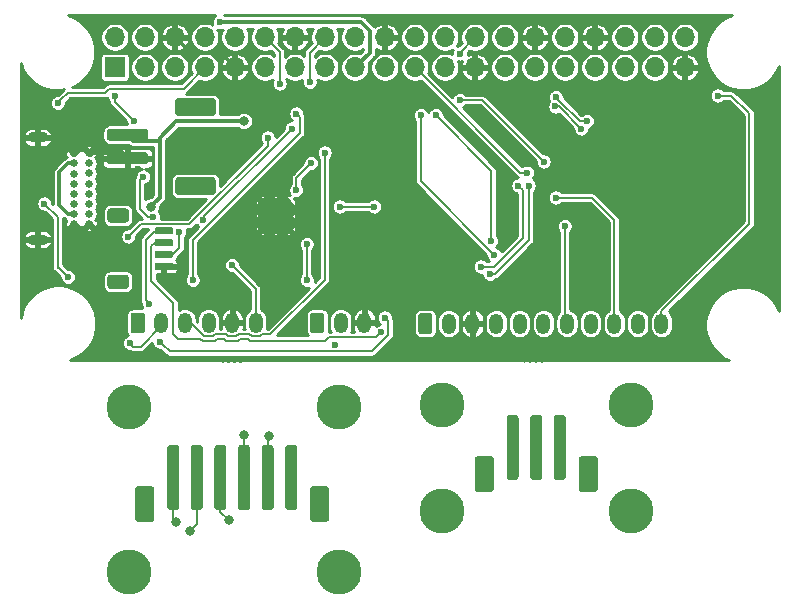
<source format=gbr>
G04 #@! TF.GenerationSoftware,KiCad,Pcbnew,(5.1.5)-3*
G04 #@! TF.CreationDate,2020-05-15T14:33:57+03:00*
G04 #@! TF.ProjectId,AstroPiMicro,41737472-6f50-4694-9d69-63726f2e6b69,1.0.8*
G04 #@! TF.SameCoordinates,Original*
G04 #@! TF.FileFunction,Copper,L2,Bot*
G04 #@! TF.FilePolarity,Positive*
%FSLAX46Y46*%
G04 Gerber Fmt 4.6, Leading zero omitted, Abs format (unit mm)*
G04 Created by KiCad (PCBNEW (5.1.5)-3) date 2020-05-15 14:33:57*
%MOMM*%
%LPD*%
G04 APERTURE LIST*
%ADD10C,0.100000*%
%ADD11C,3.800000*%
%ADD12O,1.200000X1.750000*%
%ADD13C,0.500000*%
%ADD14O,1.700000X0.900000*%
%ADD15O,2.400000X0.900000*%
%ADD16C,0.650000*%
%ADD17O,1.700000X1.700000*%
%ADD18R,1.700000X1.700000*%
%ADD19C,0.600000*%
%ADD20C,0.800000*%
%ADD21C,0.350000*%
%ADD22C,0.250000*%
%ADD23C,0.152400*%
%ADD24C,0.254000*%
G04 APERTURE END LIST*
G04 #@! TA.AperFunction,SMDPad,CuDef*
D10*
G36*
X66693504Y-63110204D02*
G01*
X66717773Y-63113804D01*
X66741571Y-63119765D01*
X66764671Y-63128030D01*
X66786849Y-63138520D01*
X66807893Y-63151133D01*
X66827598Y-63165747D01*
X66845777Y-63182223D01*
X66862253Y-63200402D01*
X66876867Y-63220107D01*
X66889480Y-63241151D01*
X66899970Y-63263329D01*
X66908235Y-63286429D01*
X66914196Y-63310227D01*
X66917796Y-63334496D01*
X66919000Y-63359000D01*
X66919000Y-64359000D01*
X66917796Y-64383504D01*
X66914196Y-64407773D01*
X66908235Y-64431571D01*
X66899970Y-64454671D01*
X66889480Y-64476849D01*
X66876867Y-64497893D01*
X66862253Y-64517598D01*
X66845777Y-64535777D01*
X66827598Y-64552253D01*
X66807893Y-64566867D01*
X66786849Y-64579480D01*
X66764671Y-64589970D01*
X66741571Y-64598235D01*
X66717773Y-64604196D01*
X66693504Y-64607796D01*
X66669000Y-64609000D01*
X63769000Y-64609000D01*
X63744496Y-64607796D01*
X63720227Y-64604196D01*
X63696429Y-64598235D01*
X63673329Y-64589970D01*
X63651151Y-64579480D01*
X63630107Y-64566867D01*
X63610402Y-64552253D01*
X63592223Y-64535777D01*
X63575747Y-64517598D01*
X63561133Y-64497893D01*
X63548520Y-64476849D01*
X63538030Y-64454671D01*
X63529765Y-64431571D01*
X63523804Y-64407773D01*
X63520204Y-64383504D01*
X63519000Y-64359000D01*
X63519000Y-63359000D01*
X63520204Y-63334496D01*
X63523804Y-63310227D01*
X63529765Y-63286429D01*
X63538030Y-63263329D01*
X63548520Y-63241151D01*
X63561133Y-63220107D01*
X63575747Y-63200402D01*
X63592223Y-63182223D01*
X63610402Y-63165747D01*
X63630107Y-63151133D01*
X63651151Y-63138520D01*
X63673329Y-63128030D01*
X63696429Y-63119765D01*
X63720227Y-63113804D01*
X63744496Y-63110204D01*
X63769000Y-63109000D01*
X66669000Y-63109000D01*
X66693504Y-63110204D01*
G37*
G04 #@! TD.AperFunction*
G04 #@! TA.AperFunction,SMDPad,CuDef*
G36*
X66693504Y-56410204D02*
G01*
X66717773Y-56413804D01*
X66741571Y-56419765D01*
X66764671Y-56428030D01*
X66786849Y-56438520D01*
X66807893Y-56451133D01*
X66827598Y-56465747D01*
X66845777Y-56482223D01*
X66862253Y-56500402D01*
X66876867Y-56520107D01*
X66889480Y-56541151D01*
X66899970Y-56563329D01*
X66908235Y-56586429D01*
X66914196Y-56610227D01*
X66917796Y-56634496D01*
X66919000Y-56659000D01*
X66919000Y-57659000D01*
X66917796Y-57683504D01*
X66914196Y-57707773D01*
X66908235Y-57731571D01*
X66899970Y-57754671D01*
X66889480Y-57776849D01*
X66876867Y-57797893D01*
X66862253Y-57817598D01*
X66845777Y-57835777D01*
X66827598Y-57852253D01*
X66807893Y-57866867D01*
X66786849Y-57879480D01*
X66764671Y-57889970D01*
X66741571Y-57898235D01*
X66717773Y-57904196D01*
X66693504Y-57907796D01*
X66669000Y-57909000D01*
X63769000Y-57909000D01*
X63744496Y-57907796D01*
X63720227Y-57904196D01*
X63696429Y-57898235D01*
X63673329Y-57889970D01*
X63651151Y-57879480D01*
X63630107Y-57866867D01*
X63610402Y-57852253D01*
X63592223Y-57835777D01*
X63575747Y-57817598D01*
X63561133Y-57797893D01*
X63548520Y-57776849D01*
X63538030Y-57754671D01*
X63529765Y-57731571D01*
X63523804Y-57707773D01*
X63520204Y-57683504D01*
X63519000Y-57659000D01*
X63519000Y-56659000D01*
X63520204Y-56634496D01*
X63523804Y-56610227D01*
X63529765Y-56586429D01*
X63538030Y-56563329D01*
X63548520Y-56541151D01*
X63561133Y-56520107D01*
X63575747Y-56500402D01*
X63592223Y-56482223D01*
X63610402Y-56465747D01*
X63630107Y-56451133D01*
X63651151Y-56438520D01*
X63673329Y-56428030D01*
X63696429Y-56419765D01*
X63720227Y-56413804D01*
X63744496Y-56410204D01*
X63769000Y-56409000D01*
X66669000Y-56409000D01*
X66693504Y-56410204D01*
G37*
G04 #@! TD.AperFunction*
G04 #@! TA.AperFunction,SMDPad,CuDef*
G36*
X60993504Y-61010204D02*
G01*
X61017773Y-61013804D01*
X61041571Y-61019765D01*
X61064671Y-61028030D01*
X61086849Y-61038520D01*
X61107893Y-61051133D01*
X61127598Y-61065747D01*
X61145777Y-61082223D01*
X61162253Y-61100402D01*
X61176867Y-61120107D01*
X61189480Y-61141151D01*
X61199970Y-61163329D01*
X61208235Y-61186429D01*
X61214196Y-61210227D01*
X61217796Y-61234496D01*
X61219000Y-61259000D01*
X61219000Y-61759000D01*
X61217796Y-61783504D01*
X61214196Y-61807773D01*
X61208235Y-61831571D01*
X61199970Y-61854671D01*
X61189480Y-61876849D01*
X61176867Y-61897893D01*
X61162253Y-61917598D01*
X61145777Y-61935777D01*
X61127598Y-61952253D01*
X61107893Y-61966867D01*
X61086849Y-61979480D01*
X61064671Y-61989970D01*
X61041571Y-61998235D01*
X61017773Y-62004196D01*
X60993504Y-62007796D01*
X60969000Y-62009000D01*
X57969000Y-62009000D01*
X57944496Y-62007796D01*
X57920227Y-62004196D01*
X57896429Y-61998235D01*
X57873329Y-61989970D01*
X57851151Y-61979480D01*
X57830107Y-61966867D01*
X57810402Y-61952253D01*
X57792223Y-61935777D01*
X57775747Y-61917598D01*
X57761133Y-61897893D01*
X57748520Y-61876849D01*
X57738030Y-61854671D01*
X57729765Y-61831571D01*
X57723804Y-61807773D01*
X57720204Y-61783504D01*
X57719000Y-61759000D01*
X57719000Y-61259000D01*
X57720204Y-61234496D01*
X57723804Y-61210227D01*
X57729765Y-61186429D01*
X57738030Y-61163329D01*
X57748520Y-61141151D01*
X57761133Y-61120107D01*
X57775747Y-61100402D01*
X57792223Y-61082223D01*
X57810402Y-61065747D01*
X57830107Y-61051133D01*
X57851151Y-61038520D01*
X57873329Y-61028030D01*
X57896429Y-61019765D01*
X57920227Y-61013804D01*
X57944496Y-61010204D01*
X57969000Y-61009000D01*
X60969000Y-61009000D01*
X60993504Y-61010204D01*
G37*
G04 #@! TD.AperFunction*
G04 #@! TA.AperFunction,SMDPad,CuDef*
G36*
X60993504Y-59010204D02*
G01*
X61017773Y-59013804D01*
X61041571Y-59019765D01*
X61064671Y-59028030D01*
X61086849Y-59038520D01*
X61107893Y-59051133D01*
X61127598Y-59065747D01*
X61145777Y-59082223D01*
X61162253Y-59100402D01*
X61176867Y-59120107D01*
X61189480Y-59141151D01*
X61199970Y-59163329D01*
X61208235Y-59186429D01*
X61214196Y-59210227D01*
X61217796Y-59234496D01*
X61219000Y-59259000D01*
X61219000Y-59759000D01*
X61217796Y-59783504D01*
X61214196Y-59807773D01*
X61208235Y-59831571D01*
X61199970Y-59854671D01*
X61189480Y-59876849D01*
X61176867Y-59897893D01*
X61162253Y-59917598D01*
X61145777Y-59935777D01*
X61127598Y-59952253D01*
X61107893Y-59966867D01*
X61086849Y-59979480D01*
X61064671Y-59989970D01*
X61041571Y-59998235D01*
X61017773Y-60004196D01*
X60993504Y-60007796D01*
X60969000Y-60009000D01*
X57969000Y-60009000D01*
X57944496Y-60007796D01*
X57920227Y-60004196D01*
X57896429Y-59998235D01*
X57873329Y-59989970D01*
X57851151Y-59979480D01*
X57830107Y-59966867D01*
X57810402Y-59952253D01*
X57792223Y-59935777D01*
X57775747Y-59917598D01*
X57761133Y-59897893D01*
X57748520Y-59876849D01*
X57738030Y-59854671D01*
X57729765Y-59831571D01*
X57723804Y-59807773D01*
X57720204Y-59783504D01*
X57719000Y-59759000D01*
X57719000Y-59259000D01*
X57720204Y-59234496D01*
X57723804Y-59210227D01*
X57729765Y-59186429D01*
X57738030Y-59163329D01*
X57748520Y-59141151D01*
X57761133Y-59120107D01*
X57775747Y-59100402D01*
X57792223Y-59082223D01*
X57810402Y-59065747D01*
X57830107Y-59051133D01*
X57851151Y-59038520D01*
X57873329Y-59028030D01*
X57896429Y-59019765D01*
X57920227Y-59013804D01*
X57944496Y-59010204D01*
X57969000Y-59009000D01*
X60969000Y-59009000D01*
X60993504Y-59010204D01*
G37*
G04 #@! TD.AperFunction*
D11*
X86067000Y-82369000D03*
X86067000Y-91369000D03*
X102067000Y-91369000D03*
X102067000Y-82369000D03*
D12*
X104671000Y-75495000D03*
X102671000Y-75495000D03*
X100671000Y-75495000D03*
X98671000Y-75495000D03*
X96671000Y-75495000D03*
X94671000Y-75495000D03*
X92671000Y-75495000D03*
X90671000Y-75495000D03*
X88671000Y-75495000D03*
X86671000Y-75495000D03*
G04 #@! TA.AperFunction,ComponentPad*
D10*
G36*
X85045505Y-74621204D02*
G01*
X85069773Y-74624804D01*
X85093572Y-74630765D01*
X85116671Y-74639030D01*
X85138850Y-74649520D01*
X85159893Y-74662132D01*
X85179599Y-74676747D01*
X85197777Y-74693223D01*
X85214253Y-74711401D01*
X85228868Y-74731107D01*
X85241480Y-74752150D01*
X85251970Y-74774329D01*
X85260235Y-74797428D01*
X85266196Y-74821227D01*
X85269796Y-74845495D01*
X85271000Y-74869999D01*
X85271000Y-76120001D01*
X85269796Y-76144505D01*
X85266196Y-76168773D01*
X85260235Y-76192572D01*
X85251970Y-76215671D01*
X85241480Y-76237850D01*
X85228868Y-76258893D01*
X85214253Y-76278599D01*
X85197777Y-76296777D01*
X85179599Y-76313253D01*
X85159893Y-76327868D01*
X85138850Y-76340480D01*
X85116671Y-76350970D01*
X85093572Y-76359235D01*
X85069773Y-76365196D01*
X85045505Y-76368796D01*
X85021001Y-76370000D01*
X84320999Y-76370000D01*
X84296495Y-76368796D01*
X84272227Y-76365196D01*
X84248428Y-76359235D01*
X84225329Y-76350970D01*
X84203150Y-76340480D01*
X84182107Y-76327868D01*
X84162401Y-76313253D01*
X84144223Y-76296777D01*
X84127747Y-76278599D01*
X84113132Y-76258893D01*
X84100520Y-76237850D01*
X84090030Y-76215671D01*
X84081765Y-76192572D01*
X84075804Y-76168773D01*
X84072204Y-76144505D01*
X84071000Y-76120001D01*
X84071000Y-74869999D01*
X84072204Y-74845495D01*
X84075804Y-74821227D01*
X84081765Y-74797428D01*
X84090030Y-74774329D01*
X84100520Y-74752150D01*
X84113132Y-74731107D01*
X84127747Y-74711401D01*
X84144223Y-74693223D01*
X84162401Y-74676747D01*
X84182107Y-74662132D01*
X84203150Y-74649520D01*
X84225329Y-74639030D01*
X84248428Y-74630765D01*
X84272227Y-74624804D01*
X84296495Y-74621204D01*
X84320999Y-74620000D01*
X85021001Y-74620000D01*
X85045505Y-74621204D01*
G37*
G04 #@! TD.AperFunction*
G04 #@! TA.AperFunction,SMDPad,CuDef*
G36*
X76300504Y-89278204D02*
G01*
X76324773Y-89281804D01*
X76348571Y-89287765D01*
X76371671Y-89296030D01*
X76393849Y-89306520D01*
X76414893Y-89319133D01*
X76434598Y-89333747D01*
X76452777Y-89350223D01*
X76469253Y-89368402D01*
X76483867Y-89388107D01*
X76496480Y-89409151D01*
X76506970Y-89431329D01*
X76515235Y-89454429D01*
X76521196Y-89478227D01*
X76524796Y-89502496D01*
X76526000Y-89527000D01*
X76526000Y-92027000D01*
X76524796Y-92051504D01*
X76521196Y-92075773D01*
X76515235Y-92099571D01*
X76506970Y-92122671D01*
X76496480Y-92144849D01*
X76483867Y-92165893D01*
X76469253Y-92185598D01*
X76452777Y-92203777D01*
X76434598Y-92220253D01*
X76414893Y-92234867D01*
X76393849Y-92247480D01*
X76371671Y-92257970D01*
X76348571Y-92266235D01*
X76324773Y-92272196D01*
X76300504Y-92275796D01*
X76276000Y-92277000D01*
X75176000Y-92277000D01*
X75151496Y-92275796D01*
X75127227Y-92272196D01*
X75103429Y-92266235D01*
X75080329Y-92257970D01*
X75058151Y-92247480D01*
X75037107Y-92234867D01*
X75017402Y-92220253D01*
X74999223Y-92203777D01*
X74982747Y-92185598D01*
X74968133Y-92165893D01*
X74955520Y-92144849D01*
X74945030Y-92122671D01*
X74936765Y-92099571D01*
X74930804Y-92075773D01*
X74927204Y-92051504D01*
X74926000Y-92027000D01*
X74926000Y-89527000D01*
X74927204Y-89502496D01*
X74930804Y-89478227D01*
X74936765Y-89454429D01*
X74945030Y-89431329D01*
X74955520Y-89409151D01*
X74968133Y-89388107D01*
X74982747Y-89368402D01*
X74999223Y-89350223D01*
X75017402Y-89333747D01*
X75037107Y-89319133D01*
X75058151Y-89306520D01*
X75080329Y-89296030D01*
X75103429Y-89287765D01*
X75127227Y-89281804D01*
X75151496Y-89278204D01*
X75176000Y-89277000D01*
X76276000Y-89277000D01*
X76300504Y-89278204D01*
G37*
G04 #@! TD.AperFunction*
G04 #@! TA.AperFunction,SMDPad,CuDef*
G36*
X61500504Y-89278204D02*
G01*
X61524773Y-89281804D01*
X61548571Y-89287765D01*
X61571671Y-89296030D01*
X61593849Y-89306520D01*
X61614893Y-89319133D01*
X61634598Y-89333747D01*
X61652777Y-89350223D01*
X61669253Y-89368402D01*
X61683867Y-89388107D01*
X61696480Y-89409151D01*
X61706970Y-89431329D01*
X61715235Y-89454429D01*
X61721196Y-89478227D01*
X61724796Y-89502496D01*
X61726000Y-89527000D01*
X61726000Y-92027000D01*
X61724796Y-92051504D01*
X61721196Y-92075773D01*
X61715235Y-92099571D01*
X61706970Y-92122671D01*
X61696480Y-92144849D01*
X61683867Y-92165893D01*
X61669253Y-92185598D01*
X61652777Y-92203777D01*
X61634598Y-92220253D01*
X61614893Y-92234867D01*
X61593849Y-92247480D01*
X61571671Y-92257970D01*
X61548571Y-92266235D01*
X61524773Y-92272196D01*
X61500504Y-92275796D01*
X61476000Y-92277000D01*
X60376000Y-92277000D01*
X60351496Y-92275796D01*
X60327227Y-92272196D01*
X60303429Y-92266235D01*
X60280329Y-92257970D01*
X60258151Y-92247480D01*
X60237107Y-92234867D01*
X60217402Y-92220253D01*
X60199223Y-92203777D01*
X60182747Y-92185598D01*
X60168133Y-92165893D01*
X60155520Y-92144849D01*
X60145030Y-92122671D01*
X60136765Y-92099571D01*
X60130804Y-92075773D01*
X60127204Y-92051504D01*
X60126000Y-92027000D01*
X60126000Y-89527000D01*
X60127204Y-89502496D01*
X60130804Y-89478227D01*
X60136765Y-89454429D01*
X60145030Y-89431329D01*
X60155520Y-89409151D01*
X60168133Y-89388107D01*
X60182747Y-89368402D01*
X60199223Y-89350223D01*
X60217402Y-89333747D01*
X60237107Y-89319133D01*
X60258151Y-89306520D01*
X60280329Y-89296030D01*
X60303429Y-89287765D01*
X60327227Y-89281804D01*
X60351496Y-89278204D01*
X60376000Y-89277000D01*
X61476000Y-89277000D01*
X61500504Y-89278204D01*
G37*
G04 #@! TD.AperFunction*
G04 #@! TA.AperFunction,SMDPad,CuDef*
G36*
X73600504Y-85778204D02*
G01*
X73624773Y-85781804D01*
X73648571Y-85787765D01*
X73671671Y-85796030D01*
X73693849Y-85806520D01*
X73714893Y-85819133D01*
X73734598Y-85833747D01*
X73752777Y-85850223D01*
X73769253Y-85868402D01*
X73783867Y-85888107D01*
X73796480Y-85909151D01*
X73806970Y-85931329D01*
X73815235Y-85954429D01*
X73821196Y-85978227D01*
X73824796Y-86002496D01*
X73826000Y-86027000D01*
X73826000Y-91027000D01*
X73824796Y-91051504D01*
X73821196Y-91075773D01*
X73815235Y-91099571D01*
X73806970Y-91122671D01*
X73796480Y-91144849D01*
X73783867Y-91165893D01*
X73769253Y-91185598D01*
X73752777Y-91203777D01*
X73734598Y-91220253D01*
X73714893Y-91234867D01*
X73693849Y-91247480D01*
X73671671Y-91257970D01*
X73648571Y-91266235D01*
X73624773Y-91272196D01*
X73600504Y-91275796D01*
X73576000Y-91277000D01*
X73076000Y-91277000D01*
X73051496Y-91275796D01*
X73027227Y-91272196D01*
X73003429Y-91266235D01*
X72980329Y-91257970D01*
X72958151Y-91247480D01*
X72937107Y-91234867D01*
X72917402Y-91220253D01*
X72899223Y-91203777D01*
X72882747Y-91185598D01*
X72868133Y-91165893D01*
X72855520Y-91144849D01*
X72845030Y-91122671D01*
X72836765Y-91099571D01*
X72830804Y-91075773D01*
X72827204Y-91051504D01*
X72826000Y-91027000D01*
X72826000Y-86027000D01*
X72827204Y-86002496D01*
X72830804Y-85978227D01*
X72836765Y-85954429D01*
X72845030Y-85931329D01*
X72855520Y-85909151D01*
X72868133Y-85888107D01*
X72882747Y-85868402D01*
X72899223Y-85850223D01*
X72917402Y-85833747D01*
X72937107Y-85819133D01*
X72958151Y-85806520D01*
X72980329Y-85796030D01*
X73003429Y-85787765D01*
X73027227Y-85781804D01*
X73051496Y-85778204D01*
X73076000Y-85777000D01*
X73576000Y-85777000D01*
X73600504Y-85778204D01*
G37*
G04 #@! TD.AperFunction*
G04 #@! TA.AperFunction,SMDPad,CuDef*
G36*
X71600504Y-85778204D02*
G01*
X71624773Y-85781804D01*
X71648571Y-85787765D01*
X71671671Y-85796030D01*
X71693849Y-85806520D01*
X71714893Y-85819133D01*
X71734598Y-85833747D01*
X71752777Y-85850223D01*
X71769253Y-85868402D01*
X71783867Y-85888107D01*
X71796480Y-85909151D01*
X71806970Y-85931329D01*
X71815235Y-85954429D01*
X71821196Y-85978227D01*
X71824796Y-86002496D01*
X71826000Y-86027000D01*
X71826000Y-91027000D01*
X71824796Y-91051504D01*
X71821196Y-91075773D01*
X71815235Y-91099571D01*
X71806970Y-91122671D01*
X71796480Y-91144849D01*
X71783867Y-91165893D01*
X71769253Y-91185598D01*
X71752777Y-91203777D01*
X71734598Y-91220253D01*
X71714893Y-91234867D01*
X71693849Y-91247480D01*
X71671671Y-91257970D01*
X71648571Y-91266235D01*
X71624773Y-91272196D01*
X71600504Y-91275796D01*
X71576000Y-91277000D01*
X71076000Y-91277000D01*
X71051496Y-91275796D01*
X71027227Y-91272196D01*
X71003429Y-91266235D01*
X70980329Y-91257970D01*
X70958151Y-91247480D01*
X70937107Y-91234867D01*
X70917402Y-91220253D01*
X70899223Y-91203777D01*
X70882747Y-91185598D01*
X70868133Y-91165893D01*
X70855520Y-91144849D01*
X70845030Y-91122671D01*
X70836765Y-91099571D01*
X70830804Y-91075773D01*
X70827204Y-91051504D01*
X70826000Y-91027000D01*
X70826000Y-86027000D01*
X70827204Y-86002496D01*
X70830804Y-85978227D01*
X70836765Y-85954429D01*
X70845030Y-85931329D01*
X70855520Y-85909151D01*
X70868133Y-85888107D01*
X70882747Y-85868402D01*
X70899223Y-85850223D01*
X70917402Y-85833747D01*
X70937107Y-85819133D01*
X70958151Y-85806520D01*
X70980329Y-85796030D01*
X71003429Y-85787765D01*
X71027227Y-85781804D01*
X71051496Y-85778204D01*
X71076000Y-85777000D01*
X71576000Y-85777000D01*
X71600504Y-85778204D01*
G37*
G04 #@! TD.AperFunction*
G04 #@! TA.AperFunction,SMDPad,CuDef*
G36*
X69600504Y-85778204D02*
G01*
X69624773Y-85781804D01*
X69648571Y-85787765D01*
X69671671Y-85796030D01*
X69693849Y-85806520D01*
X69714893Y-85819133D01*
X69734598Y-85833747D01*
X69752777Y-85850223D01*
X69769253Y-85868402D01*
X69783867Y-85888107D01*
X69796480Y-85909151D01*
X69806970Y-85931329D01*
X69815235Y-85954429D01*
X69821196Y-85978227D01*
X69824796Y-86002496D01*
X69826000Y-86027000D01*
X69826000Y-91027000D01*
X69824796Y-91051504D01*
X69821196Y-91075773D01*
X69815235Y-91099571D01*
X69806970Y-91122671D01*
X69796480Y-91144849D01*
X69783867Y-91165893D01*
X69769253Y-91185598D01*
X69752777Y-91203777D01*
X69734598Y-91220253D01*
X69714893Y-91234867D01*
X69693849Y-91247480D01*
X69671671Y-91257970D01*
X69648571Y-91266235D01*
X69624773Y-91272196D01*
X69600504Y-91275796D01*
X69576000Y-91277000D01*
X69076000Y-91277000D01*
X69051496Y-91275796D01*
X69027227Y-91272196D01*
X69003429Y-91266235D01*
X68980329Y-91257970D01*
X68958151Y-91247480D01*
X68937107Y-91234867D01*
X68917402Y-91220253D01*
X68899223Y-91203777D01*
X68882747Y-91185598D01*
X68868133Y-91165893D01*
X68855520Y-91144849D01*
X68845030Y-91122671D01*
X68836765Y-91099571D01*
X68830804Y-91075773D01*
X68827204Y-91051504D01*
X68826000Y-91027000D01*
X68826000Y-86027000D01*
X68827204Y-86002496D01*
X68830804Y-85978227D01*
X68836765Y-85954429D01*
X68845030Y-85931329D01*
X68855520Y-85909151D01*
X68868133Y-85888107D01*
X68882747Y-85868402D01*
X68899223Y-85850223D01*
X68917402Y-85833747D01*
X68937107Y-85819133D01*
X68958151Y-85806520D01*
X68980329Y-85796030D01*
X69003429Y-85787765D01*
X69027227Y-85781804D01*
X69051496Y-85778204D01*
X69076000Y-85777000D01*
X69576000Y-85777000D01*
X69600504Y-85778204D01*
G37*
G04 #@! TD.AperFunction*
G04 #@! TA.AperFunction,SMDPad,CuDef*
G36*
X67600504Y-85778204D02*
G01*
X67624773Y-85781804D01*
X67648571Y-85787765D01*
X67671671Y-85796030D01*
X67693849Y-85806520D01*
X67714893Y-85819133D01*
X67734598Y-85833747D01*
X67752777Y-85850223D01*
X67769253Y-85868402D01*
X67783867Y-85888107D01*
X67796480Y-85909151D01*
X67806970Y-85931329D01*
X67815235Y-85954429D01*
X67821196Y-85978227D01*
X67824796Y-86002496D01*
X67826000Y-86027000D01*
X67826000Y-91027000D01*
X67824796Y-91051504D01*
X67821196Y-91075773D01*
X67815235Y-91099571D01*
X67806970Y-91122671D01*
X67796480Y-91144849D01*
X67783867Y-91165893D01*
X67769253Y-91185598D01*
X67752777Y-91203777D01*
X67734598Y-91220253D01*
X67714893Y-91234867D01*
X67693849Y-91247480D01*
X67671671Y-91257970D01*
X67648571Y-91266235D01*
X67624773Y-91272196D01*
X67600504Y-91275796D01*
X67576000Y-91277000D01*
X67076000Y-91277000D01*
X67051496Y-91275796D01*
X67027227Y-91272196D01*
X67003429Y-91266235D01*
X66980329Y-91257970D01*
X66958151Y-91247480D01*
X66937107Y-91234867D01*
X66917402Y-91220253D01*
X66899223Y-91203777D01*
X66882747Y-91185598D01*
X66868133Y-91165893D01*
X66855520Y-91144849D01*
X66845030Y-91122671D01*
X66836765Y-91099571D01*
X66830804Y-91075773D01*
X66827204Y-91051504D01*
X66826000Y-91027000D01*
X66826000Y-86027000D01*
X66827204Y-86002496D01*
X66830804Y-85978227D01*
X66836765Y-85954429D01*
X66845030Y-85931329D01*
X66855520Y-85909151D01*
X66868133Y-85888107D01*
X66882747Y-85868402D01*
X66899223Y-85850223D01*
X66917402Y-85833747D01*
X66937107Y-85819133D01*
X66958151Y-85806520D01*
X66980329Y-85796030D01*
X67003429Y-85787765D01*
X67027227Y-85781804D01*
X67051496Y-85778204D01*
X67076000Y-85777000D01*
X67576000Y-85777000D01*
X67600504Y-85778204D01*
G37*
G04 #@! TD.AperFunction*
G04 #@! TA.AperFunction,SMDPad,CuDef*
G36*
X65600504Y-85778204D02*
G01*
X65624773Y-85781804D01*
X65648571Y-85787765D01*
X65671671Y-85796030D01*
X65693849Y-85806520D01*
X65714893Y-85819133D01*
X65734598Y-85833747D01*
X65752777Y-85850223D01*
X65769253Y-85868402D01*
X65783867Y-85888107D01*
X65796480Y-85909151D01*
X65806970Y-85931329D01*
X65815235Y-85954429D01*
X65821196Y-85978227D01*
X65824796Y-86002496D01*
X65826000Y-86027000D01*
X65826000Y-91027000D01*
X65824796Y-91051504D01*
X65821196Y-91075773D01*
X65815235Y-91099571D01*
X65806970Y-91122671D01*
X65796480Y-91144849D01*
X65783867Y-91165893D01*
X65769253Y-91185598D01*
X65752777Y-91203777D01*
X65734598Y-91220253D01*
X65714893Y-91234867D01*
X65693849Y-91247480D01*
X65671671Y-91257970D01*
X65648571Y-91266235D01*
X65624773Y-91272196D01*
X65600504Y-91275796D01*
X65576000Y-91277000D01*
X65076000Y-91277000D01*
X65051496Y-91275796D01*
X65027227Y-91272196D01*
X65003429Y-91266235D01*
X64980329Y-91257970D01*
X64958151Y-91247480D01*
X64937107Y-91234867D01*
X64917402Y-91220253D01*
X64899223Y-91203777D01*
X64882747Y-91185598D01*
X64868133Y-91165893D01*
X64855520Y-91144849D01*
X64845030Y-91122671D01*
X64836765Y-91099571D01*
X64830804Y-91075773D01*
X64827204Y-91051504D01*
X64826000Y-91027000D01*
X64826000Y-86027000D01*
X64827204Y-86002496D01*
X64830804Y-85978227D01*
X64836765Y-85954429D01*
X64845030Y-85931329D01*
X64855520Y-85909151D01*
X64868133Y-85888107D01*
X64882747Y-85868402D01*
X64899223Y-85850223D01*
X64917402Y-85833747D01*
X64937107Y-85819133D01*
X64958151Y-85806520D01*
X64980329Y-85796030D01*
X65003429Y-85787765D01*
X65027227Y-85781804D01*
X65051496Y-85778204D01*
X65076000Y-85777000D01*
X65576000Y-85777000D01*
X65600504Y-85778204D01*
G37*
G04 #@! TD.AperFunction*
G04 #@! TA.AperFunction,SMDPad,CuDef*
G36*
X63600504Y-85778204D02*
G01*
X63624773Y-85781804D01*
X63648571Y-85787765D01*
X63671671Y-85796030D01*
X63693849Y-85806520D01*
X63714893Y-85819133D01*
X63734598Y-85833747D01*
X63752777Y-85850223D01*
X63769253Y-85868402D01*
X63783867Y-85888107D01*
X63796480Y-85909151D01*
X63806970Y-85931329D01*
X63815235Y-85954429D01*
X63821196Y-85978227D01*
X63824796Y-86002496D01*
X63826000Y-86027000D01*
X63826000Y-91027000D01*
X63824796Y-91051504D01*
X63821196Y-91075773D01*
X63815235Y-91099571D01*
X63806970Y-91122671D01*
X63796480Y-91144849D01*
X63783867Y-91165893D01*
X63769253Y-91185598D01*
X63752777Y-91203777D01*
X63734598Y-91220253D01*
X63714893Y-91234867D01*
X63693849Y-91247480D01*
X63671671Y-91257970D01*
X63648571Y-91266235D01*
X63624773Y-91272196D01*
X63600504Y-91275796D01*
X63576000Y-91277000D01*
X63076000Y-91277000D01*
X63051496Y-91275796D01*
X63027227Y-91272196D01*
X63003429Y-91266235D01*
X62980329Y-91257970D01*
X62958151Y-91247480D01*
X62937107Y-91234867D01*
X62917402Y-91220253D01*
X62899223Y-91203777D01*
X62882747Y-91185598D01*
X62868133Y-91165893D01*
X62855520Y-91144849D01*
X62845030Y-91122671D01*
X62836765Y-91099571D01*
X62830804Y-91075773D01*
X62827204Y-91051504D01*
X62826000Y-91027000D01*
X62826000Y-86027000D01*
X62827204Y-86002496D01*
X62830804Y-85978227D01*
X62836765Y-85954429D01*
X62845030Y-85931329D01*
X62855520Y-85909151D01*
X62868133Y-85888107D01*
X62882747Y-85868402D01*
X62899223Y-85850223D01*
X62917402Y-85833747D01*
X62937107Y-85819133D01*
X62958151Y-85806520D01*
X62980329Y-85796030D01*
X63003429Y-85787765D01*
X63027227Y-85781804D01*
X63051496Y-85778204D01*
X63076000Y-85777000D01*
X63576000Y-85777000D01*
X63600504Y-85778204D01*
G37*
G04 #@! TD.AperFunction*
G04 #@! TA.AperFunction,SMDPad,CuDef*
G36*
X99041504Y-86738204D02*
G01*
X99065773Y-86741804D01*
X99089571Y-86747765D01*
X99112671Y-86756030D01*
X99134849Y-86766520D01*
X99155893Y-86779133D01*
X99175598Y-86793747D01*
X99193777Y-86810223D01*
X99210253Y-86828402D01*
X99224867Y-86848107D01*
X99237480Y-86869151D01*
X99247970Y-86891329D01*
X99256235Y-86914429D01*
X99262196Y-86938227D01*
X99265796Y-86962496D01*
X99267000Y-86987000D01*
X99267000Y-89487000D01*
X99265796Y-89511504D01*
X99262196Y-89535773D01*
X99256235Y-89559571D01*
X99247970Y-89582671D01*
X99237480Y-89604849D01*
X99224867Y-89625893D01*
X99210253Y-89645598D01*
X99193777Y-89663777D01*
X99175598Y-89680253D01*
X99155893Y-89694867D01*
X99134849Y-89707480D01*
X99112671Y-89717970D01*
X99089571Y-89726235D01*
X99065773Y-89732196D01*
X99041504Y-89735796D01*
X99017000Y-89737000D01*
X97917000Y-89737000D01*
X97892496Y-89735796D01*
X97868227Y-89732196D01*
X97844429Y-89726235D01*
X97821329Y-89717970D01*
X97799151Y-89707480D01*
X97778107Y-89694867D01*
X97758402Y-89680253D01*
X97740223Y-89663777D01*
X97723747Y-89645598D01*
X97709133Y-89625893D01*
X97696520Y-89604849D01*
X97686030Y-89582671D01*
X97677765Y-89559571D01*
X97671804Y-89535773D01*
X97668204Y-89511504D01*
X97667000Y-89487000D01*
X97667000Y-86987000D01*
X97668204Y-86962496D01*
X97671804Y-86938227D01*
X97677765Y-86914429D01*
X97686030Y-86891329D01*
X97696520Y-86869151D01*
X97709133Y-86848107D01*
X97723747Y-86828402D01*
X97740223Y-86810223D01*
X97758402Y-86793747D01*
X97778107Y-86779133D01*
X97799151Y-86766520D01*
X97821329Y-86756030D01*
X97844429Y-86747765D01*
X97868227Y-86741804D01*
X97892496Y-86738204D01*
X97917000Y-86737000D01*
X99017000Y-86737000D01*
X99041504Y-86738204D01*
G37*
G04 #@! TD.AperFunction*
G04 #@! TA.AperFunction,SMDPad,CuDef*
G36*
X90241504Y-86738204D02*
G01*
X90265773Y-86741804D01*
X90289571Y-86747765D01*
X90312671Y-86756030D01*
X90334849Y-86766520D01*
X90355893Y-86779133D01*
X90375598Y-86793747D01*
X90393777Y-86810223D01*
X90410253Y-86828402D01*
X90424867Y-86848107D01*
X90437480Y-86869151D01*
X90447970Y-86891329D01*
X90456235Y-86914429D01*
X90462196Y-86938227D01*
X90465796Y-86962496D01*
X90467000Y-86987000D01*
X90467000Y-89487000D01*
X90465796Y-89511504D01*
X90462196Y-89535773D01*
X90456235Y-89559571D01*
X90447970Y-89582671D01*
X90437480Y-89604849D01*
X90424867Y-89625893D01*
X90410253Y-89645598D01*
X90393777Y-89663777D01*
X90375598Y-89680253D01*
X90355893Y-89694867D01*
X90334849Y-89707480D01*
X90312671Y-89717970D01*
X90289571Y-89726235D01*
X90265773Y-89732196D01*
X90241504Y-89735796D01*
X90217000Y-89737000D01*
X89117000Y-89737000D01*
X89092496Y-89735796D01*
X89068227Y-89732196D01*
X89044429Y-89726235D01*
X89021329Y-89717970D01*
X88999151Y-89707480D01*
X88978107Y-89694867D01*
X88958402Y-89680253D01*
X88940223Y-89663777D01*
X88923747Y-89645598D01*
X88909133Y-89625893D01*
X88896520Y-89604849D01*
X88886030Y-89582671D01*
X88877765Y-89559571D01*
X88871804Y-89535773D01*
X88868204Y-89511504D01*
X88867000Y-89487000D01*
X88867000Y-86987000D01*
X88868204Y-86962496D01*
X88871804Y-86938227D01*
X88877765Y-86914429D01*
X88886030Y-86891329D01*
X88896520Y-86869151D01*
X88909133Y-86848107D01*
X88923747Y-86828402D01*
X88940223Y-86810223D01*
X88958402Y-86793747D01*
X88978107Y-86779133D01*
X88999151Y-86766520D01*
X89021329Y-86756030D01*
X89044429Y-86747765D01*
X89068227Y-86741804D01*
X89092496Y-86738204D01*
X89117000Y-86737000D01*
X90217000Y-86737000D01*
X90241504Y-86738204D01*
G37*
G04 #@! TD.AperFunction*
G04 #@! TA.AperFunction,SMDPad,CuDef*
G36*
X96341504Y-83238204D02*
G01*
X96365773Y-83241804D01*
X96389571Y-83247765D01*
X96412671Y-83256030D01*
X96434849Y-83266520D01*
X96455893Y-83279133D01*
X96475598Y-83293747D01*
X96493777Y-83310223D01*
X96510253Y-83328402D01*
X96524867Y-83348107D01*
X96537480Y-83369151D01*
X96547970Y-83391329D01*
X96556235Y-83414429D01*
X96562196Y-83438227D01*
X96565796Y-83462496D01*
X96567000Y-83487000D01*
X96567000Y-88487000D01*
X96565796Y-88511504D01*
X96562196Y-88535773D01*
X96556235Y-88559571D01*
X96547970Y-88582671D01*
X96537480Y-88604849D01*
X96524867Y-88625893D01*
X96510253Y-88645598D01*
X96493777Y-88663777D01*
X96475598Y-88680253D01*
X96455893Y-88694867D01*
X96434849Y-88707480D01*
X96412671Y-88717970D01*
X96389571Y-88726235D01*
X96365773Y-88732196D01*
X96341504Y-88735796D01*
X96317000Y-88737000D01*
X95817000Y-88737000D01*
X95792496Y-88735796D01*
X95768227Y-88732196D01*
X95744429Y-88726235D01*
X95721329Y-88717970D01*
X95699151Y-88707480D01*
X95678107Y-88694867D01*
X95658402Y-88680253D01*
X95640223Y-88663777D01*
X95623747Y-88645598D01*
X95609133Y-88625893D01*
X95596520Y-88604849D01*
X95586030Y-88582671D01*
X95577765Y-88559571D01*
X95571804Y-88535773D01*
X95568204Y-88511504D01*
X95567000Y-88487000D01*
X95567000Y-83487000D01*
X95568204Y-83462496D01*
X95571804Y-83438227D01*
X95577765Y-83414429D01*
X95586030Y-83391329D01*
X95596520Y-83369151D01*
X95609133Y-83348107D01*
X95623747Y-83328402D01*
X95640223Y-83310223D01*
X95658402Y-83293747D01*
X95678107Y-83279133D01*
X95699151Y-83266520D01*
X95721329Y-83256030D01*
X95744429Y-83247765D01*
X95768227Y-83241804D01*
X95792496Y-83238204D01*
X95817000Y-83237000D01*
X96317000Y-83237000D01*
X96341504Y-83238204D01*
G37*
G04 #@! TD.AperFunction*
G04 #@! TA.AperFunction,SMDPad,CuDef*
G36*
X94341504Y-83238204D02*
G01*
X94365773Y-83241804D01*
X94389571Y-83247765D01*
X94412671Y-83256030D01*
X94434849Y-83266520D01*
X94455893Y-83279133D01*
X94475598Y-83293747D01*
X94493777Y-83310223D01*
X94510253Y-83328402D01*
X94524867Y-83348107D01*
X94537480Y-83369151D01*
X94547970Y-83391329D01*
X94556235Y-83414429D01*
X94562196Y-83438227D01*
X94565796Y-83462496D01*
X94567000Y-83487000D01*
X94567000Y-88487000D01*
X94565796Y-88511504D01*
X94562196Y-88535773D01*
X94556235Y-88559571D01*
X94547970Y-88582671D01*
X94537480Y-88604849D01*
X94524867Y-88625893D01*
X94510253Y-88645598D01*
X94493777Y-88663777D01*
X94475598Y-88680253D01*
X94455893Y-88694867D01*
X94434849Y-88707480D01*
X94412671Y-88717970D01*
X94389571Y-88726235D01*
X94365773Y-88732196D01*
X94341504Y-88735796D01*
X94317000Y-88737000D01*
X93817000Y-88737000D01*
X93792496Y-88735796D01*
X93768227Y-88732196D01*
X93744429Y-88726235D01*
X93721329Y-88717970D01*
X93699151Y-88707480D01*
X93678107Y-88694867D01*
X93658402Y-88680253D01*
X93640223Y-88663777D01*
X93623747Y-88645598D01*
X93609133Y-88625893D01*
X93596520Y-88604849D01*
X93586030Y-88582671D01*
X93577765Y-88559571D01*
X93571804Y-88535773D01*
X93568204Y-88511504D01*
X93567000Y-88487000D01*
X93567000Y-83487000D01*
X93568204Y-83462496D01*
X93571804Y-83438227D01*
X93577765Y-83414429D01*
X93586030Y-83391329D01*
X93596520Y-83369151D01*
X93609133Y-83348107D01*
X93623747Y-83328402D01*
X93640223Y-83310223D01*
X93658402Y-83293747D01*
X93678107Y-83279133D01*
X93699151Y-83266520D01*
X93721329Y-83256030D01*
X93744429Y-83247765D01*
X93768227Y-83241804D01*
X93792496Y-83238204D01*
X93817000Y-83237000D01*
X94317000Y-83237000D01*
X94341504Y-83238204D01*
G37*
G04 #@! TD.AperFunction*
G04 #@! TA.AperFunction,SMDPad,CuDef*
G36*
X92341504Y-83238204D02*
G01*
X92365773Y-83241804D01*
X92389571Y-83247765D01*
X92412671Y-83256030D01*
X92434849Y-83266520D01*
X92455893Y-83279133D01*
X92475598Y-83293747D01*
X92493777Y-83310223D01*
X92510253Y-83328402D01*
X92524867Y-83348107D01*
X92537480Y-83369151D01*
X92547970Y-83391329D01*
X92556235Y-83414429D01*
X92562196Y-83438227D01*
X92565796Y-83462496D01*
X92567000Y-83487000D01*
X92567000Y-88487000D01*
X92565796Y-88511504D01*
X92562196Y-88535773D01*
X92556235Y-88559571D01*
X92547970Y-88582671D01*
X92537480Y-88604849D01*
X92524867Y-88625893D01*
X92510253Y-88645598D01*
X92493777Y-88663777D01*
X92475598Y-88680253D01*
X92455893Y-88694867D01*
X92434849Y-88707480D01*
X92412671Y-88717970D01*
X92389571Y-88726235D01*
X92365773Y-88732196D01*
X92341504Y-88735796D01*
X92317000Y-88737000D01*
X91817000Y-88737000D01*
X91792496Y-88735796D01*
X91768227Y-88732196D01*
X91744429Y-88726235D01*
X91721329Y-88717970D01*
X91699151Y-88707480D01*
X91678107Y-88694867D01*
X91658402Y-88680253D01*
X91640223Y-88663777D01*
X91623747Y-88645598D01*
X91609133Y-88625893D01*
X91596520Y-88604849D01*
X91586030Y-88582671D01*
X91577765Y-88559571D01*
X91571804Y-88535773D01*
X91568204Y-88511504D01*
X91567000Y-88487000D01*
X91567000Y-83487000D01*
X91568204Y-83462496D01*
X91571804Y-83438227D01*
X91577765Y-83414429D01*
X91586030Y-83391329D01*
X91596520Y-83369151D01*
X91609133Y-83348107D01*
X91623747Y-83328402D01*
X91640223Y-83310223D01*
X91658402Y-83293747D01*
X91678107Y-83279133D01*
X91699151Y-83266520D01*
X91721329Y-83256030D01*
X91744429Y-83247765D01*
X91768227Y-83241804D01*
X91792496Y-83238204D01*
X91817000Y-83237000D01*
X92317000Y-83237000D01*
X92341504Y-83238204D01*
G37*
G04 #@! TD.AperFunction*
D12*
X70325000Y-75438000D03*
X68325000Y-75438000D03*
X66325000Y-75438000D03*
X64325000Y-75438000D03*
X62325000Y-75438000D03*
G04 #@! TA.AperFunction,ComponentPad*
D10*
G36*
X60699505Y-74564204D02*
G01*
X60723773Y-74567804D01*
X60747572Y-74573765D01*
X60770671Y-74582030D01*
X60792850Y-74592520D01*
X60813893Y-74605132D01*
X60833599Y-74619747D01*
X60851777Y-74636223D01*
X60868253Y-74654401D01*
X60882868Y-74674107D01*
X60895480Y-74695150D01*
X60905970Y-74717329D01*
X60914235Y-74740428D01*
X60920196Y-74764227D01*
X60923796Y-74788495D01*
X60925000Y-74812999D01*
X60925000Y-76063001D01*
X60923796Y-76087505D01*
X60920196Y-76111773D01*
X60914235Y-76135572D01*
X60905970Y-76158671D01*
X60895480Y-76180850D01*
X60882868Y-76201893D01*
X60868253Y-76221599D01*
X60851777Y-76239777D01*
X60833599Y-76256253D01*
X60813893Y-76270868D01*
X60792850Y-76283480D01*
X60770671Y-76293970D01*
X60747572Y-76302235D01*
X60723773Y-76308196D01*
X60699505Y-76311796D01*
X60675001Y-76313000D01*
X59974999Y-76313000D01*
X59950495Y-76311796D01*
X59926227Y-76308196D01*
X59902428Y-76302235D01*
X59879329Y-76293970D01*
X59857150Y-76283480D01*
X59836107Y-76270868D01*
X59816401Y-76256253D01*
X59798223Y-76239777D01*
X59781747Y-76221599D01*
X59767132Y-76201893D01*
X59754520Y-76180850D01*
X59744030Y-76158671D01*
X59735765Y-76135572D01*
X59729804Y-76111773D01*
X59726204Y-76087505D01*
X59725000Y-76063001D01*
X59725000Y-74812999D01*
X59726204Y-74788495D01*
X59729804Y-74764227D01*
X59735765Y-74740428D01*
X59744030Y-74717329D01*
X59754520Y-74695150D01*
X59767132Y-74674107D01*
X59781747Y-74654401D01*
X59798223Y-74636223D01*
X59816401Y-74619747D01*
X59836107Y-74605132D01*
X59857150Y-74592520D01*
X59879329Y-74582030D01*
X59902428Y-74573765D01*
X59926227Y-74567804D01*
X59950495Y-74564204D01*
X59974999Y-74563000D01*
X60675001Y-74563000D01*
X60699505Y-74564204D01*
G37*
G04 #@! TD.AperFunction*
D12*
X79527000Y-75438000D03*
X77527000Y-75438000D03*
G04 #@! TA.AperFunction,ComponentPad*
D10*
G36*
X75901505Y-74564204D02*
G01*
X75925773Y-74567804D01*
X75949572Y-74573765D01*
X75972671Y-74582030D01*
X75994850Y-74592520D01*
X76015893Y-74605132D01*
X76035599Y-74619747D01*
X76053777Y-74636223D01*
X76070253Y-74654401D01*
X76084868Y-74674107D01*
X76097480Y-74695150D01*
X76107970Y-74717329D01*
X76116235Y-74740428D01*
X76122196Y-74764227D01*
X76125796Y-74788495D01*
X76127000Y-74812999D01*
X76127000Y-76063001D01*
X76125796Y-76087505D01*
X76122196Y-76111773D01*
X76116235Y-76135572D01*
X76107970Y-76158671D01*
X76097480Y-76180850D01*
X76084868Y-76201893D01*
X76070253Y-76221599D01*
X76053777Y-76239777D01*
X76035599Y-76256253D01*
X76015893Y-76270868D01*
X75994850Y-76283480D01*
X75972671Y-76293970D01*
X75949572Y-76302235D01*
X75925773Y-76308196D01*
X75901505Y-76311796D01*
X75877001Y-76313000D01*
X75176999Y-76313000D01*
X75152495Y-76311796D01*
X75128227Y-76308196D01*
X75104428Y-76302235D01*
X75081329Y-76293970D01*
X75059150Y-76283480D01*
X75038107Y-76270868D01*
X75018401Y-76256253D01*
X75000223Y-76239777D01*
X74983747Y-76221599D01*
X74969132Y-76201893D01*
X74956520Y-76180850D01*
X74946030Y-76158671D01*
X74937765Y-76135572D01*
X74931804Y-76111773D01*
X74928204Y-76087505D01*
X74927000Y-76063001D01*
X74927000Y-74812999D01*
X74928204Y-74788495D01*
X74931804Y-74764227D01*
X74937765Y-74740428D01*
X74946030Y-74717329D01*
X74956520Y-74695150D01*
X74969132Y-74674107D01*
X74983747Y-74654401D01*
X75000223Y-74636223D01*
X75018401Y-74619747D01*
X75038107Y-74605132D01*
X75059150Y-74592520D01*
X75081329Y-74582030D01*
X75104428Y-74573765D01*
X75128227Y-74567804D01*
X75152495Y-74564204D01*
X75176999Y-74563000D01*
X75877001Y-74563000D01*
X75901505Y-74564204D01*
G37*
G04 #@! TD.AperFunction*
D11*
X59548000Y-82535000D03*
X77358000Y-82535000D03*
X59548000Y-96535000D03*
X77358000Y-96535000D03*
G04 #@! TA.AperFunction,Conductor*
D10*
G36*
X73094512Y-65002209D02*
G01*
X73118887Y-65005825D01*
X73142790Y-65011812D01*
X73165992Y-65020114D01*
X73188268Y-65030650D01*
X73209404Y-65043318D01*
X73229196Y-65057997D01*
X73247455Y-65074545D01*
X73264003Y-65092804D01*
X73278682Y-65112596D01*
X73291350Y-65133732D01*
X73301886Y-65156008D01*
X73310188Y-65179210D01*
X73316175Y-65203113D01*
X73319791Y-65227488D01*
X73321000Y-65252100D01*
X73321000Y-67449900D01*
X73319791Y-67474512D01*
X73316175Y-67498887D01*
X73310188Y-67522790D01*
X73301886Y-67545992D01*
X73291350Y-67568268D01*
X73278682Y-67589404D01*
X73264003Y-67609196D01*
X73247455Y-67627455D01*
X73229196Y-67644003D01*
X73209404Y-67658682D01*
X73188268Y-67671350D01*
X73165992Y-67681886D01*
X73142790Y-67690188D01*
X73118887Y-67696175D01*
X73094512Y-67699791D01*
X73069900Y-67701000D01*
X70872100Y-67701000D01*
X70847488Y-67699791D01*
X70823113Y-67696175D01*
X70799210Y-67690188D01*
X70776008Y-67681886D01*
X70753732Y-67671350D01*
X70732596Y-67658682D01*
X70712804Y-67644003D01*
X70694545Y-67627455D01*
X70677997Y-67609196D01*
X70663318Y-67589404D01*
X70650650Y-67568268D01*
X70640114Y-67545992D01*
X70631812Y-67522790D01*
X70625825Y-67498887D01*
X70622209Y-67474512D01*
X70621000Y-67449900D01*
X70621000Y-65252100D01*
X70622209Y-65227488D01*
X70625825Y-65203113D01*
X70631812Y-65179210D01*
X70640114Y-65156008D01*
X70650650Y-65133732D01*
X70663318Y-65112596D01*
X70677997Y-65092804D01*
X70694545Y-65074545D01*
X70712804Y-65057997D01*
X70732596Y-65043318D01*
X70753732Y-65030650D01*
X70776008Y-65020114D01*
X70799210Y-65011812D01*
X70823113Y-65005825D01*
X70847488Y-65002209D01*
X70872100Y-65001000D01*
X73069900Y-65001000D01*
X73094512Y-65002209D01*
G37*
G04 #@! TD.AperFunction*
D13*
X73071000Y-67451000D03*
X71971000Y-67451000D03*
X70871000Y-67451000D03*
X73071000Y-66351000D03*
X71971000Y-66351000D03*
X70871000Y-66351000D03*
X73071000Y-65251000D03*
X71971000Y-65251000D03*
X70871000Y-65251000D03*
G04 #@! TA.AperFunction,SMDPad,CuDef*
D10*
G36*
X63180703Y-70345722D02*
G01*
X63195264Y-70347882D01*
X63209543Y-70351459D01*
X63223403Y-70356418D01*
X63236710Y-70362712D01*
X63249336Y-70370280D01*
X63261159Y-70379048D01*
X63272066Y-70388934D01*
X63281952Y-70399841D01*
X63290720Y-70411664D01*
X63298288Y-70424290D01*
X63304582Y-70437597D01*
X63309541Y-70451457D01*
X63313118Y-70465736D01*
X63315278Y-70480297D01*
X63316000Y-70495000D01*
X63316000Y-70795000D01*
X63315278Y-70809703D01*
X63313118Y-70824264D01*
X63309541Y-70838543D01*
X63304582Y-70852403D01*
X63298288Y-70865710D01*
X63290720Y-70878336D01*
X63281952Y-70890159D01*
X63272066Y-70901066D01*
X63261159Y-70910952D01*
X63249336Y-70919720D01*
X63236710Y-70927288D01*
X63223403Y-70933582D01*
X63209543Y-70938541D01*
X63195264Y-70942118D01*
X63180703Y-70944278D01*
X63166000Y-70945000D01*
X61916000Y-70945000D01*
X61901297Y-70944278D01*
X61886736Y-70942118D01*
X61872457Y-70938541D01*
X61858597Y-70933582D01*
X61845290Y-70927288D01*
X61832664Y-70919720D01*
X61820841Y-70910952D01*
X61809934Y-70901066D01*
X61800048Y-70890159D01*
X61791280Y-70878336D01*
X61783712Y-70865710D01*
X61777418Y-70852403D01*
X61772459Y-70838543D01*
X61768882Y-70824264D01*
X61766722Y-70809703D01*
X61766000Y-70795000D01*
X61766000Y-70495000D01*
X61766722Y-70480297D01*
X61768882Y-70465736D01*
X61772459Y-70451457D01*
X61777418Y-70437597D01*
X61783712Y-70424290D01*
X61791280Y-70411664D01*
X61800048Y-70399841D01*
X61809934Y-70388934D01*
X61820841Y-70379048D01*
X61832664Y-70370280D01*
X61845290Y-70362712D01*
X61858597Y-70356418D01*
X61872457Y-70351459D01*
X61886736Y-70347882D01*
X61901297Y-70345722D01*
X61916000Y-70345000D01*
X63166000Y-70345000D01*
X63180703Y-70345722D01*
G37*
G04 #@! TD.AperFunction*
G04 #@! TA.AperFunction,SMDPad,CuDef*
G36*
X63180703Y-69345722D02*
G01*
X63195264Y-69347882D01*
X63209543Y-69351459D01*
X63223403Y-69356418D01*
X63236710Y-69362712D01*
X63249336Y-69370280D01*
X63261159Y-69379048D01*
X63272066Y-69388934D01*
X63281952Y-69399841D01*
X63290720Y-69411664D01*
X63298288Y-69424290D01*
X63304582Y-69437597D01*
X63309541Y-69451457D01*
X63313118Y-69465736D01*
X63315278Y-69480297D01*
X63316000Y-69495000D01*
X63316000Y-69795000D01*
X63315278Y-69809703D01*
X63313118Y-69824264D01*
X63309541Y-69838543D01*
X63304582Y-69852403D01*
X63298288Y-69865710D01*
X63290720Y-69878336D01*
X63281952Y-69890159D01*
X63272066Y-69901066D01*
X63261159Y-69910952D01*
X63249336Y-69919720D01*
X63236710Y-69927288D01*
X63223403Y-69933582D01*
X63209543Y-69938541D01*
X63195264Y-69942118D01*
X63180703Y-69944278D01*
X63166000Y-69945000D01*
X61916000Y-69945000D01*
X61901297Y-69944278D01*
X61886736Y-69942118D01*
X61872457Y-69938541D01*
X61858597Y-69933582D01*
X61845290Y-69927288D01*
X61832664Y-69919720D01*
X61820841Y-69910952D01*
X61809934Y-69901066D01*
X61800048Y-69890159D01*
X61791280Y-69878336D01*
X61783712Y-69865710D01*
X61777418Y-69852403D01*
X61772459Y-69838543D01*
X61768882Y-69824264D01*
X61766722Y-69809703D01*
X61766000Y-69795000D01*
X61766000Y-69495000D01*
X61766722Y-69480297D01*
X61768882Y-69465736D01*
X61772459Y-69451457D01*
X61777418Y-69437597D01*
X61783712Y-69424290D01*
X61791280Y-69411664D01*
X61800048Y-69399841D01*
X61809934Y-69388934D01*
X61820841Y-69379048D01*
X61832664Y-69370280D01*
X61845290Y-69362712D01*
X61858597Y-69356418D01*
X61872457Y-69351459D01*
X61886736Y-69347882D01*
X61901297Y-69345722D01*
X61916000Y-69345000D01*
X63166000Y-69345000D01*
X63180703Y-69345722D01*
G37*
G04 #@! TD.AperFunction*
G04 #@! TA.AperFunction,SMDPad,CuDef*
G36*
X63180703Y-68345722D02*
G01*
X63195264Y-68347882D01*
X63209543Y-68351459D01*
X63223403Y-68356418D01*
X63236710Y-68362712D01*
X63249336Y-68370280D01*
X63261159Y-68379048D01*
X63272066Y-68388934D01*
X63281952Y-68399841D01*
X63290720Y-68411664D01*
X63298288Y-68424290D01*
X63304582Y-68437597D01*
X63309541Y-68451457D01*
X63313118Y-68465736D01*
X63315278Y-68480297D01*
X63316000Y-68495000D01*
X63316000Y-68795000D01*
X63315278Y-68809703D01*
X63313118Y-68824264D01*
X63309541Y-68838543D01*
X63304582Y-68852403D01*
X63298288Y-68865710D01*
X63290720Y-68878336D01*
X63281952Y-68890159D01*
X63272066Y-68901066D01*
X63261159Y-68910952D01*
X63249336Y-68919720D01*
X63236710Y-68927288D01*
X63223403Y-68933582D01*
X63209543Y-68938541D01*
X63195264Y-68942118D01*
X63180703Y-68944278D01*
X63166000Y-68945000D01*
X61916000Y-68945000D01*
X61901297Y-68944278D01*
X61886736Y-68942118D01*
X61872457Y-68938541D01*
X61858597Y-68933582D01*
X61845290Y-68927288D01*
X61832664Y-68919720D01*
X61820841Y-68910952D01*
X61809934Y-68901066D01*
X61800048Y-68890159D01*
X61791280Y-68878336D01*
X61783712Y-68865710D01*
X61777418Y-68852403D01*
X61772459Y-68838543D01*
X61768882Y-68824264D01*
X61766722Y-68809703D01*
X61766000Y-68795000D01*
X61766000Y-68495000D01*
X61766722Y-68480297D01*
X61768882Y-68465736D01*
X61772459Y-68451457D01*
X61777418Y-68437597D01*
X61783712Y-68424290D01*
X61791280Y-68411664D01*
X61800048Y-68399841D01*
X61809934Y-68388934D01*
X61820841Y-68379048D01*
X61832664Y-68370280D01*
X61845290Y-68362712D01*
X61858597Y-68356418D01*
X61872457Y-68351459D01*
X61886736Y-68347882D01*
X61901297Y-68345722D01*
X61916000Y-68345000D01*
X63166000Y-68345000D01*
X63180703Y-68345722D01*
G37*
G04 #@! TD.AperFunction*
G04 #@! TA.AperFunction,SMDPad,CuDef*
G36*
X63180703Y-67345722D02*
G01*
X63195264Y-67347882D01*
X63209543Y-67351459D01*
X63223403Y-67356418D01*
X63236710Y-67362712D01*
X63249336Y-67370280D01*
X63261159Y-67379048D01*
X63272066Y-67388934D01*
X63281952Y-67399841D01*
X63290720Y-67411664D01*
X63298288Y-67424290D01*
X63304582Y-67437597D01*
X63309541Y-67451457D01*
X63313118Y-67465736D01*
X63315278Y-67480297D01*
X63316000Y-67495000D01*
X63316000Y-67795000D01*
X63315278Y-67809703D01*
X63313118Y-67824264D01*
X63309541Y-67838543D01*
X63304582Y-67852403D01*
X63298288Y-67865710D01*
X63290720Y-67878336D01*
X63281952Y-67890159D01*
X63272066Y-67901066D01*
X63261159Y-67910952D01*
X63249336Y-67919720D01*
X63236710Y-67927288D01*
X63223403Y-67933582D01*
X63209543Y-67938541D01*
X63195264Y-67942118D01*
X63180703Y-67944278D01*
X63166000Y-67945000D01*
X61916000Y-67945000D01*
X61901297Y-67944278D01*
X61886736Y-67942118D01*
X61872457Y-67938541D01*
X61858597Y-67933582D01*
X61845290Y-67927288D01*
X61832664Y-67919720D01*
X61820841Y-67910952D01*
X61809934Y-67901066D01*
X61800048Y-67890159D01*
X61791280Y-67878336D01*
X61783712Y-67865710D01*
X61777418Y-67852403D01*
X61772459Y-67838543D01*
X61768882Y-67824264D01*
X61766722Y-67809703D01*
X61766000Y-67795000D01*
X61766000Y-67495000D01*
X61766722Y-67480297D01*
X61768882Y-67465736D01*
X61772459Y-67451457D01*
X61777418Y-67437597D01*
X61783712Y-67424290D01*
X61791280Y-67411664D01*
X61800048Y-67399841D01*
X61809934Y-67388934D01*
X61820841Y-67379048D01*
X61832664Y-67370280D01*
X61845290Y-67362712D01*
X61858597Y-67356418D01*
X61872457Y-67351459D01*
X61886736Y-67347882D01*
X61901297Y-67345722D01*
X61916000Y-67345000D01*
X63166000Y-67345000D01*
X63180703Y-67345722D01*
G37*
G04 #@! TD.AperFunction*
G04 #@! TA.AperFunction,SMDPad,CuDef*
G36*
X59340505Y-71346204D02*
G01*
X59364773Y-71349804D01*
X59388572Y-71355765D01*
X59411671Y-71364030D01*
X59433850Y-71374520D01*
X59454893Y-71387132D01*
X59474599Y-71401747D01*
X59492777Y-71418223D01*
X59509253Y-71436401D01*
X59523868Y-71456107D01*
X59536480Y-71477150D01*
X59546970Y-71499329D01*
X59555235Y-71522428D01*
X59561196Y-71546227D01*
X59564796Y-71570495D01*
X59566000Y-71594999D01*
X59566000Y-72295001D01*
X59564796Y-72319505D01*
X59561196Y-72343773D01*
X59555235Y-72367572D01*
X59546970Y-72390671D01*
X59536480Y-72412850D01*
X59523868Y-72433893D01*
X59509253Y-72453599D01*
X59492777Y-72471777D01*
X59474599Y-72488253D01*
X59454893Y-72502868D01*
X59433850Y-72515480D01*
X59411671Y-72525970D01*
X59388572Y-72534235D01*
X59364773Y-72540196D01*
X59340505Y-72543796D01*
X59316001Y-72545000D01*
X58015999Y-72545000D01*
X57991495Y-72543796D01*
X57967227Y-72540196D01*
X57943428Y-72534235D01*
X57920329Y-72525970D01*
X57898150Y-72515480D01*
X57877107Y-72502868D01*
X57857401Y-72488253D01*
X57839223Y-72471777D01*
X57822747Y-72453599D01*
X57808132Y-72433893D01*
X57795520Y-72412850D01*
X57785030Y-72390671D01*
X57776765Y-72367572D01*
X57770804Y-72343773D01*
X57767204Y-72319505D01*
X57766000Y-72295001D01*
X57766000Y-71594999D01*
X57767204Y-71570495D01*
X57770804Y-71546227D01*
X57776765Y-71522428D01*
X57785030Y-71499329D01*
X57795520Y-71477150D01*
X57808132Y-71456107D01*
X57822747Y-71436401D01*
X57839223Y-71418223D01*
X57857401Y-71401747D01*
X57877107Y-71387132D01*
X57898150Y-71374520D01*
X57920329Y-71364030D01*
X57943428Y-71355765D01*
X57967227Y-71349804D01*
X57991495Y-71346204D01*
X58015999Y-71345000D01*
X59316001Y-71345000D01*
X59340505Y-71346204D01*
G37*
G04 #@! TD.AperFunction*
G04 #@! TA.AperFunction,SMDPad,CuDef*
G36*
X59340505Y-65746204D02*
G01*
X59364773Y-65749804D01*
X59388572Y-65755765D01*
X59411671Y-65764030D01*
X59433850Y-65774520D01*
X59454893Y-65787132D01*
X59474599Y-65801747D01*
X59492777Y-65818223D01*
X59509253Y-65836401D01*
X59523868Y-65856107D01*
X59536480Y-65877150D01*
X59546970Y-65899329D01*
X59555235Y-65922428D01*
X59561196Y-65946227D01*
X59564796Y-65970495D01*
X59566000Y-65994999D01*
X59566000Y-66695001D01*
X59564796Y-66719505D01*
X59561196Y-66743773D01*
X59555235Y-66767572D01*
X59546970Y-66790671D01*
X59536480Y-66812850D01*
X59523868Y-66833893D01*
X59509253Y-66853599D01*
X59492777Y-66871777D01*
X59474599Y-66888253D01*
X59454893Y-66902868D01*
X59433850Y-66915480D01*
X59411671Y-66925970D01*
X59388572Y-66934235D01*
X59364773Y-66940196D01*
X59340505Y-66943796D01*
X59316001Y-66945000D01*
X58015999Y-66945000D01*
X57991495Y-66943796D01*
X57967227Y-66940196D01*
X57943428Y-66934235D01*
X57920329Y-66925970D01*
X57898150Y-66915480D01*
X57877107Y-66902868D01*
X57857401Y-66888253D01*
X57839223Y-66871777D01*
X57822747Y-66853599D01*
X57808132Y-66833893D01*
X57795520Y-66812850D01*
X57785030Y-66790671D01*
X57776765Y-66767572D01*
X57770804Y-66743773D01*
X57767204Y-66719505D01*
X57766000Y-66695001D01*
X57766000Y-65994999D01*
X57767204Y-65970495D01*
X57770804Y-65946227D01*
X57776765Y-65922428D01*
X57785030Y-65899329D01*
X57795520Y-65877150D01*
X57808132Y-65856107D01*
X57822747Y-65836401D01*
X57839223Y-65818223D01*
X57857401Y-65801747D01*
X57877107Y-65787132D01*
X57898150Y-65774520D01*
X57920329Y-65764030D01*
X57943428Y-65755765D01*
X57967227Y-65749804D01*
X57991495Y-65746204D01*
X58015999Y-65745000D01*
X59316001Y-65745000D01*
X59340505Y-65746204D01*
G37*
G04 #@! TD.AperFunction*
D14*
X51867000Y-68390000D03*
X51867000Y-59740000D03*
D15*
X55247000Y-68390000D03*
X55247000Y-59740000D03*
D16*
X54902000Y-67045000D03*
X54902000Y-66195000D03*
X54902000Y-65345000D03*
X54902000Y-64495000D03*
X54902000Y-63645000D03*
X54902000Y-62795000D03*
X54902000Y-61945000D03*
X54902000Y-61090000D03*
X56227000Y-67040000D03*
X56227000Y-66190000D03*
X56227000Y-65340000D03*
X56227000Y-64490000D03*
X56227000Y-63640000D03*
X56227000Y-61940000D03*
X56227000Y-61090000D03*
X56227000Y-62790000D03*
D17*
X106660000Y-51260000D03*
X106660000Y-53800000D03*
X104120000Y-51260000D03*
X104120000Y-53800000D03*
X101580000Y-51260000D03*
X101580000Y-53800000D03*
X99040000Y-51260000D03*
X99040000Y-53800000D03*
X96500000Y-51260000D03*
X96500000Y-53800000D03*
X93960000Y-51260000D03*
X93960000Y-53800000D03*
X91420000Y-51260000D03*
X91420000Y-53800000D03*
X88880000Y-51260000D03*
X88880000Y-53800000D03*
X86340000Y-51260000D03*
X86340000Y-53800000D03*
X83800000Y-51260000D03*
X83800000Y-53800000D03*
X81260000Y-51260000D03*
X81260000Y-53800000D03*
X78720000Y-51260000D03*
X78720000Y-53800000D03*
X76180000Y-51260000D03*
X76180000Y-53800000D03*
X73640000Y-51260000D03*
X73640000Y-53800000D03*
X71100000Y-51260000D03*
X71100000Y-53800000D03*
X68560000Y-51260000D03*
X68560000Y-53800000D03*
X66020000Y-51260000D03*
X66020000Y-53800000D03*
X63480000Y-51260000D03*
X63480000Y-53800000D03*
X60940000Y-51260000D03*
X60940000Y-53800000D03*
X58400000Y-51260000D03*
D18*
X58400000Y-53800000D03*
D19*
X98514000Y-70288000D03*
X69812000Y-68383000D03*
X67526000Y-68129000D03*
X67526000Y-67240000D03*
X68288000Y-67240000D03*
X68288000Y-68129000D03*
X77559000Y-67494000D03*
X79845000Y-63938000D03*
X68415000Y-56826000D03*
X89497000Y-58477000D03*
X94196000Y-70669000D03*
X102832000Y-70288000D03*
X107023000Y-62160000D03*
X104991000Y-56445000D03*
X85560000Y-70415000D03*
X67935700Y-61951416D03*
X68796000Y-72955000D03*
X73241000Y-61525000D03*
X71717000Y-73463000D03*
X93348370Y-61918145D03*
X57239000Y-58096000D03*
X60366765Y-62385848D03*
X58728056Y-67932009D03*
X67272000Y-49968000D03*
X60033000Y-58350000D03*
X58381998Y-56191000D03*
X63843000Y-67748000D03*
X61637665Y-66481804D03*
X60797852Y-63059779D03*
D20*
X69304000Y-58350000D03*
X61429998Y-65589000D03*
D19*
X77051000Y-77273000D03*
X73749000Y-64192000D03*
X72352000Y-55175000D03*
X75019000Y-61906000D03*
X109436000Y-56191000D03*
X96482000Y-67240000D03*
X94704000Y-61779000D03*
X87592000Y-56572000D03*
X87592000Y-52635000D03*
X85560000Y-57842000D03*
X90259000Y-68510000D03*
X95720000Y-64827000D03*
X93280126Y-62715241D03*
X84290000Y-57842000D03*
X90533884Y-69706232D03*
X98353346Y-58340783D03*
X95720000Y-56317998D03*
X97879000Y-58985000D03*
X95695219Y-57117628D03*
X92545000Y-63811000D03*
X89370000Y-70669000D03*
X81242000Y-74987000D03*
X61303000Y-73844000D03*
X62192000Y-77019000D03*
X93434000Y-63811000D03*
X90132000Y-71304000D03*
X80965789Y-76193247D03*
X74638000Y-68764000D03*
X74637993Y-71811993D03*
X80353000Y-65589000D03*
X77432000Y-65589000D03*
X76162000Y-61017000D03*
X73749000Y-57715000D03*
X64986000Y-71812000D03*
X52413000Y-65335000D03*
X53556000Y-56826000D03*
X54445000Y-71558000D03*
X59652000Y-77146000D03*
X71336000Y-59747000D03*
X59525000Y-68129000D03*
X74892000Y-55048000D03*
X73368000Y-58985000D03*
X65837060Y-66750000D03*
X68315127Y-70546521D03*
D20*
X96067006Y-86671000D03*
X94067000Y-86671000D03*
X92037000Y-86670980D03*
X73326000Y-88527000D03*
X71463000Y-85020000D03*
X69304000Y-84893000D03*
X68034000Y-92132000D03*
X64732000Y-93021000D03*
X63589000Y-92259000D03*
D21*
X54902000Y-68045000D02*
X55247000Y-68390000D01*
X54902000Y-67045000D02*
X54902000Y-68045000D01*
X54902000Y-60085000D02*
X55247000Y-59740000D01*
X54902000Y-61090000D02*
X54902000Y-60085000D01*
X58969000Y-61009000D02*
X57612000Y-61009000D01*
X59469000Y-61509000D02*
X58969000Y-61009000D01*
X59050000Y-61090000D02*
X59469000Y-61509000D01*
X56227000Y-61090000D02*
X59050000Y-61090000D01*
D22*
X67710001Y-52950001D02*
X68560000Y-53800000D01*
X67268000Y-52508000D02*
X67710001Y-52950001D01*
X63480000Y-51260000D02*
X64728000Y-52508000D01*
X64728000Y-52508000D02*
X67268000Y-52508000D01*
D21*
X53683000Y-65435619D02*
X53683000Y-62704381D01*
X54442381Y-61945000D02*
X54902000Y-61945000D01*
X54442381Y-66195000D02*
X53683000Y-65435619D01*
X54902000Y-66195000D02*
X54442381Y-66195000D01*
X53683000Y-62704381D02*
X54442381Y-61945000D01*
X71547002Y-49968000D02*
X67696264Y-49968000D01*
X67696264Y-49968000D02*
X67272000Y-49968000D01*
X78720000Y-53800000D02*
X79972000Y-52548000D01*
X79972000Y-50698998D02*
X79241002Y-49968000D01*
X79241002Y-49968000D02*
X71547002Y-49968000D01*
X79972000Y-52548000D02*
X79972000Y-50698998D01*
D23*
X60033000Y-58350000D02*
X58381998Y-56698998D01*
X58381998Y-56698998D02*
X58381998Y-56191000D01*
X63843000Y-68172264D02*
X63843000Y-67748000D01*
X62541000Y-69645000D02*
X63316000Y-69645000D01*
X63316000Y-69645000D02*
X63843000Y-69118000D01*
X63843000Y-69118000D02*
X63843000Y-68172264D01*
X60497853Y-63359778D02*
X60497853Y-65766256D01*
X61213401Y-66481804D02*
X61637665Y-66481804D01*
X60497853Y-65766256D02*
X61213401Y-66481804D01*
X60797852Y-63059779D02*
X60497853Y-63359778D01*
D21*
X59580000Y-59620000D02*
X59469000Y-59509000D01*
X63589000Y-58350000D02*
X62182246Y-59756754D01*
X69304000Y-58350000D02*
X63589000Y-58350000D01*
X59969000Y-60009000D02*
X62184000Y-60009000D01*
X62184000Y-60009000D02*
X62192000Y-60001000D01*
X59469000Y-59509000D02*
X59969000Y-60009000D01*
X62182246Y-59756754D02*
X62192000Y-60001000D01*
X62192000Y-60001000D02*
X62192000Y-64826998D01*
X62192000Y-64826998D02*
X61829997Y-65189001D01*
X61829997Y-65189001D02*
X61429998Y-65589000D01*
D23*
X72352000Y-52512000D02*
X71100000Y-51260000D01*
X72352000Y-55175000D02*
X72352000Y-52512000D01*
X73749000Y-64192000D02*
X73749000Y-63176000D01*
X73749000Y-63176000D02*
X75019000Y-61906000D01*
X112103000Y-57703778D02*
X110590222Y-56191000D01*
X112103000Y-67035600D02*
X112103000Y-57703778D01*
X104671000Y-75495000D02*
X104671000Y-74467600D01*
X110590222Y-56191000D02*
X109436000Y-56191000D01*
X104671000Y-74467600D02*
X112103000Y-67035600D01*
X96482000Y-75306000D02*
X96671000Y-75495000D01*
X96482000Y-67240000D02*
X96482000Y-75306000D01*
X89497000Y-56572000D02*
X87592000Y-56572000D01*
X94704000Y-61779000D02*
X89497000Y-56572000D01*
X87592000Y-52548000D02*
X87592000Y-52635000D01*
X88880000Y-51260000D02*
X87592000Y-52548000D01*
X85560000Y-57842000D02*
X90259000Y-62541000D01*
X90259000Y-62541000D02*
X90259000Y-68510000D01*
X98768000Y-64827000D02*
X95720000Y-64827000D01*
X100671000Y-75495000D02*
X100671000Y-66730000D01*
X100671000Y-66730000D02*
X98768000Y-64827000D01*
X92715241Y-62715241D02*
X93280126Y-62715241D01*
X83800000Y-53800000D02*
X92715241Y-62715241D01*
X84290000Y-63462348D02*
X90533884Y-69706232D01*
X84290000Y-57842000D02*
X84290000Y-63462348D01*
X96019999Y-56617997D02*
X95720000Y-56317998D01*
X98353346Y-58340783D02*
X97742785Y-58340783D01*
X97742785Y-58340783D02*
X96019999Y-56617997D01*
X96011628Y-57117628D02*
X95695219Y-57117628D01*
X97879000Y-58985000D02*
X96011628Y-57117628D01*
X92545000Y-63811000D02*
X92926000Y-64192000D01*
X92926000Y-64192000D02*
X92926000Y-68256000D01*
X92926000Y-68256000D02*
X90513000Y-70669000D01*
X90513000Y-70669000D02*
X89370000Y-70669000D01*
X61766000Y-67645000D02*
X62541000Y-67645000D01*
X61003001Y-68407999D02*
X61766000Y-67645000D01*
X61003001Y-73544001D02*
X61003001Y-68407999D01*
X61303000Y-73844000D02*
X61003001Y-73544001D01*
X63022201Y-77849201D02*
X62491999Y-77318999D01*
X62491999Y-77318999D02*
X62192000Y-77019000D01*
X81541999Y-76465001D02*
X80157799Y-77849201D01*
X81242000Y-74987000D02*
X81541999Y-75286999D01*
X80157799Y-77849201D02*
X63022201Y-77849201D01*
X81541999Y-75286999D02*
X81541999Y-76465001D01*
X90556264Y-71304000D02*
X90132000Y-71304000D01*
X93434000Y-68426264D02*
X90556264Y-71304000D01*
X93434000Y-63811000D02*
X93434000Y-68426264D01*
X76218547Y-76941621D02*
X76522168Y-76638000D01*
X69816089Y-76941621D02*
X76218547Y-76941621D01*
X69639468Y-76765000D02*
X69816089Y-76941621D01*
X80665790Y-76493246D02*
X80965789Y-76193247D01*
X69010532Y-76765000D02*
X69639468Y-76765000D01*
X67816089Y-76941621D02*
X68833912Y-76941620D01*
X67639468Y-76765000D02*
X67816089Y-76941621D01*
X76522168Y-76638000D02*
X80521036Y-76638000D01*
X63335000Y-76384000D02*
X63716000Y-76765000D01*
X61489790Y-71871790D02*
X63335000Y-73717000D01*
X61489790Y-68921210D02*
X61489790Y-71871790D01*
X63335000Y-73717000D02*
X63335000Y-76384000D01*
X62541000Y-68645000D02*
X61766000Y-68645000D01*
X68833912Y-76941620D02*
X69010532Y-76765000D01*
X61766000Y-68645000D02*
X61489790Y-68921210D01*
X63716000Y-76765000D02*
X65639468Y-76765000D01*
X80521036Y-76638000D02*
X80665790Y-76493246D01*
X65816089Y-76941621D02*
X66833912Y-76941620D01*
X65639468Y-76765000D02*
X65816089Y-76941621D01*
X66833912Y-76941620D02*
X67010532Y-76765000D01*
X67010532Y-76765000D02*
X67639468Y-76765000D01*
X74638000Y-68764000D02*
X74638000Y-71811986D01*
X74638000Y-71811986D02*
X74637993Y-71811993D01*
X80353000Y-65589000D02*
X77432000Y-65589000D01*
X76162000Y-61441264D02*
X76162000Y-61017000D01*
X67962062Y-76589210D02*
X68687938Y-76589210D01*
X69962062Y-76589210D02*
X70687938Y-76589210D01*
X71525411Y-76412589D02*
X76162000Y-71776000D01*
X64325000Y-75438000D02*
X64810852Y-75438000D01*
X65962062Y-76589210D02*
X66687938Y-76589210D01*
X66687938Y-76589210D02*
X66864559Y-76412589D01*
X66864559Y-76412589D02*
X67785441Y-76412589D01*
X76162000Y-71776000D02*
X76162000Y-61441264D01*
X70687938Y-76589210D02*
X70864559Y-76412589D01*
X68864559Y-76412589D02*
X69785441Y-76412589D01*
X69785441Y-76412589D02*
X69962062Y-76589210D01*
X70864559Y-76412589D02*
X71525411Y-76412589D01*
X68687938Y-76589210D02*
X68864559Y-76412589D01*
X64810852Y-75438000D02*
X65962062Y-76589210D01*
X67785441Y-76412589D02*
X67962062Y-76589210D01*
X74048999Y-58014999D02*
X74048999Y-59363275D01*
X64986000Y-71387736D02*
X64986000Y-71812000D01*
X64986000Y-68426274D02*
X64986000Y-71387736D01*
X73749000Y-57715000D02*
X74048999Y-58014999D01*
X74048999Y-59363275D02*
X64986000Y-68426274D01*
X52413000Y-65335000D02*
X53556000Y-66478000D01*
X53556000Y-66478000D02*
X53556000Y-70755222D01*
X53556000Y-70755222D02*
X53642222Y-70755222D01*
X53642222Y-70755222D02*
X54445000Y-71558000D01*
X60592001Y-77445999D02*
X62325000Y-75713000D01*
X59951999Y-77445999D02*
X60592001Y-77445999D01*
X62325000Y-75713000D02*
X62325000Y-75438000D01*
X59652000Y-77146000D02*
X59951999Y-77445999D01*
X57551798Y-55937000D02*
X54445000Y-55937000D01*
X57874000Y-55614798D02*
X57551798Y-55937000D01*
X53855999Y-56526001D02*
X53556000Y-56826000D01*
X54445000Y-55937000D02*
X53855999Y-56526001D01*
X66020000Y-53800000D02*
X64205202Y-55614798D01*
X64205202Y-55614798D02*
X57874000Y-55614798D01*
X71336000Y-60436176D02*
X64703386Y-67068790D01*
X59824999Y-67829001D02*
X59525000Y-68129000D01*
X71336000Y-59747000D02*
X71336000Y-60436176D01*
X60585210Y-67068790D02*
X59824999Y-67829001D01*
X64703386Y-67068790D02*
X60585210Y-67068790D01*
X74892000Y-52548000D02*
X74892000Y-55048000D01*
X76180000Y-51260000D02*
X74892000Y-52548000D01*
X73368000Y-58985000D02*
X65837060Y-66515940D01*
X65837060Y-66515940D02*
X65837060Y-66750000D01*
X70325000Y-72556394D02*
X68315127Y-70546521D01*
X70325000Y-75438000D02*
X70325000Y-72556394D01*
X71326000Y-88527000D02*
X71326000Y-85157000D01*
X71326000Y-85157000D02*
X71463000Y-85020000D01*
X69304000Y-88505000D02*
X69326000Y-88527000D01*
X69304000Y-84893000D02*
X69304000Y-88505000D01*
X67326000Y-91424000D02*
X67326000Y-88842698D01*
X68034000Y-92132000D02*
X67326000Y-91424000D01*
X65326000Y-92427000D02*
X65326000Y-88527000D01*
X64732000Y-93021000D02*
X65326000Y-92427000D01*
X63326000Y-88527000D02*
X63326000Y-91996000D01*
X63326000Y-91996000D02*
X63589000Y-92259000D01*
D24*
G36*
X66837888Y-49439033D02*
G01*
X66743033Y-49533888D01*
X66668506Y-49645426D01*
X66617171Y-49769360D01*
X66591000Y-49900927D01*
X66591000Y-50035073D01*
X66617171Y-50166640D01*
X66623967Y-50183047D01*
X66603097Y-50169102D01*
X66379069Y-50076307D01*
X66141243Y-50029000D01*
X65898757Y-50029000D01*
X65660931Y-50076307D01*
X65436903Y-50169102D01*
X65235283Y-50303820D01*
X65063820Y-50475283D01*
X64929102Y-50676903D01*
X64836307Y-50900931D01*
X64789000Y-51138757D01*
X64789000Y-51381243D01*
X64836307Y-51619069D01*
X64929102Y-51843097D01*
X65063820Y-52044717D01*
X65235283Y-52216180D01*
X65436903Y-52350898D01*
X65660931Y-52443693D01*
X65898757Y-52491000D01*
X66141243Y-52491000D01*
X66379069Y-52443693D01*
X66603097Y-52350898D01*
X66804717Y-52216180D01*
X66976180Y-52044717D01*
X67110898Y-51843097D01*
X67203693Y-51619069D01*
X67251000Y-51381243D01*
X67251000Y-51138757D01*
X67203693Y-50900931D01*
X67110898Y-50676903D01*
X67074983Y-50623152D01*
X67204927Y-50649000D01*
X67339073Y-50649000D01*
X67470640Y-50622829D01*
X67518471Y-50603017D01*
X67469102Y-50676903D01*
X67376307Y-50900931D01*
X67329000Y-51138757D01*
X67329000Y-51381243D01*
X67376307Y-51619069D01*
X67469102Y-51843097D01*
X67603820Y-52044717D01*
X67775283Y-52216180D01*
X67976903Y-52350898D01*
X68200931Y-52443693D01*
X68438757Y-52491000D01*
X68681243Y-52491000D01*
X68919069Y-52443693D01*
X69143097Y-52350898D01*
X69344717Y-52216180D01*
X69516180Y-52044717D01*
X69650898Y-51843097D01*
X69743693Y-51619069D01*
X69791000Y-51381243D01*
X69791000Y-51138757D01*
X69743693Y-50900931D01*
X69650898Y-50676903D01*
X69548732Y-50524000D01*
X70111268Y-50524000D01*
X70009102Y-50676903D01*
X69916307Y-50900931D01*
X69869000Y-51138757D01*
X69869000Y-51381243D01*
X69916307Y-51619069D01*
X70009102Y-51843097D01*
X70143820Y-52044717D01*
X70315283Y-52216180D01*
X70516903Y-52350898D01*
X70740931Y-52443693D01*
X70978757Y-52491000D01*
X71221243Y-52491000D01*
X71459069Y-52443693D01*
X71584967Y-52391545D01*
X71894801Y-52701379D01*
X71894801Y-52853904D01*
X71884717Y-52843820D01*
X71683097Y-52709102D01*
X71459069Y-52616307D01*
X71221243Y-52569000D01*
X70978757Y-52569000D01*
X70740931Y-52616307D01*
X70516903Y-52709102D01*
X70315283Y-52843820D01*
X70143820Y-53015283D01*
X70009102Y-53216903D01*
X69916307Y-53440931D01*
X69869000Y-53678757D01*
X69869000Y-53921243D01*
X69916307Y-54159069D01*
X70009102Y-54383097D01*
X70143820Y-54584717D01*
X70315283Y-54756180D01*
X70516903Y-54890898D01*
X70740931Y-54983693D01*
X70978757Y-55031000D01*
X71221243Y-55031000D01*
X71459069Y-54983693D01*
X71683097Y-54890898D01*
X71754823Y-54842973D01*
X71748506Y-54852426D01*
X71697171Y-54976360D01*
X71671000Y-55107927D01*
X71671000Y-55242073D01*
X71697171Y-55373640D01*
X71748506Y-55497574D01*
X71823033Y-55609112D01*
X71917888Y-55703967D01*
X72029426Y-55778494D01*
X72153360Y-55829829D01*
X72284927Y-55856000D01*
X72419073Y-55856000D01*
X72550640Y-55829829D01*
X72674574Y-55778494D01*
X72786112Y-55703967D01*
X72880967Y-55609112D01*
X72955494Y-55497574D01*
X73006829Y-55373640D01*
X73033000Y-55242073D01*
X73033000Y-55107927D01*
X73006829Y-54976360D01*
X72955494Y-54852426D01*
X72920141Y-54799517D01*
X73056903Y-54890898D01*
X73280931Y-54983693D01*
X73518757Y-55031000D01*
X73761243Y-55031000D01*
X73999069Y-54983693D01*
X74223097Y-54890898D01*
X74229799Y-54886420D01*
X74211000Y-54980927D01*
X74211000Y-55115073D01*
X74237171Y-55246640D01*
X74288506Y-55370574D01*
X74363033Y-55482112D01*
X74457888Y-55576967D01*
X74569426Y-55651494D01*
X74693360Y-55702829D01*
X74824927Y-55729000D01*
X74959073Y-55729000D01*
X75090640Y-55702829D01*
X75214574Y-55651494D01*
X75326112Y-55576967D01*
X75420967Y-55482112D01*
X75495494Y-55370574D01*
X75546829Y-55246640D01*
X75573000Y-55115073D01*
X75573000Y-54980927D01*
X75548683Y-54858678D01*
X75596903Y-54890898D01*
X75820931Y-54983693D01*
X76058757Y-55031000D01*
X76301243Y-55031000D01*
X76539069Y-54983693D01*
X76763097Y-54890898D01*
X76964717Y-54756180D01*
X77136180Y-54584717D01*
X77270898Y-54383097D01*
X77363693Y-54159069D01*
X77411000Y-53921243D01*
X77411000Y-53678757D01*
X77363693Y-53440931D01*
X77270898Y-53216903D01*
X77136180Y-53015283D01*
X76964717Y-52843820D01*
X76763097Y-52709102D01*
X76539069Y-52616307D01*
X76301243Y-52569000D01*
X76058757Y-52569000D01*
X75820931Y-52616307D01*
X75596903Y-52709102D01*
X75395283Y-52843820D01*
X75349200Y-52889903D01*
X75349200Y-52737377D01*
X75695033Y-52391545D01*
X75820931Y-52443693D01*
X76058757Y-52491000D01*
X76301243Y-52491000D01*
X76539069Y-52443693D01*
X76763097Y-52350898D01*
X76964717Y-52216180D01*
X77136180Y-52044717D01*
X77270898Y-51843097D01*
X77363693Y-51619069D01*
X77411000Y-51381243D01*
X77411000Y-51138757D01*
X77363693Y-50900931D01*
X77270898Y-50676903D01*
X77168732Y-50524000D01*
X77731268Y-50524000D01*
X77629102Y-50676903D01*
X77536307Y-50900931D01*
X77489000Y-51138757D01*
X77489000Y-51381243D01*
X77536307Y-51619069D01*
X77629102Y-51843097D01*
X77763820Y-52044717D01*
X77935283Y-52216180D01*
X78136903Y-52350898D01*
X78360931Y-52443693D01*
X78598757Y-52491000D01*
X78841243Y-52491000D01*
X79079069Y-52443693D01*
X79303097Y-52350898D01*
X79416000Y-52275459D01*
X79416000Y-52317697D01*
X79106167Y-52627531D01*
X79079069Y-52616307D01*
X78841243Y-52569000D01*
X78598757Y-52569000D01*
X78360931Y-52616307D01*
X78136903Y-52709102D01*
X77935283Y-52843820D01*
X77763820Y-53015283D01*
X77629102Y-53216903D01*
X77536307Y-53440931D01*
X77489000Y-53678757D01*
X77489000Y-53921243D01*
X77536307Y-54159069D01*
X77629102Y-54383097D01*
X77763820Y-54584717D01*
X77935283Y-54756180D01*
X78136903Y-54890898D01*
X78360931Y-54983693D01*
X78598757Y-55031000D01*
X78841243Y-55031000D01*
X79079069Y-54983693D01*
X79303097Y-54890898D01*
X79504717Y-54756180D01*
X79676180Y-54584717D01*
X79810898Y-54383097D01*
X79903693Y-54159069D01*
X79951000Y-53921243D01*
X79951000Y-53678757D01*
X80029000Y-53678757D01*
X80029000Y-53921243D01*
X80076307Y-54159069D01*
X80169102Y-54383097D01*
X80303820Y-54584717D01*
X80475283Y-54756180D01*
X80676903Y-54890898D01*
X80900931Y-54983693D01*
X81138757Y-55031000D01*
X81381243Y-55031000D01*
X81619069Y-54983693D01*
X81843097Y-54890898D01*
X82044717Y-54756180D01*
X82216180Y-54584717D01*
X82350898Y-54383097D01*
X82443693Y-54159069D01*
X82491000Y-53921243D01*
X82491000Y-53678757D01*
X82569000Y-53678757D01*
X82569000Y-53921243D01*
X82616307Y-54159069D01*
X82709102Y-54383097D01*
X82843820Y-54584717D01*
X83015283Y-54756180D01*
X83216903Y-54890898D01*
X83440931Y-54983693D01*
X83678757Y-55031000D01*
X83921243Y-55031000D01*
X84159069Y-54983693D01*
X84284967Y-54931544D01*
X92376076Y-63022655D01*
X92390388Y-63040094D01*
X92407827Y-63054406D01*
X92407833Y-63054412D01*
X92460005Y-63097228D01*
X92521317Y-63130000D01*
X92477927Y-63130000D01*
X92346360Y-63156171D01*
X92222426Y-63207506D01*
X92110888Y-63282033D01*
X92016033Y-63376888D01*
X91941506Y-63488426D01*
X91890171Y-63612360D01*
X91864000Y-63743927D01*
X91864000Y-63878073D01*
X91890171Y-64009640D01*
X91941506Y-64133574D01*
X92016033Y-64245112D01*
X92110888Y-64339967D01*
X92222426Y-64414494D01*
X92346360Y-64465829D01*
X92468800Y-64490184D01*
X92468801Y-68066621D01*
X91141592Y-69393831D01*
X91137378Y-69383658D01*
X91062851Y-69272120D01*
X90967996Y-69177265D01*
X90856458Y-69102738D01*
X90732524Y-69051403D01*
X90687811Y-69042509D01*
X90693112Y-69038967D01*
X90787967Y-68944112D01*
X90862494Y-68832574D01*
X90913829Y-68708640D01*
X90940000Y-68577073D01*
X90940000Y-68442927D01*
X90913829Y-68311360D01*
X90862494Y-68187426D01*
X90787967Y-68075888D01*
X90716200Y-68004121D01*
X90716200Y-62563452D01*
X90718411Y-62541000D01*
X90716200Y-62518548D01*
X90716200Y-62518540D01*
X90709585Y-62451373D01*
X90692499Y-62395049D01*
X90683441Y-62365190D01*
X90640987Y-62285764D01*
X90598171Y-62233592D01*
X90598165Y-62233586D01*
X90583853Y-62216147D01*
X90566415Y-62201836D01*
X86241000Y-57876423D01*
X86241000Y-57774927D01*
X86214829Y-57643360D01*
X86163494Y-57519426D01*
X86088967Y-57407888D01*
X85994112Y-57313033D01*
X85882574Y-57238506D01*
X85758640Y-57187171D01*
X85627073Y-57161000D01*
X85492927Y-57161000D01*
X85361360Y-57187171D01*
X85237426Y-57238506D01*
X85125888Y-57313033D01*
X85031033Y-57407888D01*
X84956506Y-57519426D01*
X84925000Y-57595488D01*
X84893494Y-57519426D01*
X84818967Y-57407888D01*
X84724112Y-57313033D01*
X84612574Y-57238506D01*
X84488640Y-57187171D01*
X84357073Y-57161000D01*
X84222927Y-57161000D01*
X84091360Y-57187171D01*
X83967426Y-57238506D01*
X83855888Y-57313033D01*
X83761033Y-57407888D01*
X83686506Y-57519426D01*
X83635171Y-57643360D01*
X83609000Y-57774927D01*
X83609000Y-57909073D01*
X83635171Y-58040640D01*
X83686506Y-58164574D01*
X83761033Y-58276112D01*
X83832800Y-58347879D01*
X83832801Y-63439888D01*
X83830589Y-63462348D01*
X83832801Y-63484808D01*
X83839416Y-63551975D01*
X83840566Y-63555765D01*
X83865560Y-63638157D01*
X83908013Y-63717583D01*
X83920328Y-63732588D01*
X83965148Y-63787201D01*
X83982593Y-63801518D01*
X89852884Y-69671810D01*
X89852884Y-69773305D01*
X89879055Y-69904872D01*
X89930390Y-70028806D01*
X90004917Y-70140344D01*
X90076373Y-70211800D01*
X89875879Y-70211800D01*
X89804112Y-70140033D01*
X89692574Y-70065506D01*
X89568640Y-70014171D01*
X89437073Y-69988000D01*
X89302927Y-69988000D01*
X89171360Y-70014171D01*
X89047426Y-70065506D01*
X88935888Y-70140033D01*
X88841033Y-70234888D01*
X88766506Y-70346426D01*
X88715171Y-70470360D01*
X88689000Y-70601927D01*
X88689000Y-70736073D01*
X88715171Y-70867640D01*
X88766506Y-70991574D01*
X88841033Y-71103112D01*
X88935888Y-71197967D01*
X89047426Y-71272494D01*
X89171360Y-71323829D01*
X89302927Y-71350000D01*
X89437073Y-71350000D01*
X89451000Y-71347230D01*
X89451000Y-71371073D01*
X89477171Y-71502640D01*
X89528506Y-71626574D01*
X89603033Y-71738112D01*
X89697888Y-71832967D01*
X89809426Y-71907494D01*
X89933360Y-71958829D01*
X90064927Y-71985000D01*
X90199073Y-71985000D01*
X90330640Y-71958829D01*
X90454574Y-71907494D01*
X90566112Y-71832967D01*
X90644341Y-71754738D01*
X90645891Y-71754585D01*
X90732073Y-71728441D01*
X90811500Y-71685987D01*
X90881117Y-71628853D01*
X90895438Y-71611403D01*
X93741408Y-68765434D01*
X93758853Y-68751117D01*
X93788156Y-68715412D01*
X93815987Y-68681501D01*
X93852171Y-68613803D01*
X93858441Y-68602073D01*
X93884585Y-68515891D01*
X93891200Y-68448724D01*
X93891200Y-68448715D01*
X93893411Y-68426265D01*
X93891200Y-68403814D01*
X93891200Y-64759927D01*
X95039000Y-64759927D01*
X95039000Y-64894073D01*
X95065171Y-65025640D01*
X95116506Y-65149574D01*
X95191033Y-65261112D01*
X95285888Y-65355967D01*
X95397426Y-65430494D01*
X95521360Y-65481829D01*
X95652927Y-65508000D01*
X95787073Y-65508000D01*
X95918640Y-65481829D01*
X96042574Y-65430494D01*
X96154112Y-65355967D01*
X96225879Y-65284200D01*
X98578623Y-65284200D01*
X100213801Y-66919379D01*
X100213800Y-74352035D01*
X100123349Y-74400382D01*
X99973972Y-74522972D01*
X99851382Y-74672349D01*
X99760289Y-74842772D01*
X99704195Y-75027691D01*
X99690000Y-75171814D01*
X99690000Y-75818187D01*
X99704195Y-75962310D01*
X99760289Y-76147229D01*
X99851383Y-76317651D01*
X99973973Y-76467028D01*
X100123350Y-76589618D01*
X100293772Y-76680711D01*
X100478691Y-76736805D01*
X100671000Y-76755746D01*
X100863310Y-76736805D01*
X101048229Y-76680711D01*
X101218651Y-76589618D01*
X101368028Y-76467028D01*
X101490618Y-76317651D01*
X101581711Y-76147229D01*
X101637805Y-75962309D01*
X101652000Y-75818186D01*
X101652000Y-75171814D01*
X101690000Y-75171814D01*
X101690000Y-75818187D01*
X101704195Y-75962310D01*
X101760289Y-76147229D01*
X101851383Y-76317651D01*
X101973973Y-76467028D01*
X102123350Y-76589618D01*
X102293772Y-76680711D01*
X102478691Y-76736805D01*
X102671000Y-76755746D01*
X102863310Y-76736805D01*
X103048229Y-76680711D01*
X103218651Y-76589618D01*
X103368028Y-76467028D01*
X103490618Y-76317651D01*
X103581711Y-76147229D01*
X103637805Y-75962309D01*
X103652000Y-75818186D01*
X103652000Y-75171814D01*
X103690000Y-75171814D01*
X103690000Y-75818187D01*
X103704195Y-75962310D01*
X103760289Y-76147229D01*
X103851383Y-76317651D01*
X103973973Y-76467028D01*
X104123350Y-76589618D01*
X104293772Y-76680711D01*
X104478691Y-76736805D01*
X104671000Y-76755746D01*
X104863310Y-76736805D01*
X105048229Y-76680711D01*
X105218651Y-76589618D01*
X105368028Y-76467028D01*
X105490618Y-76317651D01*
X105581711Y-76147229D01*
X105637805Y-75962309D01*
X105652000Y-75818186D01*
X105652000Y-75171813D01*
X105637805Y-75027690D01*
X105581711Y-74842771D01*
X105490618Y-74672349D01*
X105368028Y-74522972D01*
X105309905Y-74475272D01*
X112410409Y-67374769D01*
X112427853Y-67360453D01*
X112484987Y-67290836D01*
X112527441Y-67211409D01*
X112553585Y-67125227D01*
X112560200Y-67058060D01*
X112560200Y-67058051D01*
X112562411Y-67035601D01*
X112560200Y-67013151D01*
X112560200Y-57726227D01*
X112562411Y-57703777D01*
X112560200Y-57681327D01*
X112560200Y-57681318D01*
X112553585Y-57614151D01*
X112527441Y-57527969D01*
X112484987Y-57448542D01*
X112478142Y-57440202D01*
X112442170Y-57396370D01*
X112427853Y-57378925D01*
X112410408Y-57364608D01*
X110929396Y-55883597D01*
X110915075Y-55866147D01*
X110845458Y-55809013D01*
X110766031Y-55766559D01*
X110679849Y-55740415D01*
X110612682Y-55733800D01*
X110612672Y-55733800D01*
X110590222Y-55731589D01*
X110567772Y-55733800D01*
X109941879Y-55733800D01*
X109870112Y-55662033D01*
X109758574Y-55587506D01*
X109634640Y-55536171D01*
X109503073Y-55510000D01*
X109368927Y-55510000D01*
X109237360Y-55536171D01*
X109113426Y-55587506D01*
X109001888Y-55662033D01*
X108907033Y-55756888D01*
X108832506Y-55868426D01*
X108781171Y-55992360D01*
X108755000Y-56123927D01*
X108755000Y-56258073D01*
X108781171Y-56389640D01*
X108832506Y-56513574D01*
X108907033Y-56625112D01*
X109001888Y-56719967D01*
X109113426Y-56794494D01*
X109237360Y-56845829D01*
X109368927Y-56872000D01*
X109503073Y-56872000D01*
X109634640Y-56845829D01*
X109758574Y-56794494D01*
X109870112Y-56719967D01*
X109941879Y-56648200D01*
X110400845Y-56648200D01*
X111645801Y-57893157D01*
X111645800Y-66846222D01*
X104363593Y-74128430D01*
X104346148Y-74142747D01*
X104331831Y-74160192D01*
X104331830Y-74160193D01*
X104289013Y-74212365D01*
X104259041Y-74268441D01*
X104246560Y-74291791D01*
X104231088Y-74342794D01*
X104123349Y-74400382D01*
X103973972Y-74522972D01*
X103851382Y-74672349D01*
X103760289Y-74842772D01*
X103704195Y-75027691D01*
X103690000Y-75171814D01*
X103652000Y-75171814D01*
X103652000Y-75171813D01*
X103637805Y-75027690D01*
X103581711Y-74842771D01*
X103490618Y-74672349D01*
X103368028Y-74522972D01*
X103218651Y-74400382D01*
X103048228Y-74309289D01*
X102863309Y-74253195D01*
X102671000Y-74234254D01*
X102478690Y-74253195D01*
X102293771Y-74309289D01*
X102123349Y-74400382D01*
X101973972Y-74522972D01*
X101851382Y-74672349D01*
X101760289Y-74842772D01*
X101704195Y-75027691D01*
X101690000Y-75171814D01*
X101652000Y-75171814D01*
X101652000Y-75171813D01*
X101637805Y-75027690D01*
X101581711Y-74842771D01*
X101490618Y-74672349D01*
X101368028Y-74522972D01*
X101218651Y-74400382D01*
X101128200Y-74352035D01*
X101128200Y-66752449D01*
X101130411Y-66729999D01*
X101128200Y-66707549D01*
X101128200Y-66707540D01*
X101121585Y-66640373D01*
X101095441Y-66554191D01*
X101066320Y-66499709D01*
X101052987Y-66474763D01*
X101010170Y-66422592D01*
X100995853Y-66405147D01*
X100978408Y-66390830D01*
X99107174Y-64519597D01*
X99092853Y-64502147D01*
X99023236Y-64445013D01*
X98943809Y-64402559D01*
X98857627Y-64376415D01*
X98790460Y-64369800D01*
X98790450Y-64369800D01*
X98768000Y-64367589D01*
X98745550Y-64369800D01*
X96225879Y-64369800D01*
X96154112Y-64298033D01*
X96042574Y-64223506D01*
X95918640Y-64172171D01*
X95787073Y-64146000D01*
X95652927Y-64146000D01*
X95521360Y-64172171D01*
X95397426Y-64223506D01*
X95285888Y-64298033D01*
X95191033Y-64392888D01*
X95116506Y-64504426D01*
X95065171Y-64628360D01*
X95039000Y-64759927D01*
X93891200Y-64759927D01*
X93891200Y-64316879D01*
X93962967Y-64245112D01*
X94037494Y-64133574D01*
X94088829Y-64009640D01*
X94115000Y-63878073D01*
X94115000Y-63743927D01*
X94088829Y-63612360D01*
X94037494Y-63488426D01*
X93962967Y-63376888D01*
X93868112Y-63282033D01*
X93756574Y-63207506D01*
X93752590Y-63205856D01*
X93809093Y-63149353D01*
X93883620Y-63037815D01*
X93934955Y-62913881D01*
X93961126Y-62782314D01*
X93961126Y-62648168D01*
X93934955Y-62516601D01*
X93883620Y-62392667D01*
X93809093Y-62281129D01*
X93714238Y-62186274D01*
X93602700Y-62111747D01*
X93478766Y-62060412D01*
X93347199Y-62034241D01*
X93213053Y-62034241D01*
X93081486Y-62060412D01*
X92957552Y-62111747D01*
X92846014Y-62186274D01*
X92839433Y-62192855D01*
X87849165Y-57202587D01*
X87914574Y-57175494D01*
X88026112Y-57100967D01*
X88097879Y-57029200D01*
X89307623Y-57029200D01*
X94023000Y-61744578D01*
X94023000Y-61846073D01*
X94049171Y-61977640D01*
X94100506Y-62101574D01*
X94175033Y-62213112D01*
X94269888Y-62307967D01*
X94381426Y-62382494D01*
X94505360Y-62433829D01*
X94636927Y-62460000D01*
X94771073Y-62460000D01*
X94902640Y-62433829D01*
X95026574Y-62382494D01*
X95138112Y-62307967D01*
X95232967Y-62213112D01*
X95307494Y-62101574D01*
X95358829Y-61977640D01*
X95385000Y-61846073D01*
X95385000Y-61711927D01*
X95358829Y-61580360D01*
X95307494Y-61456426D01*
X95232967Y-61344888D01*
X95138112Y-61250033D01*
X95026574Y-61175506D01*
X94902640Y-61124171D01*
X94771073Y-61098000D01*
X94669578Y-61098000D01*
X90622133Y-57050555D01*
X95014219Y-57050555D01*
X95014219Y-57184701D01*
X95040390Y-57316268D01*
X95091725Y-57440202D01*
X95166252Y-57551740D01*
X95261107Y-57646595D01*
X95372645Y-57721122D01*
X95496579Y-57772457D01*
X95628146Y-57798628D01*
X95762292Y-57798628D01*
X95893859Y-57772457D01*
X95982969Y-57735546D01*
X97198000Y-58950578D01*
X97198000Y-59052073D01*
X97224171Y-59183640D01*
X97275506Y-59307574D01*
X97350033Y-59419112D01*
X97444888Y-59513967D01*
X97556426Y-59588494D01*
X97680360Y-59639829D01*
X97811927Y-59666000D01*
X97946073Y-59666000D01*
X98077640Y-59639829D01*
X98201574Y-59588494D01*
X98313112Y-59513967D01*
X98407967Y-59419112D01*
X98482494Y-59307574D01*
X98533829Y-59183640D01*
X98560000Y-59052073D01*
X98560000Y-58992293D01*
X98675920Y-58944277D01*
X98787458Y-58869750D01*
X98882313Y-58774895D01*
X98956840Y-58663357D01*
X99008175Y-58539423D01*
X99034346Y-58407856D01*
X99034346Y-58273710D01*
X99008175Y-58142143D01*
X98956840Y-58018209D01*
X98882313Y-57906671D01*
X98787458Y-57811816D01*
X98675920Y-57737289D01*
X98551986Y-57685954D01*
X98420419Y-57659783D01*
X98286273Y-57659783D01*
X98154706Y-57685954D01*
X98030772Y-57737289D01*
X97919234Y-57811816D01*
X97889815Y-57841235D01*
X96401000Y-56352421D01*
X96401000Y-56250925D01*
X96374829Y-56119358D01*
X96323494Y-55995424D01*
X96248967Y-55883886D01*
X96154112Y-55789031D01*
X96042574Y-55714504D01*
X95918640Y-55663169D01*
X95787073Y-55636998D01*
X95652927Y-55636998D01*
X95521360Y-55663169D01*
X95397426Y-55714504D01*
X95285888Y-55789031D01*
X95191033Y-55883886D01*
X95116506Y-55995424D01*
X95065171Y-56119358D01*
X95039000Y-56250925D01*
X95039000Y-56385071D01*
X95065171Y-56516638D01*
X95116506Y-56640572D01*
X95155726Y-56699269D01*
X95091725Y-56795054D01*
X95040390Y-56918988D01*
X95014219Y-57050555D01*
X90622133Y-57050555D01*
X89836174Y-56264597D01*
X89821853Y-56247147D01*
X89752236Y-56190013D01*
X89672809Y-56147559D01*
X89586627Y-56121415D01*
X89519460Y-56114800D01*
X89519450Y-56114800D01*
X89497000Y-56112589D01*
X89474550Y-56114800D01*
X88097879Y-56114800D01*
X88026112Y-56043033D01*
X87914574Y-55968506D01*
X87790640Y-55917171D01*
X87659073Y-55891000D01*
X87524927Y-55891000D01*
X87393360Y-55917171D01*
X87269426Y-55968506D01*
X87157888Y-56043033D01*
X87063033Y-56137888D01*
X86988506Y-56249426D01*
X86961413Y-56314835D01*
X84931544Y-54284967D01*
X84983693Y-54159069D01*
X85031000Y-53921243D01*
X85031000Y-53678757D01*
X84983693Y-53440931D01*
X84890898Y-53216903D01*
X84756180Y-53015283D01*
X84584717Y-52843820D01*
X84383097Y-52709102D01*
X84159069Y-52616307D01*
X83921243Y-52569000D01*
X83678757Y-52569000D01*
X83440931Y-52616307D01*
X83216903Y-52709102D01*
X83015283Y-52843820D01*
X82843820Y-53015283D01*
X82709102Y-53216903D01*
X82616307Y-53440931D01*
X82569000Y-53678757D01*
X82491000Y-53678757D01*
X82443693Y-53440931D01*
X82350898Y-53216903D01*
X82216180Y-53015283D01*
X82044717Y-52843820D01*
X81843097Y-52709102D01*
X81619069Y-52616307D01*
X81381243Y-52569000D01*
X81138757Y-52569000D01*
X80900931Y-52616307D01*
X80676903Y-52709102D01*
X80475283Y-52843820D01*
X80303820Y-53015283D01*
X80169102Y-53216903D01*
X80076307Y-53440931D01*
X80029000Y-53678757D01*
X79951000Y-53678757D01*
X79903693Y-53440931D01*
X79892469Y-53413833D01*
X80345843Y-52960460D01*
X80367053Y-52943053D01*
X80384460Y-52921843D01*
X80384463Y-52921840D01*
X80412916Y-52887170D01*
X80436534Y-52858392D01*
X80488162Y-52761801D01*
X80514168Y-52676071D01*
X80519955Y-52656996D01*
X80526108Y-52594521D01*
X80528000Y-52575312D01*
X80528000Y-52575306D01*
X80530689Y-52548001D01*
X80528000Y-52520696D01*
X80528000Y-52242565D01*
X80643039Y-52325239D01*
X80862712Y-52425134D01*
X80943020Y-52449489D01*
X81133000Y-52388627D01*
X81133000Y-51387000D01*
X81387000Y-51387000D01*
X81387000Y-52388627D01*
X81576980Y-52449489D01*
X81657288Y-52425134D01*
X81876961Y-52325239D01*
X82072924Y-52184408D01*
X82237647Y-52008052D01*
X82364799Y-51802949D01*
X82449495Y-51576981D01*
X82389187Y-51387000D01*
X81387000Y-51387000D01*
X81133000Y-51387000D01*
X81113000Y-51387000D01*
X81113000Y-51138757D01*
X82569000Y-51138757D01*
X82569000Y-51381243D01*
X82616307Y-51619069D01*
X82709102Y-51843097D01*
X82843820Y-52044717D01*
X83015283Y-52216180D01*
X83216903Y-52350898D01*
X83440931Y-52443693D01*
X83678757Y-52491000D01*
X83921243Y-52491000D01*
X84159069Y-52443693D01*
X84383097Y-52350898D01*
X84584717Y-52216180D01*
X84756180Y-52044717D01*
X84890898Y-51843097D01*
X84983693Y-51619069D01*
X85031000Y-51381243D01*
X85031000Y-51138757D01*
X85109000Y-51138757D01*
X85109000Y-51381243D01*
X85156307Y-51619069D01*
X85249102Y-51843097D01*
X85383820Y-52044717D01*
X85555283Y-52216180D01*
X85756903Y-52350898D01*
X85980931Y-52443693D01*
X86218757Y-52491000D01*
X86461243Y-52491000D01*
X86699069Y-52443693D01*
X86923097Y-52350898D01*
X86994823Y-52302973D01*
X86988506Y-52312426D01*
X86937171Y-52436360D01*
X86911000Y-52567927D01*
X86911000Y-52702073D01*
X86911438Y-52704273D01*
X86699069Y-52616307D01*
X86461243Y-52569000D01*
X86218757Y-52569000D01*
X85980931Y-52616307D01*
X85756903Y-52709102D01*
X85555283Y-52843820D01*
X85383820Y-53015283D01*
X85249102Y-53216903D01*
X85156307Y-53440931D01*
X85109000Y-53678757D01*
X85109000Y-53921243D01*
X85156307Y-54159069D01*
X85249102Y-54383097D01*
X85383820Y-54584717D01*
X85555283Y-54756180D01*
X85756903Y-54890898D01*
X85980931Y-54983693D01*
X86218757Y-55031000D01*
X86461243Y-55031000D01*
X86699069Y-54983693D01*
X86923097Y-54890898D01*
X87124717Y-54756180D01*
X87296180Y-54584717D01*
X87430898Y-54383097D01*
X87523693Y-54159069D01*
X87532064Y-54116981D01*
X87690505Y-54116981D01*
X87775201Y-54342949D01*
X87902353Y-54548052D01*
X88067076Y-54724408D01*
X88263039Y-54865239D01*
X88482712Y-54965134D01*
X88563020Y-54989489D01*
X88753000Y-54928627D01*
X88753000Y-53927000D01*
X89007000Y-53927000D01*
X89007000Y-54928627D01*
X89196980Y-54989489D01*
X89277288Y-54965134D01*
X89496961Y-54865239D01*
X89692924Y-54724408D01*
X89857647Y-54548052D01*
X89984799Y-54342949D01*
X90069495Y-54116981D01*
X90009187Y-53927000D01*
X89007000Y-53927000D01*
X88753000Y-53927000D01*
X87750813Y-53927000D01*
X87690505Y-54116981D01*
X87532064Y-54116981D01*
X87571000Y-53921243D01*
X87571000Y-53678757D01*
X90189000Y-53678757D01*
X90189000Y-53921243D01*
X90236307Y-54159069D01*
X90329102Y-54383097D01*
X90463820Y-54584717D01*
X90635283Y-54756180D01*
X90836903Y-54890898D01*
X91060931Y-54983693D01*
X91298757Y-55031000D01*
X91541243Y-55031000D01*
X91779069Y-54983693D01*
X92003097Y-54890898D01*
X92204717Y-54756180D01*
X92376180Y-54584717D01*
X92510898Y-54383097D01*
X92603693Y-54159069D01*
X92651000Y-53921243D01*
X92651000Y-53678757D01*
X92729000Y-53678757D01*
X92729000Y-53921243D01*
X92776307Y-54159069D01*
X92869102Y-54383097D01*
X93003820Y-54584717D01*
X93175283Y-54756180D01*
X93376903Y-54890898D01*
X93600931Y-54983693D01*
X93838757Y-55031000D01*
X94081243Y-55031000D01*
X94319069Y-54983693D01*
X94543097Y-54890898D01*
X94744717Y-54756180D01*
X94916180Y-54584717D01*
X95050898Y-54383097D01*
X95143693Y-54159069D01*
X95191000Y-53921243D01*
X95191000Y-53678757D01*
X95269000Y-53678757D01*
X95269000Y-53921243D01*
X95316307Y-54159069D01*
X95409102Y-54383097D01*
X95543820Y-54584717D01*
X95715283Y-54756180D01*
X95916903Y-54890898D01*
X96140931Y-54983693D01*
X96378757Y-55031000D01*
X96621243Y-55031000D01*
X96859069Y-54983693D01*
X97083097Y-54890898D01*
X97284717Y-54756180D01*
X97456180Y-54584717D01*
X97590898Y-54383097D01*
X97683693Y-54159069D01*
X97731000Y-53921243D01*
X97731000Y-53678757D01*
X97809000Y-53678757D01*
X97809000Y-53921243D01*
X97856307Y-54159069D01*
X97949102Y-54383097D01*
X98083820Y-54584717D01*
X98255283Y-54756180D01*
X98456903Y-54890898D01*
X98680931Y-54983693D01*
X98918757Y-55031000D01*
X99161243Y-55031000D01*
X99399069Y-54983693D01*
X99623097Y-54890898D01*
X99824717Y-54756180D01*
X99996180Y-54584717D01*
X100130898Y-54383097D01*
X100223693Y-54159069D01*
X100271000Y-53921243D01*
X100271000Y-53678757D01*
X100349000Y-53678757D01*
X100349000Y-53921243D01*
X100396307Y-54159069D01*
X100489102Y-54383097D01*
X100623820Y-54584717D01*
X100795283Y-54756180D01*
X100996903Y-54890898D01*
X101220931Y-54983693D01*
X101458757Y-55031000D01*
X101701243Y-55031000D01*
X101939069Y-54983693D01*
X102163097Y-54890898D01*
X102364717Y-54756180D01*
X102536180Y-54584717D01*
X102670898Y-54383097D01*
X102763693Y-54159069D01*
X102811000Y-53921243D01*
X102811000Y-53678757D01*
X102889000Y-53678757D01*
X102889000Y-53921243D01*
X102936307Y-54159069D01*
X103029102Y-54383097D01*
X103163820Y-54584717D01*
X103335283Y-54756180D01*
X103536903Y-54890898D01*
X103760931Y-54983693D01*
X103998757Y-55031000D01*
X104241243Y-55031000D01*
X104479069Y-54983693D01*
X104703097Y-54890898D01*
X104904717Y-54756180D01*
X105076180Y-54584717D01*
X105210898Y-54383097D01*
X105303693Y-54159069D01*
X105312064Y-54116981D01*
X105470505Y-54116981D01*
X105555201Y-54342949D01*
X105682353Y-54548052D01*
X105847076Y-54724408D01*
X106043039Y-54865239D01*
X106262712Y-54965134D01*
X106343020Y-54989489D01*
X106533000Y-54928627D01*
X106533000Y-53927000D01*
X106787000Y-53927000D01*
X106787000Y-54928627D01*
X106976980Y-54989489D01*
X107057288Y-54965134D01*
X107276961Y-54865239D01*
X107472924Y-54724408D01*
X107637647Y-54548052D01*
X107764799Y-54342949D01*
X107849495Y-54116981D01*
X107789187Y-53927000D01*
X106787000Y-53927000D01*
X106533000Y-53927000D01*
X105530813Y-53927000D01*
X105470505Y-54116981D01*
X105312064Y-54116981D01*
X105351000Y-53921243D01*
X105351000Y-53678757D01*
X105312065Y-53483019D01*
X105470505Y-53483019D01*
X105530813Y-53673000D01*
X106533000Y-53673000D01*
X106533000Y-52671373D01*
X106787000Y-52671373D01*
X106787000Y-53673000D01*
X107789187Y-53673000D01*
X107849495Y-53483019D01*
X107764799Y-53257051D01*
X107637647Y-53051948D01*
X107472924Y-52875592D01*
X107276961Y-52734761D01*
X107057288Y-52634866D01*
X106976980Y-52610511D01*
X106787000Y-52671373D01*
X106533000Y-52671373D01*
X106343020Y-52610511D01*
X106262712Y-52634866D01*
X106043039Y-52734761D01*
X105847076Y-52875592D01*
X105682353Y-53051948D01*
X105555201Y-53257051D01*
X105470505Y-53483019D01*
X105312065Y-53483019D01*
X105303693Y-53440931D01*
X105210898Y-53216903D01*
X105076180Y-53015283D01*
X104904717Y-52843820D01*
X104703097Y-52709102D01*
X104479069Y-52616307D01*
X104241243Y-52569000D01*
X103998757Y-52569000D01*
X103760931Y-52616307D01*
X103536903Y-52709102D01*
X103335283Y-52843820D01*
X103163820Y-53015283D01*
X103029102Y-53216903D01*
X102936307Y-53440931D01*
X102889000Y-53678757D01*
X102811000Y-53678757D01*
X102763693Y-53440931D01*
X102670898Y-53216903D01*
X102536180Y-53015283D01*
X102364717Y-52843820D01*
X102163097Y-52709102D01*
X101939069Y-52616307D01*
X101701243Y-52569000D01*
X101458757Y-52569000D01*
X101220931Y-52616307D01*
X100996903Y-52709102D01*
X100795283Y-52843820D01*
X100623820Y-53015283D01*
X100489102Y-53216903D01*
X100396307Y-53440931D01*
X100349000Y-53678757D01*
X100271000Y-53678757D01*
X100223693Y-53440931D01*
X100130898Y-53216903D01*
X99996180Y-53015283D01*
X99824717Y-52843820D01*
X99623097Y-52709102D01*
X99399069Y-52616307D01*
X99161243Y-52569000D01*
X98918757Y-52569000D01*
X98680931Y-52616307D01*
X98456903Y-52709102D01*
X98255283Y-52843820D01*
X98083820Y-53015283D01*
X97949102Y-53216903D01*
X97856307Y-53440931D01*
X97809000Y-53678757D01*
X97731000Y-53678757D01*
X97683693Y-53440931D01*
X97590898Y-53216903D01*
X97456180Y-53015283D01*
X97284717Y-52843820D01*
X97083097Y-52709102D01*
X96859069Y-52616307D01*
X96621243Y-52569000D01*
X96378757Y-52569000D01*
X96140931Y-52616307D01*
X95916903Y-52709102D01*
X95715283Y-52843820D01*
X95543820Y-53015283D01*
X95409102Y-53216903D01*
X95316307Y-53440931D01*
X95269000Y-53678757D01*
X95191000Y-53678757D01*
X95143693Y-53440931D01*
X95050898Y-53216903D01*
X94916180Y-53015283D01*
X94744717Y-52843820D01*
X94543097Y-52709102D01*
X94319069Y-52616307D01*
X94081243Y-52569000D01*
X93838757Y-52569000D01*
X93600931Y-52616307D01*
X93376903Y-52709102D01*
X93175283Y-52843820D01*
X93003820Y-53015283D01*
X92869102Y-53216903D01*
X92776307Y-53440931D01*
X92729000Y-53678757D01*
X92651000Y-53678757D01*
X92603693Y-53440931D01*
X92510898Y-53216903D01*
X92376180Y-53015283D01*
X92204717Y-52843820D01*
X92003097Y-52709102D01*
X91779069Y-52616307D01*
X91541243Y-52569000D01*
X91298757Y-52569000D01*
X91060931Y-52616307D01*
X90836903Y-52709102D01*
X90635283Y-52843820D01*
X90463820Y-53015283D01*
X90329102Y-53216903D01*
X90236307Y-53440931D01*
X90189000Y-53678757D01*
X87571000Y-53678757D01*
X87523693Y-53440931D01*
X87467188Y-53304515D01*
X87524927Y-53316000D01*
X87659073Y-53316000D01*
X87760682Y-53295788D01*
X87690505Y-53483019D01*
X87750813Y-53673000D01*
X88753000Y-53673000D01*
X88753000Y-52671373D01*
X89007000Y-52671373D01*
X89007000Y-53673000D01*
X90009187Y-53673000D01*
X90069495Y-53483019D01*
X89984799Y-53257051D01*
X89857647Y-53051948D01*
X89692924Y-52875592D01*
X89496961Y-52734761D01*
X89277288Y-52634866D01*
X89196980Y-52610511D01*
X89007000Y-52671373D01*
X88753000Y-52671373D01*
X88563020Y-52610511D01*
X88482712Y-52634866D01*
X88266842Y-52733032D01*
X88273000Y-52702073D01*
X88273000Y-52567927D01*
X88263983Y-52522595D01*
X88395033Y-52391545D01*
X88520931Y-52443693D01*
X88758757Y-52491000D01*
X89001243Y-52491000D01*
X89239069Y-52443693D01*
X89463097Y-52350898D01*
X89664717Y-52216180D01*
X89836180Y-52044717D01*
X89970898Y-51843097D01*
X90063693Y-51619069D01*
X90111000Y-51381243D01*
X90111000Y-51138757D01*
X90189000Y-51138757D01*
X90189000Y-51381243D01*
X90236307Y-51619069D01*
X90329102Y-51843097D01*
X90463820Y-52044717D01*
X90635283Y-52216180D01*
X90836903Y-52350898D01*
X91060931Y-52443693D01*
X91298757Y-52491000D01*
X91541243Y-52491000D01*
X91779069Y-52443693D01*
X92003097Y-52350898D01*
X92204717Y-52216180D01*
X92376180Y-52044717D01*
X92510898Y-51843097D01*
X92603693Y-51619069D01*
X92612064Y-51576981D01*
X92770505Y-51576981D01*
X92855201Y-51802949D01*
X92982353Y-52008052D01*
X93147076Y-52184408D01*
X93343039Y-52325239D01*
X93562712Y-52425134D01*
X93643020Y-52449489D01*
X93833000Y-52388627D01*
X93833000Y-51387000D01*
X94087000Y-51387000D01*
X94087000Y-52388627D01*
X94276980Y-52449489D01*
X94357288Y-52425134D01*
X94576961Y-52325239D01*
X94772924Y-52184408D01*
X94937647Y-52008052D01*
X95064799Y-51802949D01*
X95149495Y-51576981D01*
X95089187Y-51387000D01*
X94087000Y-51387000D01*
X93833000Y-51387000D01*
X92830813Y-51387000D01*
X92770505Y-51576981D01*
X92612064Y-51576981D01*
X92651000Y-51381243D01*
X92651000Y-51138757D01*
X95269000Y-51138757D01*
X95269000Y-51381243D01*
X95316307Y-51619069D01*
X95409102Y-51843097D01*
X95543820Y-52044717D01*
X95715283Y-52216180D01*
X95916903Y-52350898D01*
X96140931Y-52443693D01*
X96378757Y-52491000D01*
X96621243Y-52491000D01*
X96859069Y-52443693D01*
X97083097Y-52350898D01*
X97284717Y-52216180D01*
X97456180Y-52044717D01*
X97590898Y-51843097D01*
X97683693Y-51619069D01*
X97692064Y-51576981D01*
X97850505Y-51576981D01*
X97935201Y-51802949D01*
X98062353Y-52008052D01*
X98227076Y-52184408D01*
X98423039Y-52325239D01*
X98642712Y-52425134D01*
X98723020Y-52449489D01*
X98913000Y-52388627D01*
X98913000Y-51387000D01*
X99167000Y-51387000D01*
X99167000Y-52388627D01*
X99356980Y-52449489D01*
X99437288Y-52425134D01*
X99656961Y-52325239D01*
X99852924Y-52184408D01*
X100017647Y-52008052D01*
X100144799Y-51802949D01*
X100229495Y-51576981D01*
X100169187Y-51387000D01*
X99167000Y-51387000D01*
X98913000Y-51387000D01*
X97910813Y-51387000D01*
X97850505Y-51576981D01*
X97692064Y-51576981D01*
X97731000Y-51381243D01*
X97731000Y-51138757D01*
X100349000Y-51138757D01*
X100349000Y-51381243D01*
X100396307Y-51619069D01*
X100489102Y-51843097D01*
X100623820Y-52044717D01*
X100795283Y-52216180D01*
X100996903Y-52350898D01*
X101220931Y-52443693D01*
X101458757Y-52491000D01*
X101701243Y-52491000D01*
X101939069Y-52443693D01*
X102163097Y-52350898D01*
X102364717Y-52216180D01*
X102536180Y-52044717D01*
X102670898Y-51843097D01*
X102763693Y-51619069D01*
X102811000Y-51381243D01*
X102811000Y-51138757D01*
X102889000Y-51138757D01*
X102889000Y-51381243D01*
X102936307Y-51619069D01*
X103029102Y-51843097D01*
X103163820Y-52044717D01*
X103335283Y-52216180D01*
X103536903Y-52350898D01*
X103760931Y-52443693D01*
X103998757Y-52491000D01*
X104241243Y-52491000D01*
X104479069Y-52443693D01*
X104703097Y-52350898D01*
X104904717Y-52216180D01*
X105076180Y-52044717D01*
X105210898Y-51843097D01*
X105303693Y-51619069D01*
X105351000Y-51381243D01*
X105351000Y-51138757D01*
X105429000Y-51138757D01*
X105429000Y-51381243D01*
X105476307Y-51619069D01*
X105569102Y-51843097D01*
X105703820Y-52044717D01*
X105875283Y-52216180D01*
X106076903Y-52350898D01*
X106300931Y-52443693D01*
X106538757Y-52491000D01*
X106781243Y-52491000D01*
X107019069Y-52443693D01*
X107243097Y-52350898D01*
X107444717Y-52216180D01*
X107616180Y-52044717D01*
X107750898Y-51843097D01*
X107843693Y-51619069D01*
X107891000Y-51381243D01*
X107891000Y-51138757D01*
X107843693Y-50900931D01*
X107750898Y-50676903D01*
X107616180Y-50475283D01*
X107444717Y-50303820D01*
X107243097Y-50169102D01*
X107019069Y-50076307D01*
X106781243Y-50029000D01*
X106538757Y-50029000D01*
X106300931Y-50076307D01*
X106076903Y-50169102D01*
X105875283Y-50303820D01*
X105703820Y-50475283D01*
X105569102Y-50676903D01*
X105476307Y-50900931D01*
X105429000Y-51138757D01*
X105351000Y-51138757D01*
X105303693Y-50900931D01*
X105210898Y-50676903D01*
X105076180Y-50475283D01*
X104904717Y-50303820D01*
X104703097Y-50169102D01*
X104479069Y-50076307D01*
X104241243Y-50029000D01*
X103998757Y-50029000D01*
X103760931Y-50076307D01*
X103536903Y-50169102D01*
X103335283Y-50303820D01*
X103163820Y-50475283D01*
X103029102Y-50676903D01*
X102936307Y-50900931D01*
X102889000Y-51138757D01*
X102811000Y-51138757D01*
X102763693Y-50900931D01*
X102670898Y-50676903D01*
X102536180Y-50475283D01*
X102364717Y-50303820D01*
X102163097Y-50169102D01*
X101939069Y-50076307D01*
X101701243Y-50029000D01*
X101458757Y-50029000D01*
X101220931Y-50076307D01*
X100996903Y-50169102D01*
X100795283Y-50303820D01*
X100623820Y-50475283D01*
X100489102Y-50676903D01*
X100396307Y-50900931D01*
X100349000Y-51138757D01*
X97731000Y-51138757D01*
X97692065Y-50943019D01*
X97850505Y-50943019D01*
X97910813Y-51133000D01*
X98913000Y-51133000D01*
X98913000Y-50131373D01*
X99167000Y-50131373D01*
X99167000Y-51133000D01*
X100169187Y-51133000D01*
X100229495Y-50943019D01*
X100144799Y-50717051D01*
X100017647Y-50511948D01*
X99852924Y-50335592D01*
X99656961Y-50194761D01*
X99437288Y-50094866D01*
X99356980Y-50070511D01*
X99167000Y-50131373D01*
X98913000Y-50131373D01*
X98723020Y-50070511D01*
X98642712Y-50094866D01*
X98423039Y-50194761D01*
X98227076Y-50335592D01*
X98062353Y-50511948D01*
X97935201Y-50717051D01*
X97850505Y-50943019D01*
X97692065Y-50943019D01*
X97683693Y-50900931D01*
X97590898Y-50676903D01*
X97456180Y-50475283D01*
X97284717Y-50303820D01*
X97083097Y-50169102D01*
X96859069Y-50076307D01*
X96621243Y-50029000D01*
X96378757Y-50029000D01*
X96140931Y-50076307D01*
X95916903Y-50169102D01*
X95715283Y-50303820D01*
X95543820Y-50475283D01*
X95409102Y-50676903D01*
X95316307Y-50900931D01*
X95269000Y-51138757D01*
X92651000Y-51138757D01*
X92612065Y-50943019D01*
X92770505Y-50943019D01*
X92830813Y-51133000D01*
X93833000Y-51133000D01*
X93833000Y-50131373D01*
X94087000Y-50131373D01*
X94087000Y-51133000D01*
X95089187Y-51133000D01*
X95149495Y-50943019D01*
X95064799Y-50717051D01*
X94937647Y-50511948D01*
X94772924Y-50335592D01*
X94576961Y-50194761D01*
X94357288Y-50094866D01*
X94276980Y-50070511D01*
X94087000Y-50131373D01*
X93833000Y-50131373D01*
X93643020Y-50070511D01*
X93562712Y-50094866D01*
X93343039Y-50194761D01*
X93147076Y-50335592D01*
X92982353Y-50511948D01*
X92855201Y-50717051D01*
X92770505Y-50943019D01*
X92612065Y-50943019D01*
X92603693Y-50900931D01*
X92510898Y-50676903D01*
X92376180Y-50475283D01*
X92204717Y-50303820D01*
X92003097Y-50169102D01*
X91779069Y-50076307D01*
X91541243Y-50029000D01*
X91298757Y-50029000D01*
X91060931Y-50076307D01*
X90836903Y-50169102D01*
X90635283Y-50303820D01*
X90463820Y-50475283D01*
X90329102Y-50676903D01*
X90236307Y-50900931D01*
X90189000Y-51138757D01*
X90111000Y-51138757D01*
X90063693Y-50900931D01*
X89970898Y-50676903D01*
X89836180Y-50475283D01*
X89664717Y-50303820D01*
X89463097Y-50169102D01*
X89239069Y-50076307D01*
X89001243Y-50029000D01*
X88758757Y-50029000D01*
X88520931Y-50076307D01*
X88296903Y-50169102D01*
X88095283Y-50303820D01*
X87923820Y-50475283D01*
X87789102Y-50676903D01*
X87696307Y-50900931D01*
X87649000Y-51138757D01*
X87649000Y-51381243D01*
X87696307Y-51619069D01*
X87748455Y-51744967D01*
X87539423Y-51954000D01*
X87524927Y-51954000D01*
X87393360Y-51980171D01*
X87318624Y-52011128D01*
X87430898Y-51843097D01*
X87523693Y-51619069D01*
X87571000Y-51381243D01*
X87571000Y-51138757D01*
X87523693Y-50900931D01*
X87430898Y-50676903D01*
X87296180Y-50475283D01*
X87124717Y-50303820D01*
X86923097Y-50169102D01*
X86699069Y-50076307D01*
X86461243Y-50029000D01*
X86218757Y-50029000D01*
X85980931Y-50076307D01*
X85756903Y-50169102D01*
X85555283Y-50303820D01*
X85383820Y-50475283D01*
X85249102Y-50676903D01*
X85156307Y-50900931D01*
X85109000Y-51138757D01*
X85031000Y-51138757D01*
X84983693Y-50900931D01*
X84890898Y-50676903D01*
X84756180Y-50475283D01*
X84584717Y-50303820D01*
X84383097Y-50169102D01*
X84159069Y-50076307D01*
X83921243Y-50029000D01*
X83678757Y-50029000D01*
X83440931Y-50076307D01*
X83216903Y-50169102D01*
X83015283Y-50303820D01*
X82843820Y-50475283D01*
X82709102Y-50676903D01*
X82616307Y-50900931D01*
X82569000Y-51138757D01*
X81113000Y-51138757D01*
X81113000Y-51133000D01*
X81133000Y-51133000D01*
X81133000Y-50131373D01*
X81387000Y-50131373D01*
X81387000Y-51133000D01*
X82389187Y-51133000D01*
X82449495Y-50943019D01*
X82364799Y-50717051D01*
X82237647Y-50511948D01*
X82072924Y-50335592D01*
X81876961Y-50194761D01*
X81657288Y-50094866D01*
X81576980Y-50070511D01*
X81387000Y-50131373D01*
X81133000Y-50131373D01*
X80943020Y-50070511D01*
X80862712Y-50094866D01*
X80643039Y-50194761D01*
X80447076Y-50335592D01*
X80418305Y-50366395D01*
X80393026Y-50335592D01*
X80384463Y-50325158D01*
X80384460Y-50325155D01*
X80367053Y-50303945D01*
X80345843Y-50286538D01*
X79653471Y-49594167D01*
X79636055Y-49572947D01*
X79551394Y-49503466D01*
X79454803Y-49451838D01*
X79349997Y-49420045D01*
X79268314Y-49412000D01*
X79268306Y-49412000D01*
X79241002Y-49409311D01*
X79213698Y-49412000D01*
X67665654Y-49412000D01*
X67656674Y-49406000D01*
X110637020Y-49406000D01*
X110071442Y-49640270D01*
X109542907Y-49993425D01*
X109093425Y-50442907D01*
X108740270Y-50971442D01*
X108497012Y-51558719D01*
X108373000Y-52182168D01*
X108373000Y-52817832D01*
X108497012Y-53441281D01*
X108740270Y-54028558D01*
X109093425Y-54557093D01*
X109542907Y-55006575D01*
X110071442Y-55359730D01*
X110658719Y-55602988D01*
X111282168Y-55727000D01*
X111917832Y-55727000D01*
X112541281Y-55602988D01*
X113128558Y-55359730D01*
X113657093Y-55006575D01*
X114106575Y-54557093D01*
X114459730Y-54028558D01*
X114594000Y-53704401D01*
X114594001Y-74395601D01*
X114459730Y-74071442D01*
X114106575Y-73542907D01*
X113657093Y-73093425D01*
X113128558Y-72740270D01*
X112541281Y-72497012D01*
X111917832Y-72373000D01*
X111282168Y-72373000D01*
X110658719Y-72497012D01*
X110071442Y-72740270D01*
X109542907Y-73093425D01*
X109093425Y-73542907D01*
X108740270Y-74071442D01*
X108497012Y-74658719D01*
X108373000Y-75282168D01*
X108373000Y-75917832D01*
X108497012Y-76541281D01*
X108740270Y-77128558D01*
X109093425Y-77657093D01*
X109542907Y-78106575D01*
X110071442Y-78459730D01*
X110395599Y-78594000D01*
X95142941Y-78594000D01*
X95123000Y-78592036D01*
X95103060Y-78594000D01*
X95103059Y-78594000D01*
X95043410Y-78599875D01*
X94987575Y-78616812D01*
X94943298Y-78598472D01*
X94826860Y-78575311D01*
X94708140Y-78575311D01*
X94591702Y-78598472D01*
X94513500Y-78630864D01*
X94435298Y-78598472D01*
X94318860Y-78575311D01*
X94200140Y-78575311D01*
X94083702Y-78598472D01*
X94005500Y-78630864D01*
X93927298Y-78598472D01*
X93810860Y-78575311D01*
X93692140Y-78575311D01*
X93575702Y-78598472D01*
X93497500Y-78630864D01*
X93419298Y-78598472D01*
X93302860Y-78575311D01*
X93184140Y-78575311D01*
X93067702Y-78598472D01*
X92999735Y-78626625D01*
X92993121Y-78623090D01*
X92916590Y-78599875D01*
X92856941Y-78594000D01*
X92837000Y-78592036D01*
X92817060Y-78594000D01*
X69615941Y-78594000D01*
X69596000Y-78592036D01*
X69576060Y-78594000D01*
X69576059Y-78594000D01*
X69516410Y-78599875D01*
X69460575Y-78616812D01*
X69416298Y-78598472D01*
X69299860Y-78575311D01*
X69181140Y-78575311D01*
X69064702Y-78598472D01*
X68986500Y-78630864D01*
X68908298Y-78598472D01*
X68791860Y-78575311D01*
X68673140Y-78575311D01*
X68556702Y-78598472D01*
X68478500Y-78630864D01*
X68400298Y-78598472D01*
X68283860Y-78575311D01*
X68165140Y-78575311D01*
X68048702Y-78598472D01*
X67970500Y-78630864D01*
X67892298Y-78598472D01*
X67775860Y-78575311D01*
X67657140Y-78575311D01*
X67540702Y-78598472D01*
X67472735Y-78626625D01*
X67466121Y-78623090D01*
X67389590Y-78599875D01*
X67329941Y-78594000D01*
X67310000Y-78592036D01*
X67290060Y-78594000D01*
X54562980Y-78594000D01*
X55128558Y-78359730D01*
X55657093Y-78006575D01*
X56106575Y-77557093D01*
X56459730Y-77028558D01*
X56702988Y-76441281D01*
X56827000Y-75817832D01*
X56827000Y-75182168D01*
X56702988Y-74558719D01*
X56459730Y-73971442D01*
X56106575Y-73442907D01*
X55657093Y-72993425D01*
X55128558Y-72640270D01*
X54541281Y-72397012D01*
X53917832Y-72273000D01*
X53282168Y-72273000D01*
X52658719Y-72397012D01*
X52071442Y-72640270D01*
X51542907Y-72993425D01*
X51093425Y-73442907D01*
X50740270Y-73971442D01*
X50497012Y-74558719D01*
X50406000Y-75016266D01*
X50406000Y-68643906D01*
X50675740Y-68643906D01*
X50705491Y-68746082D01*
X50789591Y-68887803D01*
X50899724Y-69010394D01*
X51031657Y-69109143D01*
X51180320Y-69180256D01*
X51340000Y-69221000D01*
X51740000Y-69221000D01*
X51740000Y-68517000D01*
X51994000Y-68517000D01*
X51994000Y-69221000D01*
X52394000Y-69221000D01*
X52553680Y-69180256D01*
X52702343Y-69109143D01*
X52834276Y-69010394D01*
X52944409Y-68887803D01*
X53028509Y-68746082D01*
X53058260Y-68643906D01*
X52991706Y-68517000D01*
X51994000Y-68517000D01*
X51740000Y-68517000D01*
X50742294Y-68517000D01*
X50675740Y-68643906D01*
X50406000Y-68643906D01*
X50406000Y-68136094D01*
X50675740Y-68136094D01*
X50742294Y-68263000D01*
X51740000Y-68263000D01*
X51740000Y-67559000D01*
X51994000Y-67559000D01*
X51994000Y-68263000D01*
X52991706Y-68263000D01*
X53058260Y-68136094D01*
X53028509Y-68033918D01*
X52944409Y-67892197D01*
X52834276Y-67769606D01*
X52702343Y-67670857D01*
X52553680Y-67599744D01*
X52394000Y-67559000D01*
X51994000Y-67559000D01*
X51740000Y-67559000D01*
X51340000Y-67559000D01*
X51180320Y-67599744D01*
X51031657Y-67670857D01*
X50899724Y-67769606D01*
X50789591Y-67892197D01*
X50705491Y-68033918D01*
X50675740Y-68136094D01*
X50406000Y-68136094D01*
X50406000Y-65267927D01*
X51732000Y-65267927D01*
X51732000Y-65402073D01*
X51758171Y-65533640D01*
X51809506Y-65657574D01*
X51884033Y-65769112D01*
X51978888Y-65863967D01*
X52090426Y-65938494D01*
X52214360Y-65989829D01*
X52345927Y-66016000D01*
X52447423Y-66016000D01*
X53098800Y-66667378D01*
X53098801Y-70732752D01*
X53096588Y-70755222D01*
X53105415Y-70844849D01*
X53131559Y-70931031D01*
X53174013Y-71010458D01*
X53231147Y-71080075D01*
X53300764Y-71137209D01*
X53380191Y-71179663D01*
X53437458Y-71197035D01*
X53764000Y-71523578D01*
X53764000Y-71625073D01*
X53790171Y-71756640D01*
X53841506Y-71880574D01*
X53916033Y-71992112D01*
X54010888Y-72086967D01*
X54122426Y-72161494D01*
X54246360Y-72212829D01*
X54377927Y-72239000D01*
X54512073Y-72239000D01*
X54643640Y-72212829D01*
X54767574Y-72161494D01*
X54879112Y-72086967D01*
X54973967Y-71992112D01*
X55048494Y-71880574D01*
X55099829Y-71756640D01*
X55126000Y-71625073D01*
X55126000Y-71594999D01*
X57383157Y-71594999D01*
X57383157Y-72295001D01*
X57395317Y-72418462D01*
X57431329Y-72537179D01*
X57489810Y-72646589D01*
X57568512Y-72742488D01*
X57664411Y-72821190D01*
X57773821Y-72879671D01*
X57892538Y-72915683D01*
X58015999Y-72927843D01*
X59316001Y-72927843D01*
X59439462Y-72915683D01*
X59558179Y-72879671D01*
X59667589Y-72821190D01*
X59763488Y-72742488D01*
X59842190Y-72646589D01*
X59900671Y-72537179D01*
X59936683Y-72418462D01*
X59948843Y-72295001D01*
X59948843Y-71594999D01*
X59936683Y-71471538D01*
X59900671Y-71352821D01*
X59842190Y-71243411D01*
X59763488Y-71147512D01*
X59667589Y-71068810D01*
X59558179Y-71010329D01*
X59439462Y-70974317D01*
X59316001Y-70962157D01*
X58015999Y-70962157D01*
X57892538Y-70974317D01*
X57773821Y-71010329D01*
X57664411Y-71068810D01*
X57568512Y-71147512D01*
X57489810Y-71243411D01*
X57431329Y-71352821D01*
X57395317Y-71471538D01*
X57383157Y-71594999D01*
X55126000Y-71594999D01*
X55126000Y-71490927D01*
X55099829Y-71359360D01*
X55048494Y-71235426D01*
X54973967Y-71123888D01*
X54879112Y-71029033D01*
X54767574Y-70954506D01*
X54643640Y-70903171D01*
X54512073Y-70877000D01*
X54410578Y-70877000D01*
X54013200Y-70479623D01*
X54013200Y-67559697D01*
X54566908Y-67559697D01*
X54594497Y-67684307D01*
X54725128Y-67732014D01*
X54862556Y-67753320D01*
X55001501Y-67747405D01*
X55136621Y-67714497D01*
X55209503Y-67684307D01*
X55237092Y-67559697D01*
X55232092Y-67554697D01*
X55891908Y-67554697D01*
X55919497Y-67679307D01*
X56050128Y-67727014D01*
X56187556Y-67748320D01*
X56326501Y-67742405D01*
X56461621Y-67709497D01*
X56534503Y-67679307D01*
X56562092Y-67554697D01*
X56227000Y-67219605D01*
X55891908Y-67554697D01*
X55232092Y-67554697D01*
X54902000Y-67224605D01*
X54566908Y-67559697D01*
X54013200Y-67559697D01*
X54013200Y-66552121D01*
X54029916Y-66568837D01*
X54047328Y-66590053D01*
X54131989Y-66659534D01*
X54228580Y-66711162D01*
X54293158Y-66730752D01*
X54262693Y-66737497D01*
X54214986Y-66868128D01*
X54193680Y-67005556D01*
X54199595Y-67144501D01*
X54232503Y-67279621D01*
X54262693Y-67352503D01*
X54387303Y-67380092D01*
X54722395Y-67045000D01*
X54708253Y-67030858D01*
X54838110Y-66901000D01*
X54965890Y-66901000D01*
X55095748Y-67030858D01*
X55081605Y-67045000D01*
X55416697Y-67380092D01*
X55541307Y-67352503D01*
X55564012Y-67290333D01*
X55587693Y-67347503D01*
X55712303Y-67375092D01*
X56047395Y-67040000D01*
X56033253Y-67025858D01*
X56163110Y-66896000D01*
X56290890Y-66896000D01*
X56420748Y-67025858D01*
X56406605Y-67040000D01*
X56741697Y-67375092D01*
X56866307Y-67347503D01*
X56914014Y-67216872D01*
X56935320Y-67079444D01*
X56929405Y-66940499D01*
X56896497Y-66805379D01*
X56866307Y-66732497D01*
X56741699Y-66704909D01*
X56818003Y-66628605D01*
X56797040Y-66607642D01*
X56852649Y-66524416D01*
X56905869Y-66395933D01*
X56933000Y-66259535D01*
X56933000Y-66120465D01*
X56908044Y-65994999D01*
X57383157Y-65994999D01*
X57383157Y-66695001D01*
X57395317Y-66818462D01*
X57431329Y-66937179D01*
X57489810Y-67046589D01*
X57568512Y-67142488D01*
X57664411Y-67221190D01*
X57773821Y-67279671D01*
X57892538Y-67315683D01*
X58015999Y-67327843D01*
X59316001Y-67327843D01*
X59439462Y-67315683D01*
X59558179Y-67279671D01*
X59667589Y-67221190D01*
X59763488Y-67142488D01*
X59842190Y-67046589D01*
X59900671Y-66937179D01*
X59936683Y-66818462D01*
X59948843Y-66695001D01*
X59948843Y-65994999D01*
X59936683Y-65871538D01*
X59900671Y-65752821D01*
X59842190Y-65643411D01*
X59763488Y-65547512D01*
X59667589Y-65468810D01*
X59558179Y-65410329D01*
X59439462Y-65374317D01*
X59316001Y-65362157D01*
X58015999Y-65362157D01*
X57892538Y-65374317D01*
X57773821Y-65410329D01*
X57664411Y-65468810D01*
X57568512Y-65547512D01*
X57489810Y-65643411D01*
X57431329Y-65752821D01*
X57395317Y-65871538D01*
X57383157Y-65994999D01*
X56908044Y-65994999D01*
X56905869Y-65984067D01*
X56852649Y-65855584D01*
X56792123Y-65765000D01*
X56852649Y-65674416D01*
X56905869Y-65545933D01*
X56933000Y-65409535D01*
X56933000Y-65270465D01*
X56905869Y-65134067D01*
X56852649Y-65005584D01*
X56792123Y-64915000D01*
X56852649Y-64824416D01*
X56905869Y-64695933D01*
X56933000Y-64559535D01*
X56933000Y-64420465D01*
X56905869Y-64284067D01*
X56852649Y-64155584D01*
X56792123Y-64065000D01*
X56852649Y-63974416D01*
X56905869Y-63845933D01*
X56933000Y-63709535D01*
X56933000Y-63570465D01*
X56905869Y-63434067D01*
X56852649Y-63305584D01*
X56792123Y-63215000D01*
X56852649Y-63124416D01*
X56905869Y-62995933D01*
X56933000Y-62859535D01*
X56933000Y-62720465D01*
X56905869Y-62584067D01*
X56852649Y-62455584D01*
X56792123Y-62365000D01*
X56852649Y-62274416D01*
X56905869Y-62145933D01*
X56933000Y-62009535D01*
X56933000Y-62009000D01*
X57336157Y-62009000D01*
X57343513Y-62083689D01*
X57365299Y-62155508D01*
X57400678Y-62221696D01*
X57448289Y-62279711D01*
X57506304Y-62327322D01*
X57572492Y-62362701D01*
X57644311Y-62384487D01*
X57719000Y-62391843D01*
X59246750Y-62390000D01*
X59342000Y-62294750D01*
X59342000Y-61636000D01*
X57433250Y-61636000D01*
X57338000Y-61731250D01*
X57336157Y-62009000D01*
X56933000Y-62009000D01*
X56933000Y-61870465D01*
X56905869Y-61734067D01*
X56852649Y-61605584D01*
X56797040Y-61522358D01*
X56818003Y-61501395D01*
X56741699Y-61425091D01*
X56866307Y-61397503D01*
X56914014Y-61266872D01*
X56935320Y-61129444D01*
X56930193Y-61009000D01*
X57336157Y-61009000D01*
X57338000Y-61286750D01*
X57433250Y-61382000D01*
X59342000Y-61382000D01*
X59342000Y-60723250D01*
X59596000Y-60723250D01*
X59596000Y-61382000D01*
X61504750Y-61382000D01*
X61600000Y-61286750D01*
X61601843Y-61009000D01*
X61594487Y-60934311D01*
X61572701Y-60862492D01*
X61537322Y-60796304D01*
X61489711Y-60738289D01*
X61431696Y-60690678D01*
X61365508Y-60655299D01*
X61293689Y-60633513D01*
X61219000Y-60626157D01*
X59691250Y-60628000D01*
X59596000Y-60723250D01*
X59342000Y-60723250D01*
X59246750Y-60628000D01*
X57719000Y-60626157D01*
X57644311Y-60633513D01*
X57572492Y-60655299D01*
X57506304Y-60690678D01*
X57448289Y-60738289D01*
X57400678Y-60796304D01*
X57365299Y-60862492D01*
X57343513Y-60934311D01*
X57336157Y-61009000D01*
X56930193Y-61009000D01*
X56929405Y-60990499D01*
X56896497Y-60855379D01*
X56866307Y-60782497D01*
X56741697Y-60754908D01*
X56406605Y-61090000D01*
X56420748Y-61104143D01*
X56290890Y-61234000D01*
X56163110Y-61234000D01*
X56033253Y-61104143D01*
X56047395Y-61090000D01*
X55712303Y-60754908D01*
X55587693Y-60782497D01*
X55565959Y-60842009D01*
X55541307Y-60782497D01*
X55416697Y-60754908D01*
X55081605Y-61090000D01*
X55095748Y-61104143D01*
X54960890Y-61239000D01*
X54843110Y-61239000D01*
X54708253Y-61104143D01*
X54722395Y-61090000D01*
X54387303Y-60754908D01*
X54262693Y-60782497D01*
X54214986Y-60913128D01*
X54193680Y-61050556D01*
X54199595Y-61189501D01*
X54232503Y-61324621D01*
X54262693Y-61397503D01*
X54302687Y-61406358D01*
X54228580Y-61428838D01*
X54131989Y-61480466D01*
X54047328Y-61549947D01*
X54029916Y-61571163D01*
X53309163Y-62291917D01*
X53287948Y-62309328D01*
X53218467Y-62393989D01*
X53182872Y-62460584D01*
X53166839Y-62490580D01*
X53135045Y-62595387D01*
X53124311Y-62704381D01*
X53127001Y-62731695D01*
X53127000Y-65402423D01*
X53094000Y-65369423D01*
X53094000Y-65267927D01*
X53067829Y-65136360D01*
X53016494Y-65012426D01*
X52941967Y-64900888D01*
X52847112Y-64806033D01*
X52735574Y-64731506D01*
X52611640Y-64680171D01*
X52480073Y-64654000D01*
X52345927Y-64654000D01*
X52214360Y-64680171D01*
X52090426Y-64731506D01*
X51978888Y-64806033D01*
X51884033Y-64900888D01*
X51809506Y-65012426D01*
X51758171Y-65136360D01*
X51732000Y-65267927D01*
X50406000Y-65267927D01*
X50406000Y-60575303D01*
X54566908Y-60575303D01*
X54902000Y-60910395D01*
X55237092Y-60575303D01*
X55891908Y-60575303D01*
X56227000Y-60910395D01*
X56562092Y-60575303D01*
X56534503Y-60450693D01*
X56403872Y-60402986D01*
X56266444Y-60381680D01*
X56127499Y-60387595D01*
X55992379Y-60420503D01*
X55919497Y-60450693D01*
X55891908Y-60575303D01*
X55237092Y-60575303D01*
X55209503Y-60450693D01*
X55078872Y-60402986D01*
X54941444Y-60381680D01*
X54802499Y-60387595D01*
X54667379Y-60420503D01*
X54594497Y-60450693D01*
X54566908Y-60575303D01*
X50406000Y-60575303D01*
X50406000Y-59993906D01*
X50675740Y-59993906D01*
X50705491Y-60096082D01*
X50789591Y-60237803D01*
X50899724Y-60360394D01*
X51031657Y-60459143D01*
X51180320Y-60530256D01*
X51340000Y-60571000D01*
X51740000Y-60571000D01*
X51740000Y-59867000D01*
X51994000Y-59867000D01*
X51994000Y-60571000D01*
X52394000Y-60571000D01*
X52553680Y-60530256D01*
X52702343Y-60459143D01*
X52834276Y-60360394D01*
X52944409Y-60237803D01*
X53028509Y-60096082D01*
X53058260Y-59993906D01*
X52991706Y-59867000D01*
X51994000Y-59867000D01*
X51740000Y-59867000D01*
X50742294Y-59867000D01*
X50675740Y-59993906D01*
X50406000Y-59993906D01*
X50406000Y-59486094D01*
X50675740Y-59486094D01*
X50742294Y-59613000D01*
X51740000Y-59613000D01*
X51740000Y-58909000D01*
X51994000Y-58909000D01*
X51994000Y-59613000D01*
X52991706Y-59613000D01*
X53058260Y-59486094D01*
X53028509Y-59383918D01*
X52944409Y-59242197D01*
X52834276Y-59119606D01*
X52702343Y-59020857D01*
X52553680Y-58949744D01*
X52394000Y-58909000D01*
X51994000Y-58909000D01*
X51740000Y-58909000D01*
X51340000Y-58909000D01*
X51180320Y-58949744D01*
X51031657Y-59020857D01*
X50899724Y-59119606D01*
X50789591Y-59242197D01*
X50705491Y-59383918D01*
X50675740Y-59486094D01*
X50406000Y-59486094D01*
X50406000Y-53462980D01*
X50640270Y-54028558D01*
X50993425Y-54557093D01*
X51442907Y-55006575D01*
X51971442Y-55359730D01*
X52558719Y-55602988D01*
X53182168Y-55727000D01*
X53817832Y-55727000D01*
X54055746Y-55679676D01*
X53590423Y-56145000D01*
X53488927Y-56145000D01*
X53357360Y-56171171D01*
X53233426Y-56222506D01*
X53121888Y-56297033D01*
X53027033Y-56391888D01*
X52952506Y-56503426D01*
X52901171Y-56627360D01*
X52875000Y-56758927D01*
X52875000Y-56893073D01*
X52901171Y-57024640D01*
X52952506Y-57148574D01*
X53027033Y-57260112D01*
X53121888Y-57354967D01*
X53233426Y-57429494D01*
X53357360Y-57480829D01*
X53488927Y-57507000D01*
X53623073Y-57507000D01*
X53754640Y-57480829D01*
X53878574Y-57429494D01*
X53990112Y-57354967D01*
X54084967Y-57260112D01*
X54159494Y-57148574D01*
X54210829Y-57024640D01*
X54237000Y-56893073D01*
X54237000Y-56791577D01*
X54634378Y-56394200D01*
X57529348Y-56394200D01*
X57551798Y-56396411D01*
X57574248Y-56394200D01*
X57574258Y-56394200D01*
X57641425Y-56387585D01*
X57721904Y-56363171D01*
X57727169Y-56389640D01*
X57778504Y-56513574D01*
X57853031Y-56625112D01*
X57922975Y-56695056D01*
X57922587Y-56698998D01*
X57924798Y-56721448D01*
X57924798Y-56721457D01*
X57931413Y-56788624D01*
X57957557Y-56874806D01*
X58000011Y-56954233D01*
X58057145Y-57023851D01*
X58074595Y-57038172D01*
X59352000Y-58315578D01*
X59352000Y-58417073D01*
X59378171Y-58548640D01*
X59410280Y-58626157D01*
X57969000Y-58626157D01*
X57845538Y-58638317D01*
X57726821Y-58674329D01*
X57617411Y-58732810D01*
X57521512Y-58811512D01*
X57442810Y-58907411D01*
X57384329Y-59016821D01*
X57348317Y-59135538D01*
X57336157Y-59259000D01*
X57336157Y-59759000D01*
X57348317Y-59882462D01*
X57384329Y-60001179D01*
X57442810Y-60110589D01*
X57521512Y-60206488D01*
X57617411Y-60285190D01*
X57726821Y-60343671D01*
X57845538Y-60379683D01*
X57969000Y-60391843D01*
X59563926Y-60391843D01*
X59573947Y-60404053D01*
X59595157Y-60421460D01*
X59595161Y-60421464D01*
X59613088Y-60436176D01*
X59658608Y-60473534D01*
X59755199Y-60525162D01*
X59860005Y-60556955D01*
X59941688Y-60565000D01*
X59941695Y-60565000D01*
X59969000Y-60567689D01*
X59996305Y-60565000D01*
X61636000Y-60565000D01*
X61636001Y-64596696D01*
X61456163Y-64776534D01*
X61456158Y-64776538D01*
X61424696Y-64808000D01*
X61353076Y-64808000D01*
X61202189Y-64838013D01*
X61060056Y-64896887D01*
X60955053Y-64967047D01*
X60955053Y-63722851D01*
X60996492Y-63714608D01*
X61120426Y-63663273D01*
X61231964Y-63588746D01*
X61326819Y-63493891D01*
X61401346Y-63382353D01*
X61452681Y-63258419D01*
X61478852Y-63126852D01*
X61478852Y-62992706D01*
X61452681Y-62861139D01*
X61401346Y-62737205D01*
X61326819Y-62625667D01*
X61231964Y-62530812D01*
X61120426Y-62456285D01*
X60996492Y-62404950D01*
X60928841Y-62391493D01*
X61219000Y-62391843D01*
X61293689Y-62384487D01*
X61365508Y-62362701D01*
X61431696Y-62327322D01*
X61489711Y-62279711D01*
X61537322Y-62221696D01*
X61572701Y-62155508D01*
X61594487Y-62083689D01*
X61601843Y-62009000D01*
X61600000Y-61731250D01*
X61504750Y-61636000D01*
X59596000Y-61636000D01*
X59596000Y-62294750D01*
X59691250Y-62390000D01*
X60668442Y-62391179D01*
X60599212Y-62404950D01*
X60475278Y-62456285D01*
X60363740Y-62530812D01*
X60268885Y-62625667D01*
X60194358Y-62737205D01*
X60143023Y-62861139D01*
X60116852Y-62992706D01*
X60116852Y-63103342D01*
X60115866Y-63104543D01*
X60073412Y-63183970D01*
X60047268Y-63270152D01*
X60040653Y-63337319D01*
X60040653Y-63337328D01*
X60038442Y-63359778D01*
X60040653Y-63382228D01*
X60040654Y-65743796D01*
X60038442Y-65766256D01*
X60040654Y-65788716D01*
X60047269Y-65855883D01*
X60055983Y-65884608D01*
X60073413Y-65942065D01*
X60115866Y-66021491D01*
X60144621Y-66056528D01*
X60173001Y-66091109D01*
X60190445Y-66105425D01*
X60696609Y-66611590D01*
X60607660Y-66611590D01*
X60585210Y-66609379D01*
X60562760Y-66611590D01*
X60562750Y-66611590D01*
X60495583Y-66618205D01*
X60435255Y-66636506D01*
X60409400Y-66644349D01*
X60329974Y-66686803D01*
X60277802Y-66729619D01*
X60277796Y-66729625D01*
X60260357Y-66743937D01*
X60246045Y-66761377D01*
X59559423Y-67448000D01*
X59457927Y-67448000D01*
X59326360Y-67474171D01*
X59202426Y-67525506D01*
X59090888Y-67600033D01*
X58996033Y-67694888D01*
X58921506Y-67806426D01*
X58870171Y-67930360D01*
X58844000Y-68061927D01*
X58844000Y-68196073D01*
X58870171Y-68327640D01*
X58921506Y-68451574D01*
X58996033Y-68563112D01*
X59090888Y-68657967D01*
X59202426Y-68732494D01*
X59326360Y-68783829D01*
X59457927Y-68810000D01*
X59592073Y-68810000D01*
X59723640Y-68783829D01*
X59847574Y-68732494D01*
X59959112Y-68657967D01*
X60053967Y-68563112D01*
X60128494Y-68451574D01*
X60179829Y-68327640D01*
X60206000Y-68196073D01*
X60206000Y-68094577D01*
X60774589Y-67525990D01*
X61238432Y-67525990D01*
X60695593Y-68068830D01*
X60678149Y-68083146D01*
X60663832Y-68100591D01*
X60663831Y-68100592D01*
X60621014Y-68152764D01*
X60585811Y-68218626D01*
X60578561Y-68232190D01*
X60556532Y-68304809D01*
X60552417Y-68318373D01*
X60543590Y-68407999D01*
X60545802Y-68430459D01*
X60545801Y-73521551D01*
X60543590Y-73544001D01*
X60545801Y-73566451D01*
X60545801Y-73566460D01*
X60552416Y-73633627D01*
X60578560Y-73719809D01*
X60621014Y-73799236D01*
X60622000Y-73800437D01*
X60622000Y-73911073D01*
X60648171Y-74042640D01*
X60699506Y-74166574D01*
X60710947Y-74183697D01*
X60675001Y-74180157D01*
X59974999Y-74180157D01*
X59851538Y-74192317D01*
X59732821Y-74228329D01*
X59623411Y-74286810D01*
X59527512Y-74365512D01*
X59448810Y-74461411D01*
X59390329Y-74570821D01*
X59354317Y-74689538D01*
X59342157Y-74812999D01*
X59342157Y-76063001D01*
X59354317Y-76186462D01*
X59390329Y-76305179D01*
X59448810Y-76414589D01*
X59503477Y-76481202D01*
X59453360Y-76491171D01*
X59329426Y-76542506D01*
X59217888Y-76617033D01*
X59123033Y-76711888D01*
X59048506Y-76823426D01*
X58997171Y-76947360D01*
X58971000Y-77078927D01*
X58971000Y-77213073D01*
X58997171Y-77344640D01*
X59048506Y-77468574D01*
X59123033Y-77580112D01*
X59217888Y-77674967D01*
X59329426Y-77749494D01*
X59453360Y-77800829D01*
X59584927Y-77827000D01*
X59695562Y-77827000D01*
X59696763Y-77827986D01*
X59776189Y-77870440D01*
X59796147Y-77876494D01*
X59862372Y-77896584D01*
X59929539Y-77903199D01*
X59929549Y-77903199D01*
X59951999Y-77905410D01*
X59974449Y-77903199D01*
X60569551Y-77903199D01*
X60592001Y-77905410D01*
X60614451Y-77903199D01*
X60614461Y-77903199D01*
X60681628Y-77896584D01*
X60767810Y-77870440D01*
X60847237Y-77827986D01*
X60916854Y-77770852D01*
X60931175Y-77753402D01*
X61525518Y-77159059D01*
X61537171Y-77217640D01*
X61588506Y-77341574D01*
X61663033Y-77453112D01*
X61757888Y-77547967D01*
X61869426Y-77622494D01*
X61993360Y-77673829D01*
X62124927Y-77700000D01*
X62226423Y-77700000D01*
X62683031Y-78156609D01*
X62697348Y-78174054D01*
X62766965Y-78231188D01*
X62846392Y-78273642D01*
X62932574Y-78299786D01*
X62999741Y-78306401D01*
X62999751Y-78306401D01*
X63022201Y-78308612D01*
X63044651Y-78306401D01*
X80135349Y-78306401D01*
X80157799Y-78308612D01*
X80180249Y-78306401D01*
X80180259Y-78306401D01*
X80247426Y-78299786D01*
X80333608Y-78273642D01*
X80413035Y-78231188D01*
X80482652Y-78174054D01*
X80496973Y-78156604D01*
X81849407Y-76804171D01*
X81866852Y-76789854D01*
X81881169Y-76772409D01*
X81923986Y-76720238D01*
X81959442Y-76653902D01*
X81966440Y-76640810D01*
X81992584Y-76554628D01*
X81999199Y-76487461D01*
X81999199Y-76487452D01*
X82001410Y-76465002D01*
X81999199Y-76442552D01*
X81999199Y-75309449D01*
X82001410Y-75286999D01*
X81999199Y-75264549D01*
X81999199Y-75264539D01*
X81992584Y-75197372D01*
X81972204Y-75130191D01*
X81966440Y-75111189D01*
X81923986Y-75031763D01*
X81923000Y-75030562D01*
X81923000Y-74919927D01*
X81913069Y-74869999D01*
X83688157Y-74869999D01*
X83688157Y-76120001D01*
X83700317Y-76243462D01*
X83736329Y-76362179D01*
X83794810Y-76471589D01*
X83873512Y-76567488D01*
X83969411Y-76646190D01*
X84078821Y-76704671D01*
X84197538Y-76740683D01*
X84320999Y-76752843D01*
X85021001Y-76752843D01*
X85144462Y-76740683D01*
X85263179Y-76704671D01*
X85372589Y-76646190D01*
X85468488Y-76567488D01*
X85547190Y-76471589D01*
X85605671Y-76362179D01*
X85641683Y-76243462D01*
X85653843Y-76120001D01*
X85653843Y-75171814D01*
X85690000Y-75171814D01*
X85690000Y-75818187D01*
X85704195Y-75962310D01*
X85760289Y-76147229D01*
X85851383Y-76317651D01*
X85973973Y-76467028D01*
X86123350Y-76589618D01*
X86293772Y-76680711D01*
X86478691Y-76736805D01*
X86671000Y-76755746D01*
X86863310Y-76736805D01*
X87048229Y-76680711D01*
X87218651Y-76589618D01*
X87368028Y-76467028D01*
X87490618Y-76317651D01*
X87581711Y-76147229D01*
X87637805Y-75962309D01*
X87652000Y-75818186D01*
X87652000Y-75622000D01*
X87690000Y-75622000D01*
X87690000Y-75897000D01*
X87733626Y-76085943D01*
X87813275Y-76262745D01*
X87925886Y-76420611D01*
X88067131Y-76553474D01*
X88231582Y-76656229D01*
X88393393Y-76710902D01*
X88544000Y-76646598D01*
X88544000Y-75622000D01*
X88798000Y-75622000D01*
X88798000Y-76646598D01*
X88948607Y-76710902D01*
X89110418Y-76656229D01*
X89274869Y-76553474D01*
X89416114Y-76420611D01*
X89528725Y-76262745D01*
X89608374Y-76085943D01*
X89652000Y-75897000D01*
X89652000Y-75622000D01*
X88798000Y-75622000D01*
X88544000Y-75622000D01*
X87690000Y-75622000D01*
X87652000Y-75622000D01*
X87652000Y-75171813D01*
X87644238Y-75093000D01*
X87690000Y-75093000D01*
X87690000Y-75368000D01*
X88544000Y-75368000D01*
X88544000Y-74343402D01*
X88798000Y-74343402D01*
X88798000Y-75368000D01*
X89652000Y-75368000D01*
X89652000Y-75171814D01*
X89690000Y-75171814D01*
X89690000Y-75818187D01*
X89704195Y-75962310D01*
X89760289Y-76147229D01*
X89851383Y-76317651D01*
X89973973Y-76467028D01*
X90123350Y-76589618D01*
X90293772Y-76680711D01*
X90478691Y-76736805D01*
X90671000Y-76755746D01*
X90863310Y-76736805D01*
X91048229Y-76680711D01*
X91218651Y-76589618D01*
X91368028Y-76467028D01*
X91490618Y-76317651D01*
X91581711Y-76147229D01*
X91637805Y-75962309D01*
X91652000Y-75818186D01*
X91652000Y-75171814D01*
X91690000Y-75171814D01*
X91690000Y-75818187D01*
X91704195Y-75962310D01*
X91760289Y-76147229D01*
X91851383Y-76317651D01*
X91973973Y-76467028D01*
X92123350Y-76589618D01*
X92293772Y-76680711D01*
X92478691Y-76736805D01*
X92671000Y-76755746D01*
X92863310Y-76736805D01*
X93048229Y-76680711D01*
X93218651Y-76589618D01*
X93368028Y-76467028D01*
X93490618Y-76317651D01*
X93581711Y-76147229D01*
X93637805Y-75962309D01*
X93652000Y-75818186D01*
X93652000Y-75171814D01*
X93690000Y-75171814D01*
X93690000Y-75818187D01*
X93704195Y-75962310D01*
X93760289Y-76147229D01*
X93851383Y-76317651D01*
X93973973Y-76467028D01*
X94123350Y-76589618D01*
X94293772Y-76680711D01*
X94478691Y-76736805D01*
X94671000Y-76755746D01*
X94863310Y-76736805D01*
X95048229Y-76680711D01*
X95218651Y-76589618D01*
X95368028Y-76467028D01*
X95490618Y-76317651D01*
X95581711Y-76147229D01*
X95637805Y-75962309D01*
X95652000Y-75818186D01*
X95652000Y-75171814D01*
X95690000Y-75171814D01*
X95690000Y-75818187D01*
X95704195Y-75962310D01*
X95760289Y-76147229D01*
X95851383Y-76317651D01*
X95973973Y-76467028D01*
X96123350Y-76589618D01*
X96293772Y-76680711D01*
X96478691Y-76736805D01*
X96671000Y-76755746D01*
X96863310Y-76736805D01*
X97048229Y-76680711D01*
X97218651Y-76589618D01*
X97368028Y-76467028D01*
X97490618Y-76317651D01*
X97581711Y-76147229D01*
X97637805Y-75962309D01*
X97652000Y-75818186D01*
X97652000Y-75171814D01*
X97690000Y-75171814D01*
X97690000Y-75818187D01*
X97704195Y-75962310D01*
X97760289Y-76147229D01*
X97851383Y-76317651D01*
X97973973Y-76467028D01*
X98123350Y-76589618D01*
X98293772Y-76680711D01*
X98478691Y-76736805D01*
X98671000Y-76755746D01*
X98863310Y-76736805D01*
X99048229Y-76680711D01*
X99218651Y-76589618D01*
X99368028Y-76467028D01*
X99490618Y-76317651D01*
X99581711Y-76147229D01*
X99637805Y-75962309D01*
X99652000Y-75818186D01*
X99652000Y-75171813D01*
X99637805Y-75027690D01*
X99581711Y-74842771D01*
X99490618Y-74672349D01*
X99368028Y-74522972D01*
X99218651Y-74400382D01*
X99048228Y-74309289D01*
X98863309Y-74253195D01*
X98671000Y-74234254D01*
X98478690Y-74253195D01*
X98293771Y-74309289D01*
X98123349Y-74400382D01*
X97973972Y-74522972D01*
X97851382Y-74672349D01*
X97760289Y-74842772D01*
X97704195Y-75027691D01*
X97690000Y-75171814D01*
X97652000Y-75171814D01*
X97652000Y-75171813D01*
X97637805Y-75027690D01*
X97581711Y-74842771D01*
X97490618Y-74672349D01*
X97368028Y-74522972D01*
X97218651Y-74400382D01*
X97048228Y-74309289D01*
X96939200Y-74276216D01*
X96939200Y-67745879D01*
X97010967Y-67674112D01*
X97085494Y-67562574D01*
X97136829Y-67438640D01*
X97163000Y-67307073D01*
X97163000Y-67172927D01*
X97136829Y-67041360D01*
X97085494Y-66917426D01*
X97010967Y-66805888D01*
X96916112Y-66711033D01*
X96804574Y-66636506D01*
X96680640Y-66585171D01*
X96549073Y-66559000D01*
X96414927Y-66559000D01*
X96283360Y-66585171D01*
X96159426Y-66636506D01*
X96047888Y-66711033D01*
X95953033Y-66805888D01*
X95878506Y-66917426D01*
X95827171Y-67041360D01*
X95801000Y-67172927D01*
X95801000Y-67307073D01*
X95827171Y-67438640D01*
X95878506Y-67562574D01*
X95953033Y-67674112D01*
X96024800Y-67745879D01*
X96024801Y-74481258D01*
X95973972Y-74522972D01*
X95851382Y-74672349D01*
X95760289Y-74842772D01*
X95704195Y-75027691D01*
X95690000Y-75171814D01*
X95652000Y-75171814D01*
X95652000Y-75171813D01*
X95637805Y-75027690D01*
X95581711Y-74842771D01*
X95490618Y-74672349D01*
X95368028Y-74522972D01*
X95218651Y-74400382D01*
X95048228Y-74309289D01*
X94863309Y-74253195D01*
X94671000Y-74234254D01*
X94478690Y-74253195D01*
X94293771Y-74309289D01*
X94123349Y-74400382D01*
X93973972Y-74522972D01*
X93851382Y-74672349D01*
X93760289Y-74842772D01*
X93704195Y-75027691D01*
X93690000Y-75171814D01*
X93652000Y-75171814D01*
X93652000Y-75171813D01*
X93637805Y-75027690D01*
X93581711Y-74842771D01*
X93490618Y-74672349D01*
X93368028Y-74522972D01*
X93218651Y-74400382D01*
X93048228Y-74309289D01*
X92863309Y-74253195D01*
X92671000Y-74234254D01*
X92478690Y-74253195D01*
X92293771Y-74309289D01*
X92123349Y-74400382D01*
X91973972Y-74522972D01*
X91851382Y-74672349D01*
X91760289Y-74842772D01*
X91704195Y-75027691D01*
X91690000Y-75171814D01*
X91652000Y-75171814D01*
X91652000Y-75171813D01*
X91637805Y-75027690D01*
X91581711Y-74842771D01*
X91490618Y-74672349D01*
X91368028Y-74522972D01*
X91218651Y-74400382D01*
X91048228Y-74309289D01*
X90863309Y-74253195D01*
X90671000Y-74234254D01*
X90478690Y-74253195D01*
X90293771Y-74309289D01*
X90123349Y-74400382D01*
X89973972Y-74522972D01*
X89851382Y-74672349D01*
X89760289Y-74842772D01*
X89704195Y-75027691D01*
X89690000Y-75171814D01*
X89652000Y-75171814D01*
X89652000Y-75093000D01*
X89608374Y-74904057D01*
X89528725Y-74727255D01*
X89416114Y-74569389D01*
X89274869Y-74436526D01*
X89110418Y-74333771D01*
X88948607Y-74279098D01*
X88798000Y-74343402D01*
X88544000Y-74343402D01*
X88393393Y-74279098D01*
X88231582Y-74333771D01*
X88067131Y-74436526D01*
X87925886Y-74569389D01*
X87813275Y-74727255D01*
X87733626Y-74904057D01*
X87690000Y-75093000D01*
X87644238Y-75093000D01*
X87637805Y-75027690D01*
X87581711Y-74842771D01*
X87490618Y-74672349D01*
X87368028Y-74522972D01*
X87218651Y-74400382D01*
X87048228Y-74309289D01*
X86863309Y-74253195D01*
X86671000Y-74234254D01*
X86478690Y-74253195D01*
X86293771Y-74309289D01*
X86123349Y-74400382D01*
X85973972Y-74522972D01*
X85851382Y-74672349D01*
X85760289Y-74842772D01*
X85704195Y-75027691D01*
X85690000Y-75171814D01*
X85653843Y-75171814D01*
X85653843Y-74869999D01*
X85641683Y-74746538D01*
X85605671Y-74627821D01*
X85547190Y-74518411D01*
X85468488Y-74422512D01*
X85372589Y-74343810D01*
X85263179Y-74285329D01*
X85144462Y-74249317D01*
X85021001Y-74237157D01*
X84320999Y-74237157D01*
X84197538Y-74249317D01*
X84078821Y-74285329D01*
X83969411Y-74343810D01*
X83873512Y-74422512D01*
X83794810Y-74518411D01*
X83736329Y-74627821D01*
X83700317Y-74746538D01*
X83688157Y-74869999D01*
X81913069Y-74869999D01*
X81896829Y-74788360D01*
X81845494Y-74664426D01*
X81770967Y-74552888D01*
X81676112Y-74458033D01*
X81564574Y-74383506D01*
X81440640Y-74332171D01*
X81309073Y-74306000D01*
X81174927Y-74306000D01*
X81043360Y-74332171D01*
X80919426Y-74383506D01*
X80807888Y-74458033D01*
X80713033Y-74552888D01*
X80638506Y-74664426D01*
X80587171Y-74788360D01*
X80561000Y-74919927D01*
X80561000Y-75054073D01*
X80587171Y-75185640D01*
X80638506Y-75309574D01*
X80713033Y-75421112D01*
X80807888Y-75515967D01*
X80824434Y-75527023D01*
X80767149Y-75538418D01*
X80643215Y-75589753D01*
X80531677Y-75664280D01*
X80508000Y-75687957D01*
X80508000Y-75565000D01*
X79654000Y-75565000D01*
X79654000Y-75585000D01*
X79400000Y-75585000D01*
X79400000Y-75565000D01*
X78546000Y-75565000D01*
X78546000Y-75840000D01*
X78589626Y-76028943D01*
X78658037Y-76180800D01*
X78389300Y-76180800D01*
X78437711Y-76090229D01*
X78493805Y-75905309D01*
X78508000Y-75761186D01*
X78508000Y-75114813D01*
X78500238Y-75036000D01*
X78546000Y-75036000D01*
X78546000Y-75311000D01*
X79400000Y-75311000D01*
X79400000Y-74286402D01*
X79654000Y-74286402D01*
X79654000Y-75311000D01*
X80508000Y-75311000D01*
X80508000Y-75036000D01*
X80464374Y-74847057D01*
X80384725Y-74670255D01*
X80272114Y-74512389D01*
X80130869Y-74379526D01*
X79966418Y-74276771D01*
X79804607Y-74222098D01*
X79654000Y-74286402D01*
X79400000Y-74286402D01*
X79249393Y-74222098D01*
X79087582Y-74276771D01*
X78923131Y-74379526D01*
X78781886Y-74512389D01*
X78669275Y-74670255D01*
X78589626Y-74847057D01*
X78546000Y-75036000D01*
X78500238Y-75036000D01*
X78493805Y-74970690D01*
X78437711Y-74785771D01*
X78346618Y-74615349D01*
X78224028Y-74465972D01*
X78074651Y-74343382D01*
X77904228Y-74252289D01*
X77719309Y-74196195D01*
X77527000Y-74177254D01*
X77334690Y-74196195D01*
X77149771Y-74252289D01*
X76979349Y-74343382D01*
X76829972Y-74465972D01*
X76707382Y-74615349D01*
X76616289Y-74785772D01*
X76560195Y-74970691D01*
X76546000Y-75114814D01*
X76546000Y-75761187D01*
X76560195Y-75905310D01*
X76616289Y-76090229D01*
X76664701Y-76180800D01*
X76544618Y-76180800D01*
X76522168Y-76178589D01*
X76499718Y-76180800D01*
X76499708Y-76180800D01*
X76498226Y-76180946D01*
X76509843Y-76063001D01*
X76509843Y-74812999D01*
X76497683Y-74689538D01*
X76461671Y-74570821D01*
X76403190Y-74461411D01*
X76324488Y-74365512D01*
X76228589Y-74286810D01*
X76119179Y-74228329D01*
X76000462Y-74192317D01*
X75877001Y-74180157D01*
X75176999Y-74180157D01*
X75053538Y-74192317D01*
X74934821Y-74228329D01*
X74825411Y-74286810D01*
X74729512Y-74365512D01*
X74650810Y-74461411D01*
X74592329Y-74570821D01*
X74556317Y-74689538D01*
X74544157Y-74812999D01*
X74544157Y-76063001D01*
X74556317Y-76186462D01*
X74592329Y-76305179D01*
X74650810Y-76414589D01*
X74708119Y-76484421D01*
X72100156Y-76484421D01*
X76469409Y-72115169D01*
X76486853Y-72100853D01*
X76543987Y-72031236D01*
X76586441Y-71951809D01*
X76612585Y-71865627D01*
X76619200Y-71798460D01*
X76619200Y-71798451D01*
X76621411Y-71776001D01*
X76619200Y-71753551D01*
X76619200Y-65521927D01*
X76751000Y-65521927D01*
X76751000Y-65656073D01*
X76777171Y-65787640D01*
X76828506Y-65911574D01*
X76903033Y-66023112D01*
X76997888Y-66117967D01*
X77109426Y-66192494D01*
X77233360Y-66243829D01*
X77364927Y-66270000D01*
X77499073Y-66270000D01*
X77630640Y-66243829D01*
X77754574Y-66192494D01*
X77866112Y-66117967D01*
X77937879Y-66046200D01*
X79847121Y-66046200D01*
X79918888Y-66117967D01*
X80030426Y-66192494D01*
X80154360Y-66243829D01*
X80285927Y-66270000D01*
X80420073Y-66270000D01*
X80551640Y-66243829D01*
X80675574Y-66192494D01*
X80787112Y-66117967D01*
X80881967Y-66023112D01*
X80956494Y-65911574D01*
X81007829Y-65787640D01*
X81034000Y-65656073D01*
X81034000Y-65521927D01*
X81007829Y-65390360D01*
X80956494Y-65266426D01*
X80881967Y-65154888D01*
X80787112Y-65060033D01*
X80675574Y-64985506D01*
X80551640Y-64934171D01*
X80420073Y-64908000D01*
X80285927Y-64908000D01*
X80154360Y-64934171D01*
X80030426Y-64985506D01*
X79918888Y-65060033D01*
X79847121Y-65131800D01*
X77937879Y-65131800D01*
X77866112Y-65060033D01*
X77754574Y-64985506D01*
X77630640Y-64934171D01*
X77499073Y-64908000D01*
X77364927Y-64908000D01*
X77233360Y-64934171D01*
X77109426Y-64985506D01*
X76997888Y-65060033D01*
X76903033Y-65154888D01*
X76828506Y-65266426D01*
X76777171Y-65390360D01*
X76751000Y-65521927D01*
X76619200Y-65521927D01*
X76619200Y-61522879D01*
X76690967Y-61451112D01*
X76765494Y-61339574D01*
X76816829Y-61215640D01*
X76843000Y-61084073D01*
X76843000Y-60949927D01*
X76816829Y-60818360D01*
X76765494Y-60694426D01*
X76690967Y-60582888D01*
X76596112Y-60488033D01*
X76484574Y-60413506D01*
X76360640Y-60362171D01*
X76229073Y-60336000D01*
X76094927Y-60336000D01*
X75963360Y-60362171D01*
X75839426Y-60413506D01*
X75727888Y-60488033D01*
X75633033Y-60582888D01*
X75558506Y-60694426D01*
X75507171Y-60818360D01*
X75481000Y-60949927D01*
X75481000Y-61084073D01*
X75507171Y-61215640D01*
X75558506Y-61339574D01*
X75633033Y-61451112D01*
X75704801Y-61522880D01*
X75704800Y-71586622D01*
X75295810Y-71995612D01*
X75318993Y-71879066D01*
X75318993Y-71744920D01*
X75292822Y-71613353D01*
X75241487Y-71489419D01*
X75166960Y-71377881D01*
X75095200Y-71306121D01*
X75095200Y-69269879D01*
X75166967Y-69198112D01*
X75241494Y-69086574D01*
X75292829Y-68962640D01*
X75319000Y-68831073D01*
X75319000Y-68696927D01*
X75292829Y-68565360D01*
X75241494Y-68441426D01*
X75166967Y-68329888D01*
X75072112Y-68235033D01*
X74960574Y-68160506D01*
X74836640Y-68109171D01*
X74705073Y-68083000D01*
X74570927Y-68083000D01*
X74439360Y-68109171D01*
X74315426Y-68160506D01*
X74203888Y-68235033D01*
X74109033Y-68329888D01*
X74034506Y-68441426D01*
X73983171Y-68565360D01*
X73957000Y-68696927D01*
X73957000Y-68831073D01*
X73983171Y-68962640D01*
X74034506Y-69086574D01*
X74109033Y-69198112D01*
X74180800Y-69269879D01*
X74180801Y-71306106D01*
X74109026Y-71377881D01*
X74034499Y-71489419D01*
X73983164Y-71613353D01*
X73956993Y-71744920D01*
X73956993Y-71879066D01*
X73983164Y-72010633D01*
X74034499Y-72134567D01*
X74109026Y-72246105D01*
X74203881Y-72340960D01*
X74315419Y-72415487D01*
X74439353Y-72466822D01*
X74570920Y-72492993D01*
X74705066Y-72492993D01*
X74821612Y-72469810D01*
X71336034Y-75955389D01*
X71276614Y-75955389D01*
X71291805Y-75905309D01*
X71306000Y-75761186D01*
X71306000Y-75114813D01*
X71291805Y-74970690D01*
X71235711Y-74785771D01*
X71144618Y-74615349D01*
X71022028Y-74465972D01*
X70872651Y-74343382D01*
X70782200Y-74295035D01*
X70782200Y-72578844D01*
X70784411Y-72556394D01*
X70782200Y-72533944D01*
X70782200Y-72533934D01*
X70775585Y-72466767D01*
X70749441Y-72380585D01*
X70749441Y-72380584D01*
X70706987Y-72301158D01*
X70664171Y-72248986D01*
X70664165Y-72248980D01*
X70649853Y-72231541D01*
X70632414Y-72217229D01*
X68996127Y-70580944D01*
X68996127Y-70479448D01*
X68969956Y-70347881D01*
X68918621Y-70223947D01*
X68844094Y-70112409D01*
X68749239Y-70017554D01*
X68637701Y-69943027D01*
X68513767Y-69891692D01*
X68382200Y-69865521D01*
X68248054Y-69865521D01*
X68116487Y-69891692D01*
X67992553Y-69943027D01*
X67881015Y-70017554D01*
X67786160Y-70112409D01*
X67711633Y-70223947D01*
X67660298Y-70347881D01*
X67634127Y-70479448D01*
X67634127Y-70613594D01*
X67660298Y-70745161D01*
X67711633Y-70869095D01*
X67786160Y-70980633D01*
X67881015Y-71075488D01*
X67992553Y-71150015D01*
X68116487Y-71201350D01*
X68248054Y-71227521D01*
X68349550Y-71227521D01*
X69867801Y-72745774D01*
X69867800Y-74295034D01*
X69777349Y-74343382D01*
X69627972Y-74465972D01*
X69505382Y-74615349D01*
X69414289Y-74785772D01*
X69358195Y-74970691D01*
X69344000Y-75114814D01*
X69344000Y-75761187D01*
X69358195Y-75905310D01*
X69373386Y-75955389D01*
X69279357Y-75955389D01*
X69306000Y-75840000D01*
X69306000Y-75565000D01*
X68452000Y-75565000D01*
X68452000Y-75585000D01*
X68198000Y-75585000D01*
X68198000Y-75565000D01*
X67344000Y-75565000D01*
X67344000Y-75840000D01*
X67370643Y-75955389D01*
X67276614Y-75955389D01*
X67291805Y-75905309D01*
X67306000Y-75761186D01*
X67306000Y-75114813D01*
X67298238Y-75036000D01*
X67344000Y-75036000D01*
X67344000Y-75311000D01*
X68198000Y-75311000D01*
X68198000Y-74286402D01*
X68452000Y-74286402D01*
X68452000Y-75311000D01*
X69306000Y-75311000D01*
X69306000Y-75036000D01*
X69262374Y-74847057D01*
X69182725Y-74670255D01*
X69070114Y-74512389D01*
X68928869Y-74379526D01*
X68764418Y-74276771D01*
X68602607Y-74222098D01*
X68452000Y-74286402D01*
X68198000Y-74286402D01*
X68047393Y-74222098D01*
X67885582Y-74276771D01*
X67721131Y-74379526D01*
X67579886Y-74512389D01*
X67467275Y-74670255D01*
X67387626Y-74847057D01*
X67344000Y-75036000D01*
X67298238Y-75036000D01*
X67291805Y-74970690D01*
X67235711Y-74785771D01*
X67144618Y-74615349D01*
X67022028Y-74465972D01*
X66872651Y-74343382D01*
X66702228Y-74252289D01*
X66517309Y-74196195D01*
X66325000Y-74177254D01*
X66132690Y-74196195D01*
X65947771Y-74252289D01*
X65777349Y-74343382D01*
X65627972Y-74465972D01*
X65505382Y-74615349D01*
X65414289Y-74785772D01*
X65358195Y-74970691D01*
X65344000Y-75114814D01*
X65344000Y-75324571D01*
X65306000Y-75286571D01*
X65306000Y-75114813D01*
X65291805Y-74970690D01*
X65235711Y-74785771D01*
X65144618Y-74615349D01*
X65022028Y-74465972D01*
X64872651Y-74343382D01*
X64702228Y-74252289D01*
X64517309Y-74196195D01*
X64325000Y-74177254D01*
X64132690Y-74196195D01*
X63947771Y-74252289D01*
X63792200Y-74335444D01*
X63792200Y-73739449D01*
X63794411Y-73716999D01*
X63792200Y-73694549D01*
X63792200Y-73694540D01*
X63785585Y-73627373D01*
X63759441Y-73541191D01*
X63716987Y-73461764D01*
X63659853Y-73392147D01*
X63642409Y-73377831D01*
X61946990Y-71682413D01*
X61946990Y-71327240D01*
X62318750Y-71326000D01*
X62414000Y-71230750D01*
X62414000Y-70772000D01*
X62668000Y-70772000D01*
X62668000Y-71230750D01*
X62763250Y-71326000D01*
X63316000Y-71327843D01*
X63390689Y-71320487D01*
X63462508Y-71298701D01*
X63528696Y-71263322D01*
X63586711Y-71215711D01*
X63634322Y-71157696D01*
X63669701Y-71091508D01*
X63691487Y-71019689D01*
X63698843Y-70945000D01*
X63697000Y-70867250D01*
X63601750Y-70772000D01*
X62668000Y-70772000D01*
X62414000Y-70772000D01*
X62394000Y-70772000D01*
X62394000Y-70518000D01*
X62414000Y-70518000D01*
X62414000Y-70498000D01*
X62668000Y-70498000D01*
X62668000Y-70518000D01*
X63601750Y-70518000D01*
X63697000Y-70422750D01*
X63698843Y-70345000D01*
X63691487Y-70270311D01*
X63669701Y-70198492D01*
X63634322Y-70132304D01*
X63604747Y-70096266D01*
X63609043Y-70091032D01*
X63658283Y-69998910D01*
X63679888Y-69927689D01*
X64150414Y-69457164D01*
X64167853Y-69442853D01*
X64182165Y-69425414D01*
X64182171Y-69425408D01*
X64224987Y-69373236D01*
X64267441Y-69293810D01*
X64293585Y-69207627D01*
X64294886Y-69194415D01*
X64300200Y-69140460D01*
X64300200Y-69140452D01*
X64302411Y-69118000D01*
X64300200Y-69095548D01*
X64300200Y-68253879D01*
X64371967Y-68182112D01*
X64446494Y-68070574D01*
X64497829Y-67946640D01*
X64524000Y-67815073D01*
X64524000Y-67680927D01*
X64497829Y-67549360D01*
X64488149Y-67525990D01*
X64680936Y-67525990D01*
X64703386Y-67528201D01*
X64725836Y-67525990D01*
X64725846Y-67525990D01*
X64793013Y-67519375D01*
X64879195Y-67493231D01*
X64958622Y-67450777D01*
X65028239Y-67393643D01*
X65042560Y-67376193D01*
X65278672Y-67140081D01*
X65308093Y-67184112D01*
X65402948Y-67278967D01*
X65453172Y-67312525D01*
X64678597Y-68087100D01*
X64661147Y-68101421D01*
X64604013Y-68171039D01*
X64561559Y-68250466D01*
X64535415Y-68336648D01*
X64528800Y-68403815D01*
X64528800Y-68403824D01*
X64526589Y-68426274D01*
X64528800Y-68448724D01*
X64528801Y-71306120D01*
X64457033Y-71377888D01*
X64382506Y-71489426D01*
X64331171Y-71613360D01*
X64305000Y-71744927D01*
X64305000Y-71879073D01*
X64331171Y-72010640D01*
X64382506Y-72134574D01*
X64457033Y-72246112D01*
X64551888Y-72340967D01*
X64663426Y-72415494D01*
X64787360Y-72466829D01*
X64918927Y-72493000D01*
X65053073Y-72493000D01*
X65184640Y-72466829D01*
X65308574Y-72415494D01*
X65420112Y-72340967D01*
X65514967Y-72246112D01*
X65589494Y-72134574D01*
X65640829Y-72010640D01*
X65667000Y-71879073D01*
X65667000Y-71744927D01*
X65640829Y-71613360D01*
X65589494Y-71489426D01*
X65514967Y-71377888D01*
X65443200Y-71306121D01*
X65443200Y-68615651D01*
X66149946Y-67908905D01*
X70587043Y-67908905D01*
X70604902Y-68026513D01*
X70722291Y-68067368D01*
X70845396Y-68084537D01*
X70969484Y-68077358D01*
X71089789Y-68046110D01*
X71137098Y-68026513D01*
X71154957Y-67908905D01*
X71687043Y-67908905D01*
X71704902Y-68026513D01*
X71822291Y-68067368D01*
X71945396Y-68084537D01*
X72069484Y-68077358D01*
X72189789Y-68046110D01*
X72237098Y-68026513D01*
X72254957Y-67908905D01*
X72787043Y-67908905D01*
X72804902Y-68026513D01*
X72922291Y-68067368D01*
X73045396Y-68084537D01*
X73169484Y-68077358D01*
X73289789Y-68046110D01*
X73337098Y-68026513D01*
X73354957Y-67908905D01*
X73071000Y-67624948D01*
X72787043Y-67908905D01*
X72254957Y-67908905D01*
X71971000Y-67624948D01*
X71687043Y-67908905D01*
X71154957Y-67908905D01*
X70871000Y-67624948D01*
X70587043Y-67908905D01*
X66149946Y-67908905D01*
X66633455Y-67425396D01*
X70237463Y-67425396D01*
X70244642Y-67549484D01*
X70275890Y-67669789D01*
X70295487Y-67717098D01*
X70413095Y-67734957D01*
X70697052Y-67451000D01*
X71044948Y-67451000D01*
X71328905Y-67734957D01*
X71421000Y-67720972D01*
X71513095Y-67734957D01*
X71797052Y-67451000D01*
X72144948Y-67451000D01*
X72428905Y-67734957D01*
X72521000Y-67720972D01*
X72613095Y-67734957D01*
X72897052Y-67451000D01*
X73244948Y-67451000D01*
X73528905Y-67734957D01*
X73646513Y-67717098D01*
X73687368Y-67599709D01*
X73704537Y-67476604D01*
X73697358Y-67352516D01*
X73666110Y-67232211D01*
X73646513Y-67184902D01*
X73528905Y-67167043D01*
X73244948Y-67451000D01*
X72897052Y-67451000D01*
X72613095Y-67167043D01*
X72521000Y-67181028D01*
X72428905Y-67167043D01*
X72144948Y-67451000D01*
X71797052Y-67451000D01*
X71513095Y-67167043D01*
X71421000Y-67181028D01*
X71328905Y-67167043D01*
X71044948Y-67451000D01*
X70697052Y-67451000D01*
X70413095Y-67167043D01*
X70295487Y-67184902D01*
X70254632Y-67302291D01*
X70237463Y-67425396D01*
X66633455Y-67425396D01*
X67249946Y-66808905D01*
X70587043Y-66808905D01*
X70601028Y-66901000D01*
X70587043Y-66993095D01*
X70871000Y-67277052D01*
X71154957Y-66993095D01*
X71687043Y-66993095D01*
X71971000Y-67277052D01*
X72254957Y-66993095D01*
X72237098Y-66875487D01*
X72119709Y-66834632D01*
X71996604Y-66817463D01*
X71872516Y-66824642D01*
X71752211Y-66855890D01*
X71704902Y-66875487D01*
X71687043Y-66993095D01*
X71154957Y-66993095D01*
X71140972Y-66901000D01*
X71154957Y-66808905D01*
X72787043Y-66808905D01*
X72801028Y-66901000D01*
X72787043Y-66993095D01*
X73071000Y-67277052D01*
X73354957Y-66993095D01*
X73340972Y-66901000D01*
X73354957Y-66808905D01*
X73071000Y-66524948D01*
X72787043Y-66808905D01*
X71154957Y-66808905D01*
X70871000Y-66524948D01*
X70587043Y-66808905D01*
X67249946Y-66808905D01*
X67733455Y-66325396D01*
X70237463Y-66325396D01*
X70244642Y-66449484D01*
X70275890Y-66569789D01*
X70295487Y-66617098D01*
X70413095Y-66634957D01*
X70697052Y-66351000D01*
X71044948Y-66351000D01*
X71328905Y-66634957D01*
X71446513Y-66617098D01*
X71487368Y-66499709D01*
X71504537Y-66376604D01*
X71501575Y-66325396D01*
X72437463Y-66325396D01*
X72444642Y-66449484D01*
X72475890Y-66569789D01*
X72495487Y-66617098D01*
X72613095Y-66634957D01*
X72897052Y-66351000D01*
X73244948Y-66351000D01*
X73528905Y-66634957D01*
X73646513Y-66617098D01*
X73687368Y-66499709D01*
X73704537Y-66376604D01*
X73697358Y-66252516D01*
X73666110Y-66132211D01*
X73646513Y-66084902D01*
X73528905Y-66067043D01*
X73244948Y-66351000D01*
X72897052Y-66351000D01*
X72613095Y-66067043D01*
X72495487Y-66084902D01*
X72454632Y-66202291D01*
X72437463Y-66325396D01*
X71501575Y-66325396D01*
X71497358Y-66252516D01*
X71466110Y-66132211D01*
X71446513Y-66084902D01*
X71328905Y-66067043D01*
X71044948Y-66351000D01*
X70697052Y-66351000D01*
X70413095Y-66067043D01*
X70295487Y-66084902D01*
X70254632Y-66202291D01*
X70237463Y-66325396D01*
X67733455Y-66325396D01*
X68349946Y-65708905D01*
X70587043Y-65708905D01*
X70601028Y-65801000D01*
X70587043Y-65893095D01*
X70871000Y-66177052D01*
X71154957Y-65893095D01*
X71140972Y-65801000D01*
X71154957Y-65708905D01*
X71687043Y-65708905D01*
X71704902Y-65826513D01*
X71822291Y-65867368D01*
X71945396Y-65884537D01*
X72069484Y-65877358D01*
X72189789Y-65846110D01*
X72237098Y-65826513D01*
X72254957Y-65708905D01*
X72787043Y-65708905D01*
X72801028Y-65801000D01*
X72787043Y-65893095D01*
X73071000Y-66177052D01*
X73354957Y-65893095D01*
X73340972Y-65801000D01*
X73354957Y-65708905D01*
X73071000Y-65424948D01*
X72787043Y-65708905D01*
X72254957Y-65708905D01*
X71971000Y-65424948D01*
X71687043Y-65708905D01*
X71154957Y-65708905D01*
X70871000Y-65424948D01*
X70587043Y-65708905D01*
X68349946Y-65708905D01*
X68833455Y-65225396D01*
X70237463Y-65225396D01*
X70244642Y-65349484D01*
X70275890Y-65469789D01*
X70295487Y-65517098D01*
X70413095Y-65534957D01*
X70697052Y-65251000D01*
X71044948Y-65251000D01*
X71328905Y-65534957D01*
X71421000Y-65520972D01*
X71513095Y-65534957D01*
X71797052Y-65251000D01*
X72144948Y-65251000D01*
X72428905Y-65534957D01*
X72521000Y-65520972D01*
X72613095Y-65534957D01*
X72897052Y-65251000D01*
X72613095Y-64967043D01*
X72521000Y-64981028D01*
X72428905Y-64967043D01*
X72144948Y-65251000D01*
X71797052Y-65251000D01*
X71513095Y-64967043D01*
X71421000Y-64981028D01*
X71328905Y-64967043D01*
X71044948Y-65251000D01*
X70697052Y-65251000D01*
X70413095Y-64967043D01*
X70295487Y-64984902D01*
X70254632Y-65102291D01*
X70237463Y-65225396D01*
X68833455Y-65225396D01*
X69265756Y-64793095D01*
X70587043Y-64793095D01*
X70871000Y-65077052D01*
X71154957Y-64793095D01*
X71687043Y-64793095D01*
X71971000Y-65077052D01*
X72254957Y-64793095D01*
X72787043Y-64793095D01*
X73071000Y-65077052D01*
X73087971Y-65060081D01*
X73261919Y-65234029D01*
X73244948Y-65251000D01*
X73528905Y-65534957D01*
X73646513Y-65517098D01*
X73687368Y-65399709D01*
X73704537Y-65276604D01*
X73697358Y-65152516D01*
X73666110Y-65032211D01*
X73646513Y-64984902D01*
X73533819Y-64967789D01*
X73608713Y-64892895D01*
X73565698Y-64849880D01*
X73681927Y-64873000D01*
X73816073Y-64873000D01*
X73947640Y-64846829D01*
X74071574Y-64795494D01*
X74183112Y-64720967D01*
X74277967Y-64626112D01*
X74352494Y-64514574D01*
X74403829Y-64390640D01*
X74430000Y-64259073D01*
X74430000Y-64124927D01*
X74403829Y-63993360D01*
X74352494Y-63869426D01*
X74277967Y-63757888D01*
X74206200Y-63686121D01*
X74206200Y-63365377D01*
X74984578Y-62587000D01*
X75086073Y-62587000D01*
X75217640Y-62560829D01*
X75341574Y-62509494D01*
X75453112Y-62434967D01*
X75547967Y-62340112D01*
X75622494Y-62228574D01*
X75673829Y-62104640D01*
X75700000Y-61973073D01*
X75700000Y-61838927D01*
X75673829Y-61707360D01*
X75622494Y-61583426D01*
X75547967Y-61471888D01*
X75453112Y-61377033D01*
X75341574Y-61302506D01*
X75217640Y-61251171D01*
X75086073Y-61225000D01*
X74951927Y-61225000D01*
X74820360Y-61251171D01*
X74696426Y-61302506D01*
X74584888Y-61377033D01*
X74490033Y-61471888D01*
X74415506Y-61583426D01*
X74364171Y-61707360D01*
X74338000Y-61838927D01*
X74338000Y-61940422D01*
X73441593Y-62836830D01*
X73424148Y-62851147D01*
X73409831Y-62868592D01*
X73409830Y-62868593D01*
X73367013Y-62920765D01*
X73343134Y-62965441D01*
X73324560Y-63000191D01*
X73313147Y-63037815D01*
X73298416Y-63086374D01*
X73289589Y-63176000D01*
X73291801Y-63198459D01*
X73291800Y-63686121D01*
X73220033Y-63757888D01*
X73145506Y-63869426D01*
X73094171Y-63993360D01*
X73068000Y-64124927D01*
X73068000Y-64259073D01*
X73094171Y-64390640D01*
X73145506Y-64514574D01*
X73220033Y-64626112D01*
X73233274Y-64639353D01*
X73219709Y-64634632D01*
X73096604Y-64617463D01*
X72972516Y-64624642D01*
X72852211Y-64655890D01*
X72804902Y-64675487D01*
X72787043Y-64793095D01*
X72254957Y-64793095D01*
X72237098Y-64675487D01*
X72119709Y-64634632D01*
X71996604Y-64617463D01*
X71872516Y-64624642D01*
X71752211Y-64655890D01*
X71704902Y-64675487D01*
X71687043Y-64793095D01*
X71154957Y-64793095D01*
X71137098Y-64675487D01*
X71019709Y-64634632D01*
X70896604Y-64617463D01*
X70772516Y-64624642D01*
X70652211Y-64655890D01*
X70604902Y-64675487D01*
X70587043Y-64793095D01*
X69265756Y-64793095D01*
X74356407Y-59702445D01*
X74373852Y-59688128D01*
X74430986Y-59618511D01*
X74473440Y-59539084D01*
X74499584Y-59452902D01*
X74506199Y-59385735D01*
X74506199Y-59385726D01*
X74508410Y-59363276D01*
X74506199Y-59340826D01*
X74506199Y-58037449D01*
X74508410Y-58014999D01*
X74506199Y-57992549D01*
X74506199Y-57992539D01*
X74499584Y-57925372D01*
X74477369Y-57852141D01*
X74473440Y-57839189D01*
X74430986Y-57759763D01*
X74430000Y-57758562D01*
X74430000Y-57647927D01*
X74403829Y-57516360D01*
X74352494Y-57392426D01*
X74277967Y-57280888D01*
X74183112Y-57186033D01*
X74071574Y-57111506D01*
X73947640Y-57060171D01*
X73816073Y-57034000D01*
X73681927Y-57034000D01*
X73550360Y-57060171D01*
X73426426Y-57111506D01*
X73314888Y-57186033D01*
X73220033Y-57280888D01*
X73145506Y-57392426D01*
X73094171Y-57516360D01*
X73068000Y-57647927D01*
X73068000Y-57782073D01*
X73094171Y-57913640D01*
X73145506Y-58037574D01*
X73220033Y-58149112D01*
X73314888Y-58243967D01*
X73404734Y-58304000D01*
X73300927Y-58304000D01*
X73169360Y-58330171D01*
X73045426Y-58381506D01*
X72933888Y-58456033D01*
X72839033Y-58550888D01*
X72764506Y-58662426D01*
X72713171Y-58786360D01*
X72687000Y-58917927D01*
X72687000Y-59019422D01*
X72017000Y-59689422D01*
X72017000Y-59679927D01*
X71990829Y-59548360D01*
X71939494Y-59424426D01*
X71864967Y-59312888D01*
X71770112Y-59218033D01*
X71658574Y-59143506D01*
X71534640Y-59092171D01*
X71403073Y-59066000D01*
X71268927Y-59066000D01*
X71137360Y-59092171D01*
X71013426Y-59143506D01*
X70901888Y-59218033D01*
X70807033Y-59312888D01*
X70732506Y-59424426D01*
X70681171Y-59548360D01*
X70655000Y-59679927D01*
X70655000Y-59814073D01*
X70681171Y-59945640D01*
X70732506Y-60069574D01*
X70807033Y-60181112D01*
X70875759Y-60249838D01*
X67301843Y-63823755D01*
X67301843Y-63359000D01*
X67289683Y-63235538D01*
X67253671Y-63116821D01*
X67195190Y-63007411D01*
X67116488Y-62911512D01*
X67020589Y-62832810D01*
X66911179Y-62774329D01*
X66792462Y-62738317D01*
X66669000Y-62726157D01*
X63769000Y-62726157D01*
X63645538Y-62738317D01*
X63526821Y-62774329D01*
X63417411Y-62832810D01*
X63321512Y-62911512D01*
X63242810Y-63007411D01*
X63184329Y-63116821D01*
X63148317Y-63235538D01*
X63136157Y-63359000D01*
X63136157Y-64359000D01*
X63148317Y-64482462D01*
X63184329Y-64601179D01*
X63242810Y-64710589D01*
X63321512Y-64806488D01*
X63417411Y-64885190D01*
X63526821Y-64943671D01*
X63645538Y-64979683D01*
X63769000Y-64991843D01*
X66133755Y-64991843D01*
X64514009Y-66611590D01*
X62306190Y-66611590D01*
X62318665Y-66548877D01*
X62318665Y-66414731D01*
X62292494Y-66283164D01*
X62241159Y-66159230D01*
X62166632Y-66047692D01*
X62104395Y-65985455D01*
X62122111Y-65958942D01*
X62180985Y-65816809D01*
X62210998Y-65665922D01*
X62210998Y-65594302D01*
X62242460Y-65562840D01*
X62242464Y-65562835D01*
X62565837Y-65239463D01*
X62587053Y-65222051D01*
X62656534Y-65137390D01*
X62668155Y-65115649D01*
X62708162Y-65040800D01*
X62739955Y-64935993D01*
X62740134Y-64934171D01*
X62748000Y-64854310D01*
X62748000Y-64854303D01*
X62750689Y-64826998D01*
X62748000Y-64799693D01*
X62748000Y-60028304D01*
X62750689Y-60001000D01*
X62748323Y-59976978D01*
X63819303Y-58906000D01*
X68755499Y-58906000D01*
X68806141Y-58956642D01*
X68934058Y-59042113D01*
X69076191Y-59100987D01*
X69227078Y-59131000D01*
X69380922Y-59131000D01*
X69531809Y-59100987D01*
X69673942Y-59042113D01*
X69801859Y-58956642D01*
X69910642Y-58847859D01*
X69996113Y-58719942D01*
X70054987Y-58577809D01*
X70085000Y-58426922D01*
X70085000Y-58273078D01*
X70054987Y-58122191D01*
X69996113Y-57980058D01*
X69910642Y-57852141D01*
X69801859Y-57743358D01*
X69673942Y-57657887D01*
X69531809Y-57599013D01*
X69380922Y-57569000D01*
X69227078Y-57569000D01*
X69076191Y-57599013D01*
X68934058Y-57657887D01*
X68806141Y-57743358D01*
X68755499Y-57794000D01*
X67286183Y-57794000D01*
X67289683Y-57782462D01*
X67301843Y-57659000D01*
X67301843Y-56659000D01*
X67289683Y-56535538D01*
X67253671Y-56416821D01*
X67195190Y-56307411D01*
X67116488Y-56211512D01*
X67020589Y-56132810D01*
X66911179Y-56074329D01*
X66792462Y-56038317D01*
X66669000Y-56026157D01*
X64405486Y-56026157D01*
X64460438Y-55996785D01*
X64530055Y-55939651D01*
X64544376Y-55922201D01*
X65535033Y-54931545D01*
X65660931Y-54983693D01*
X65898757Y-55031000D01*
X66141243Y-55031000D01*
X66379069Y-54983693D01*
X66603097Y-54890898D01*
X66804717Y-54756180D01*
X66976180Y-54584717D01*
X67110898Y-54383097D01*
X67203693Y-54159069D01*
X67212064Y-54116981D01*
X67370505Y-54116981D01*
X67455201Y-54342949D01*
X67582353Y-54548052D01*
X67747076Y-54724408D01*
X67943039Y-54865239D01*
X68162712Y-54965134D01*
X68243020Y-54989489D01*
X68433000Y-54928627D01*
X68433000Y-53927000D01*
X68687000Y-53927000D01*
X68687000Y-54928627D01*
X68876980Y-54989489D01*
X68957288Y-54965134D01*
X69176961Y-54865239D01*
X69372924Y-54724408D01*
X69537647Y-54548052D01*
X69664799Y-54342949D01*
X69749495Y-54116981D01*
X69689187Y-53927000D01*
X68687000Y-53927000D01*
X68433000Y-53927000D01*
X67430813Y-53927000D01*
X67370505Y-54116981D01*
X67212064Y-54116981D01*
X67251000Y-53921243D01*
X67251000Y-53678757D01*
X67212065Y-53483019D01*
X67370505Y-53483019D01*
X67430813Y-53673000D01*
X68433000Y-53673000D01*
X68433000Y-52671373D01*
X68687000Y-52671373D01*
X68687000Y-53673000D01*
X69689187Y-53673000D01*
X69749495Y-53483019D01*
X69664799Y-53257051D01*
X69537647Y-53051948D01*
X69372924Y-52875592D01*
X69176961Y-52734761D01*
X68957288Y-52634866D01*
X68876980Y-52610511D01*
X68687000Y-52671373D01*
X68433000Y-52671373D01*
X68243020Y-52610511D01*
X68162712Y-52634866D01*
X67943039Y-52734761D01*
X67747076Y-52875592D01*
X67582353Y-53051948D01*
X67455201Y-53257051D01*
X67370505Y-53483019D01*
X67212065Y-53483019D01*
X67203693Y-53440931D01*
X67110898Y-53216903D01*
X66976180Y-53015283D01*
X66804717Y-52843820D01*
X66603097Y-52709102D01*
X66379069Y-52616307D01*
X66141243Y-52569000D01*
X65898757Y-52569000D01*
X65660931Y-52616307D01*
X65436903Y-52709102D01*
X65235283Y-52843820D01*
X65063820Y-53015283D01*
X64929102Y-53216903D01*
X64836307Y-53440931D01*
X64789000Y-53678757D01*
X64789000Y-53921243D01*
X64836307Y-54159069D01*
X64888455Y-54284967D01*
X64015825Y-55157598D01*
X57896449Y-55157598D01*
X57873999Y-55155387D01*
X57851549Y-55157598D01*
X57851540Y-55157598D01*
X57784373Y-55164213D01*
X57698191Y-55190357D01*
X57661217Y-55210120D01*
X57618763Y-55232811D01*
X57566592Y-55275628D01*
X57549147Y-55289945D01*
X57534830Y-55307390D01*
X57362421Y-55479800D01*
X54738683Y-55479800D01*
X55028558Y-55359730D01*
X55557093Y-55006575D01*
X56006575Y-54557093D01*
X56359730Y-54028558D01*
X56602988Y-53441281D01*
X56700710Y-52950000D01*
X57167157Y-52950000D01*
X57167157Y-54650000D01*
X57174513Y-54724689D01*
X57196299Y-54796508D01*
X57231678Y-54862696D01*
X57279289Y-54920711D01*
X57337304Y-54968322D01*
X57403492Y-55003701D01*
X57475311Y-55025487D01*
X57550000Y-55032843D01*
X59250000Y-55032843D01*
X59324689Y-55025487D01*
X59396508Y-55003701D01*
X59462696Y-54968322D01*
X59520711Y-54920711D01*
X59568322Y-54862696D01*
X59603701Y-54796508D01*
X59625487Y-54724689D01*
X59632843Y-54650000D01*
X59632843Y-53678757D01*
X59709000Y-53678757D01*
X59709000Y-53921243D01*
X59756307Y-54159069D01*
X59849102Y-54383097D01*
X59983820Y-54584717D01*
X60155283Y-54756180D01*
X60356903Y-54890898D01*
X60580931Y-54983693D01*
X60818757Y-55031000D01*
X61061243Y-55031000D01*
X61299069Y-54983693D01*
X61523097Y-54890898D01*
X61724717Y-54756180D01*
X61896180Y-54584717D01*
X62030898Y-54383097D01*
X62123693Y-54159069D01*
X62171000Y-53921243D01*
X62171000Y-53678757D01*
X62249000Y-53678757D01*
X62249000Y-53921243D01*
X62296307Y-54159069D01*
X62389102Y-54383097D01*
X62523820Y-54584717D01*
X62695283Y-54756180D01*
X62896903Y-54890898D01*
X63120931Y-54983693D01*
X63358757Y-55031000D01*
X63601243Y-55031000D01*
X63839069Y-54983693D01*
X64063097Y-54890898D01*
X64264717Y-54756180D01*
X64436180Y-54584717D01*
X64570898Y-54383097D01*
X64663693Y-54159069D01*
X64711000Y-53921243D01*
X64711000Y-53678757D01*
X64663693Y-53440931D01*
X64570898Y-53216903D01*
X64436180Y-53015283D01*
X64264717Y-52843820D01*
X64063097Y-52709102D01*
X63839069Y-52616307D01*
X63601243Y-52569000D01*
X63358757Y-52569000D01*
X63120931Y-52616307D01*
X62896903Y-52709102D01*
X62695283Y-52843820D01*
X62523820Y-53015283D01*
X62389102Y-53216903D01*
X62296307Y-53440931D01*
X62249000Y-53678757D01*
X62171000Y-53678757D01*
X62123693Y-53440931D01*
X62030898Y-53216903D01*
X61896180Y-53015283D01*
X61724717Y-52843820D01*
X61523097Y-52709102D01*
X61299069Y-52616307D01*
X61061243Y-52569000D01*
X60818757Y-52569000D01*
X60580931Y-52616307D01*
X60356903Y-52709102D01*
X60155283Y-52843820D01*
X59983820Y-53015283D01*
X59849102Y-53216903D01*
X59756307Y-53440931D01*
X59709000Y-53678757D01*
X59632843Y-53678757D01*
X59632843Y-52950000D01*
X59625487Y-52875311D01*
X59603701Y-52803492D01*
X59568322Y-52737304D01*
X59520711Y-52679289D01*
X59462696Y-52631678D01*
X59396508Y-52596299D01*
X59324689Y-52574513D01*
X59250000Y-52567157D01*
X57550000Y-52567157D01*
X57475311Y-52574513D01*
X57403492Y-52596299D01*
X57337304Y-52631678D01*
X57279289Y-52679289D01*
X57231678Y-52737304D01*
X57196299Y-52803492D01*
X57174513Y-52875311D01*
X57167157Y-52950000D01*
X56700710Y-52950000D01*
X56727000Y-52817832D01*
X56727000Y-52182168D01*
X56602988Y-51558719D01*
X56429035Y-51138757D01*
X57169000Y-51138757D01*
X57169000Y-51381243D01*
X57216307Y-51619069D01*
X57309102Y-51843097D01*
X57443820Y-52044717D01*
X57615283Y-52216180D01*
X57816903Y-52350898D01*
X58040931Y-52443693D01*
X58278757Y-52491000D01*
X58521243Y-52491000D01*
X58759069Y-52443693D01*
X58983097Y-52350898D01*
X59184717Y-52216180D01*
X59356180Y-52044717D01*
X59490898Y-51843097D01*
X59583693Y-51619069D01*
X59631000Y-51381243D01*
X59631000Y-51138757D01*
X59709000Y-51138757D01*
X59709000Y-51381243D01*
X59756307Y-51619069D01*
X59849102Y-51843097D01*
X59983820Y-52044717D01*
X60155283Y-52216180D01*
X60356903Y-52350898D01*
X60580931Y-52443693D01*
X60818757Y-52491000D01*
X61061243Y-52491000D01*
X61299069Y-52443693D01*
X61523097Y-52350898D01*
X61724717Y-52216180D01*
X61896180Y-52044717D01*
X62030898Y-51843097D01*
X62123693Y-51619069D01*
X62132064Y-51576981D01*
X62290505Y-51576981D01*
X62375201Y-51802949D01*
X62502353Y-52008052D01*
X62667076Y-52184408D01*
X62863039Y-52325239D01*
X63082712Y-52425134D01*
X63163020Y-52449489D01*
X63353000Y-52388627D01*
X63353000Y-51387000D01*
X63607000Y-51387000D01*
X63607000Y-52388627D01*
X63796980Y-52449489D01*
X63877288Y-52425134D01*
X64096961Y-52325239D01*
X64292924Y-52184408D01*
X64457647Y-52008052D01*
X64584799Y-51802949D01*
X64669495Y-51576981D01*
X64609187Y-51387000D01*
X63607000Y-51387000D01*
X63353000Y-51387000D01*
X62350813Y-51387000D01*
X62290505Y-51576981D01*
X62132064Y-51576981D01*
X62171000Y-51381243D01*
X62171000Y-51138757D01*
X62132065Y-50943019D01*
X62290505Y-50943019D01*
X62350813Y-51133000D01*
X63353000Y-51133000D01*
X63353000Y-50131373D01*
X63607000Y-50131373D01*
X63607000Y-51133000D01*
X64609187Y-51133000D01*
X64669495Y-50943019D01*
X64584799Y-50717051D01*
X64457647Y-50511948D01*
X64292924Y-50335592D01*
X64096961Y-50194761D01*
X63877288Y-50094866D01*
X63796980Y-50070511D01*
X63607000Y-50131373D01*
X63353000Y-50131373D01*
X63163020Y-50070511D01*
X63082712Y-50094866D01*
X62863039Y-50194761D01*
X62667076Y-50335592D01*
X62502353Y-50511948D01*
X62375201Y-50717051D01*
X62290505Y-50943019D01*
X62132065Y-50943019D01*
X62123693Y-50900931D01*
X62030898Y-50676903D01*
X61896180Y-50475283D01*
X61724717Y-50303820D01*
X61523097Y-50169102D01*
X61299069Y-50076307D01*
X61061243Y-50029000D01*
X60818757Y-50029000D01*
X60580931Y-50076307D01*
X60356903Y-50169102D01*
X60155283Y-50303820D01*
X59983820Y-50475283D01*
X59849102Y-50676903D01*
X59756307Y-50900931D01*
X59709000Y-51138757D01*
X59631000Y-51138757D01*
X59583693Y-50900931D01*
X59490898Y-50676903D01*
X59356180Y-50475283D01*
X59184717Y-50303820D01*
X58983097Y-50169102D01*
X58759069Y-50076307D01*
X58521243Y-50029000D01*
X58278757Y-50029000D01*
X58040931Y-50076307D01*
X57816903Y-50169102D01*
X57615283Y-50303820D01*
X57443820Y-50475283D01*
X57309102Y-50676903D01*
X57216307Y-50900931D01*
X57169000Y-51138757D01*
X56429035Y-51138757D01*
X56359730Y-50971442D01*
X56006575Y-50442907D01*
X55557093Y-49993425D01*
X55028558Y-49640270D01*
X54462980Y-49406000D01*
X66887326Y-49406000D01*
X66837888Y-49439033D01*
G37*
X66837888Y-49439033D02*
X66743033Y-49533888D01*
X66668506Y-49645426D01*
X66617171Y-49769360D01*
X66591000Y-49900927D01*
X66591000Y-50035073D01*
X66617171Y-50166640D01*
X66623967Y-50183047D01*
X66603097Y-50169102D01*
X66379069Y-50076307D01*
X66141243Y-50029000D01*
X65898757Y-50029000D01*
X65660931Y-50076307D01*
X65436903Y-50169102D01*
X65235283Y-50303820D01*
X65063820Y-50475283D01*
X64929102Y-50676903D01*
X64836307Y-50900931D01*
X64789000Y-51138757D01*
X64789000Y-51381243D01*
X64836307Y-51619069D01*
X64929102Y-51843097D01*
X65063820Y-52044717D01*
X65235283Y-52216180D01*
X65436903Y-52350898D01*
X65660931Y-52443693D01*
X65898757Y-52491000D01*
X66141243Y-52491000D01*
X66379069Y-52443693D01*
X66603097Y-52350898D01*
X66804717Y-52216180D01*
X66976180Y-52044717D01*
X67110898Y-51843097D01*
X67203693Y-51619069D01*
X67251000Y-51381243D01*
X67251000Y-51138757D01*
X67203693Y-50900931D01*
X67110898Y-50676903D01*
X67074983Y-50623152D01*
X67204927Y-50649000D01*
X67339073Y-50649000D01*
X67470640Y-50622829D01*
X67518471Y-50603017D01*
X67469102Y-50676903D01*
X67376307Y-50900931D01*
X67329000Y-51138757D01*
X67329000Y-51381243D01*
X67376307Y-51619069D01*
X67469102Y-51843097D01*
X67603820Y-52044717D01*
X67775283Y-52216180D01*
X67976903Y-52350898D01*
X68200931Y-52443693D01*
X68438757Y-52491000D01*
X68681243Y-52491000D01*
X68919069Y-52443693D01*
X69143097Y-52350898D01*
X69344717Y-52216180D01*
X69516180Y-52044717D01*
X69650898Y-51843097D01*
X69743693Y-51619069D01*
X69791000Y-51381243D01*
X69791000Y-51138757D01*
X69743693Y-50900931D01*
X69650898Y-50676903D01*
X69548732Y-50524000D01*
X70111268Y-50524000D01*
X70009102Y-50676903D01*
X69916307Y-50900931D01*
X69869000Y-51138757D01*
X69869000Y-51381243D01*
X69916307Y-51619069D01*
X70009102Y-51843097D01*
X70143820Y-52044717D01*
X70315283Y-52216180D01*
X70516903Y-52350898D01*
X70740931Y-52443693D01*
X70978757Y-52491000D01*
X71221243Y-52491000D01*
X71459069Y-52443693D01*
X71584967Y-52391545D01*
X71894801Y-52701379D01*
X71894801Y-52853904D01*
X71884717Y-52843820D01*
X71683097Y-52709102D01*
X71459069Y-52616307D01*
X71221243Y-52569000D01*
X70978757Y-52569000D01*
X70740931Y-52616307D01*
X70516903Y-52709102D01*
X70315283Y-52843820D01*
X70143820Y-53015283D01*
X70009102Y-53216903D01*
X69916307Y-53440931D01*
X69869000Y-53678757D01*
X69869000Y-53921243D01*
X69916307Y-54159069D01*
X70009102Y-54383097D01*
X70143820Y-54584717D01*
X70315283Y-54756180D01*
X70516903Y-54890898D01*
X70740931Y-54983693D01*
X70978757Y-55031000D01*
X71221243Y-55031000D01*
X71459069Y-54983693D01*
X71683097Y-54890898D01*
X71754823Y-54842973D01*
X71748506Y-54852426D01*
X71697171Y-54976360D01*
X71671000Y-55107927D01*
X71671000Y-55242073D01*
X71697171Y-55373640D01*
X71748506Y-55497574D01*
X71823033Y-55609112D01*
X71917888Y-55703967D01*
X72029426Y-55778494D01*
X72153360Y-55829829D01*
X72284927Y-55856000D01*
X72419073Y-55856000D01*
X72550640Y-55829829D01*
X72674574Y-55778494D01*
X72786112Y-55703967D01*
X72880967Y-55609112D01*
X72955494Y-55497574D01*
X73006829Y-55373640D01*
X73033000Y-55242073D01*
X73033000Y-55107927D01*
X73006829Y-54976360D01*
X72955494Y-54852426D01*
X72920141Y-54799517D01*
X73056903Y-54890898D01*
X73280931Y-54983693D01*
X73518757Y-55031000D01*
X73761243Y-55031000D01*
X73999069Y-54983693D01*
X74223097Y-54890898D01*
X74229799Y-54886420D01*
X74211000Y-54980927D01*
X74211000Y-55115073D01*
X74237171Y-55246640D01*
X74288506Y-55370574D01*
X74363033Y-55482112D01*
X74457888Y-55576967D01*
X74569426Y-55651494D01*
X74693360Y-55702829D01*
X74824927Y-55729000D01*
X74959073Y-55729000D01*
X75090640Y-55702829D01*
X75214574Y-55651494D01*
X75326112Y-55576967D01*
X75420967Y-55482112D01*
X75495494Y-55370574D01*
X75546829Y-55246640D01*
X75573000Y-55115073D01*
X75573000Y-54980927D01*
X75548683Y-54858678D01*
X75596903Y-54890898D01*
X75820931Y-54983693D01*
X76058757Y-55031000D01*
X76301243Y-55031000D01*
X76539069Y-54983693D01*
X76763097Y-54890898D01*
X76964717Y-54756180D01*
X77136180Y-54584717D01*
X77270898Y-54383097D01*
X77363693Y-54159069D01*
X77411000Y-53921243D01*
X77411000Y-53678757D01*
X77363693Y-53440931D01*
X77270898Y-53216903D01*
X77136180Y-53015283D01*
X76964717Y-52843820D01*
X76763097Y-52709102D01*
X76539069Y-52616307D01*
X76301243Y-52569000D01*
X76058757Y-52569000D01*
X75820931Y-52616307D01*
X75596903Y-52709102D01*
X75395283Y-52843820D01*
X75349200Y-52889903D01*
X75349200Y-52737377D01*
X75695033Y-52391545D01*
X75820931Y-52443693D01*
X76058757Y-52491000D01*
X76301243Y-52491000D01*
X76539069Y-52443693D01*
X76763097Y-52350898D01*
X76964717Y-52216180D01*
X77136180Y-52044717D01*
X77270898Y-51843097D01*
X77363693Y-51619069D01*
X77411000Y-51381243D01*
X77411000Y-51138757D01*
X77363693Y-50900931D01*
X77270898Y-50676903D01*
X77168732Y-50524000D01*
X77731268Y-50524000D01*
X77629102Y-50676903D01*
X77536307Y-50900931D01*
X77489000Y-51138757D01*
X77489000Y-51381243D01*
X77536307Y-51619069D01*
X77629102Y-51843097D01*
X77763820Y-52044717D01*
X77935283Y-52216180D01*
X78136903Y-52350898D01*
X78360931Y-52443693D01*
X78598757Y-52491000D01*
X78841243Y-52491000D01*
X79079069Y-52443693D01*
X79303097Y-52350898D01*
X79416000Y-52275459D01*
X79416000Y-52317697D01*
X79106167Y-52627531D01*
X79079069Y-52616307D01*
X78841243Y-52569000D01*
X78598757Y-52569000D01*
X78360931Y-52616307D01*
X78136903Y-52709102D01*
X77935283Y-52843820D01*
X77763820Y-53015283D01*
X77629102Y-53216903D01*
X77536307Y-53440931D01*
X77489000Y-53678757D01*
X77489000Y-53921243D01*
X77536307Y-54159069D01*
X77629102Y-54383097D01*
X77763820Y-54584717D01*
X77935283Y-54756180D01*
X78136903Y-54890898D01*
X78360931Y-54983693D01*
X78598757Y-55031000D01*
X78841243Y-55031000D01*
X79079069Y-54983693D01*
X79303097Y-54890898D01*
X79504717Y-54756180D01*
X79676180Y-54584717D01*
X79810898Y-54383097D01*
X79903693Y-54159069D01*
X79951000Y-53921243D01*
X79951000Y-53678757D01*
X80029000Y-53678757D01*
X80029000Y-53921243D01*
X80076307Y-54159069D01*
X80169102Y-54383097D01*
X80303820Y-54584717D01*
X80475283Y-54756180D01*
X80676903Y-54890898D01*
X80900931Y-54983693D01*
X81138757Y-55031000D01*
X81381243Y-55031000D01*
X81619069Y-54983693D01*
X81843097Y-54890898D01*
X82044717Y-54756180D01*
X82216180Y-54584717D01*
X82350898Y-54383097D01*
X82443693Y-54159069D01*
X82491000Y-53921243D01*
X82491000Y-53678757D01*
X82569000Y-53678757D01*
X82569000Y-53921243D01*
X82616307Y-54159069D01*
X82709102Y-54383097D01*
X82843820Y-54584717D01*
X83015283Y-54756180D01*
X83216903Y-54890898D01*
X83440931Y-54983693D01*
X83678757Y-55031000D01*
X83921243Y-55031000D01*
X84159069Y-54983693D01*
X84284967Y-54931544D01*
X92376076Y-63022655D01*
X92390388Y-63040094D01*
X92407827Y-63054406D01*
X92407833Y-63054412D01*
X92460005Y-63097228D01*
X92521317Y-63130000D01*
X92477927Y-63130000D01*
X92346360Y-63156171D01*
X92222426Y-63207506D01*
X92110888Y-63282033D01*
X92016033Y-63376888D01*
X91941506Y-63488426D01*
X91890171Y-63612360D01*
X91864000Y-63743927D01*
X91864000Y-63878073D01*
X91890171Y-64009640D01*
X91941506Y-64133574D01*
X92016033Y-64245112D01*
X92110888Y-64339967D01*
X92222426Y-64414494D01*
X92346360Y-64465829D01*
X92468800Y-64490184D01*
X92468801Y-68066621D01*
X91141592Y-69393831D01*
X91137378Y-69383658D01*
X91062851Y-69272120D01*
X90967996Y-69177265D01*
X90856458Y-69102738D01*
X90732524Y-69051403D01*
X90687811Y-69042509D01*
X90693112Y-69038967D01*
X90787967Y-68944112D01*
X90862494Y-68832574D01*
X90913829Y-68708640D01*
X90940000Y-68577073D01*
X90940000Y-68442927D01*
X90913829Y-68311360D01*
X90862494Y-68187426D01*
X90787967Y-68075888D01*
X90716200Y-68004121D01*
X90716200Y-62563452D01*
X90718411Y-62541000D01*
X90716200Y-62518548D01*
X90716200Y-62518540D01*
X90709585Y-62451373D01*
X90692499Y-62395049D01*
X90683441Y-62365190D01*
X90640987Y-62285764D01*
X90598171Y-62233592D01*
X90598165Y-62233586D01*
X90583853Y-62216147D01*
X90566415Y-62201836D01*
X86241000Y-57876423D01*
X86241000Y-57774927D01*
X86214829Y-57643360D01*
X86163494Y-57519426D01*
X86088967Y-57407888D01*
X85994112Y-57313033D01*
X85882574Y-57238506D01*
X85758640Y-57187171D01*
X85627073Y-57161000D01*
X85492927Y-57161000D01*
X85361360Y-57187171D01*
X85237426Y-57238506D01*
X85125888Y-57313033D01*
X85031033Y-57407888D01*
X84956506Y-57519426D01*
X84925000Y-57595488D01*
X84893494Y-57519426D01*
X84818967Y-57407888D01*
X84724112Y-57313033D01*
X84612574Y-57238506D01*
X84488640Y-57187171D01*
X84357073Y-57161000D01*
X84222927Y-57161000D01*
X84091360Y-57187171D01*
X83967426Y-57238506D01*
X83855888Y-57313033D01*
X83761033Y-57407888D01*
X83686506Y-57519426D01*
X83635171Y-57643360D01*
X83609000Y-57774927D01*
X83609000Y-57909073D01*
X83635171Y-58040640D01*
X83686506Y-58164574D01*
X83761033Y-58276112D01*
X83832800Y-58347879D01*
X83832801Y-63439888D01*
X83830589Y-63462348D01*
X83832801Y-63484808D01*
X83839416Y-63551975D01*
X83840566Y-63555765D01*
X83865560Y-63638157D01*
X83908013Y-63717583D01*
X83920328Y-63732588D01*
X83965148Y-63787201D01*
X83982593Y-63801518D01*
X89852884Y-69671810D01*
X89852884Y-69773305D01*
X89879055Y-69904872D01*
X89930390Y-70028806D01*
X90004917Y-70140344D01*
X90076373Y-70211800D01*
X89875879Y-70211800D01*
X89804112Y-70140033D01*
X89692574Y-70065506D01*
X89568640Y-70014171D01*
X89437073Y-69988000D01*
X89302927Y-69988000D01*
X89171360Y-70014171D01*
X89047426Y-70065506D01*
X88935888Y-70140033D01*
X88841033Y-70234888D01*
X88766506Y-70346426D01*
X88715171Y-70470360D01*
X88689000Y-70601927D01*
X88689000Y-70736073D01*
X88715171Y-70867640D01*
X88766506Y-70991574D01*
X88841033Y-71103112D01*
X88935888Y-71197967D01*
X89047426Y-71272494D01*
X89171360Y-71323829D01*
X89302927Y-71350000D01*
X89437073Y-71350000D01*
X89451000Y-71347230D01*
X89451000Y-71371073D01*
X89477171Y-71502640D01*
X89528506Y-71626574D01*
X89603033Y-71738112D01*
X89697888Y-71832967D01*
X89809426Y-71907494D01*
X89933360Y-71958829D01*
X90064927Y-71985000D01*
X90199073Y-71985000D01*
X90330640Y-71958829D01*
X90454574Y-71907494D01*
X90566112Y-71832967D01*
X90644341Y-71754738D01*
X90645891Y-71754585D01*
X90732073Y-71728441D01*
X90811500Y-71685987D01*
X90881117Y-71628853D01*
X90895438Y-71611403D01*
X93741408Y-68765434D01*
X93758853Y-68751117D01*
X93788156Y-68715412D01*
X93815987Y-68681501D01*
X93852171Y-68613803D01*
X93858441Y-68602073D01*
X93884585Y-68515891D01*
X93891200Y-68448724D01*
X93891200Y-68448715D01*
X93893411Y-68426265D01*
X93891200Y-68403814D01*
X93891200Y-64759927D01*
X95039000Y-64759927D01*
X95039000Y-64894073D01*
X95065171Y-65025640D01*
X95116506Y-65149574D01*
X95191033Y-65261112D01*
X95285888Y-65355967D01*
X95397426Y-65430494D01*
X95521360Y-65481829D01*
X95652927Y-65508000D01*
X95787073Y-65508000D01*
X95918640Y-65481829D01*
X96042574Y-65430494D01*
X96154112Y-65355967D01*
X96225879Y-65284200D01*
X98578623Y-65284200D01*
X100213801Y-66919379D01*
X100213800Y-74352035D01*
X100123349Y-74400382D01*
X99973972Y-74522972D01*
X99851382Y-74672349D01*
X99760289Y-74842772D01*
X99704195Y-75027691D01*
X99690000Y-75171814D01*
X99690000Y-75818187D01*
X99704195Y-75962310D01*
X99760289Y-76147229D01*
X99851383Y-76317651D01*
X99973973Y-76467028D01*
X100123350Y-76589618D01*
X100293772Y-76680711D01*
X100478691Y-76736805D01*
X100671000Y-76755746D01*
X100863310Y-76736805D01*
X101048229Y-76680711D01*
X101218651Y-76589618D01*
X101368028Y-76467028D01*
X101490618Y-76317651D01*
X101581711Y-76147229D01*
X101637805Y-75962309D01*
X101652000Y-75818186D01*
X101652000Y-75171814D01*
X101690000Y-75171814D01*
X101690000Y-75818187D01*
X101704195Y-75962310D01*
X101760289Y-76147229D01*
X101851383Y-76317651D01*
X101973973Y-76467028D01*
X102123350Y-76589618D01*
X102293772Y-76680711D01*
X102478691Y-76736805D01*
X102671000Y-76755746D01*
X102863310Y-76736805D01*
X103048229Y-76680711D01*
X103218651Y-76589618D01*
X103368028Y-76467028D01*
X103490618Y-76317651D01*
X103581711Y-76147229D01*
X103637805Y-75962309D01*
X103652000Y-75818186D01*
X103652000Y-75171814D01*
X103690000Y-75171814D01*
X103690000Y-75818187D01*
X103704195Y-75962310D01*
X103760289Y-76147229D01*
X103851383Y-76317651D01*
X103973973Y-76467028D01*
X104123350Y-76589618D01*
X104293772Y-76680711D01*
X104478691Y-76736805D01*
X104671000Y-76755746D01*
X104863310Y-76736805D01*
X105048229Y-76680711D01*
X105218651Y-76589618D01*
X105368028Y-76467028D01*
X105490618Y-76317651D01*
X105581711Y-76147229D01*
X105637805Y-75962309D01*
X105652000Y-75818186D01*
X105652000Y-75171813D01*
X105637805Y-75027690D01*
X105581711Y-74842771D01*
X105490618Y-74672349D01*
X105368028Y-74522972D01*
X105309905Y-74475272D01*
X112410409Y-67374769D01*
X112427853Y-67360453D01*
X112484987Y-67290836D01*
X112527441Y-67211409D01*
X112553585Y-67125227D01*
X112560200Y-67058060D01*
X112560200Y-67058051D01*
X112562411Y-67035601D01*
X112560200Y-67013151D01*
X112560200Y-57726227D01*
X112562411Y-57703777D01*
X112560200Y-57681327D01*
X112560200Y-57681318D01*
X112553585Y-57614151D01*
X112527441Y-57527969D01*
X112484987Y-57448542D01*
X112478142Y-57440202D01*
X112442170Y-57396370D01*
X112427853Y-57378925D01*
X112410408Y-57364608D01*
X110929396Y-55883597D01*
X110915075Y-55866147D01*
X110845458Y-55809013D01*
X110766031Y-55766559D01*
X110679849Y-55740415D01*
X110612682Y-55733800D01*
X110612672Y-55733800D01*
X110590222Y-55731589D01*
X110567772Y-55733800D01*
X109941879Y-55733800D01*
X109870112Y-55662033D01*
X109758574Y-55587506D01*
X109634640Y-55536171D01*
X109503073Y-55510000D01*
X109368927Y-55510000D01*
X109237360Y-55536171D01*
X109113426Y-55587506D01*
X109001888Y-55662033D01*
X108907033Y-55756888D01*
X108832506Y-55868426D01*
X108781171Y-55992360D01*
X108755000Y-56123927D01*
X108755000Y-56258073D01*
X108781171Y-56389640D01*
X108832506Y-56513574D01*
X108907033Y-56625112D01*
X109001888Y-56719967D01*
X109113426Y-56794494D01*
X109237360Y-56845829D01*
X109368927Y-56872000D01*
X109503073Y-56872000D01*
X109634640Y-56845829D01*
X109758574Y-56794494D01*
X109870112Y-56719967D01*
X109941879Y-56648200D01*
X110400845Y-56648200D01*
X111645801Y-57893157D01*
X111645800Y-66846222D01*
X104363593Y-74128430D01*
X104346148Y-74142747D01*
X104331831Y-74160192D01*
X104331830Y-74160193D01*
X104289013Y-74212365D01*
X104259041Y-74268441D01*
X104246560Y-74291791D01*
X104231088Y-74342794D01*
X104123349Y-74400382D01*
X103973972Y-74522972D01*
X103851382Y-74672349D01*
X103760289Y-74842772D01*
X103704195Y-75027691D01*
X103690000Y-75171814D01*
X103652000Y-75171814D01*
X103652000Y-75171813D01*
X103637805Y-75027690D01*
X103581711Y-74842771D01*
X103490618Y-74672349D01*
X103368028Y-74522972D01*
X103218651Y-74400382D01*
X103048228Y-74309289D01*
X102863309Y-74253195D01*
X102671000Y-74234254D01*
X102478690Y-74253195D01*
X102293771Y-74309289D01*
X102123349Y-74400382D01*
X101973972Y-74522972D01*
X101851382Y-74672349D01*
X101760289Y-74842772D01*
X101704195Y-75027691D01*
X101690000Y-75171814D01*
X101652000Y-75171814D01*
X101652000Y-75171813D01*
X101637805Y-75027690D01*
X101581711Y-74842771D01*
X101490618Y-74672349D01*
X101368028Y-74522972D01*
X101218651Y-74400382D01*
X101128200Y-74352035D01*
X101128200Y-66752449D01*
X101130411Y-66729999D01*
X101128200Y-66707549D01*
X101128200Y-66707540D01*
X101121585Y-66640373D01*
X101095441Y-66554191D01*
X101066320Y-66499709D01*
X101052987Y-66474763D01*
X101010170Y-66422592D01*
X100995853Y-66405147D01*
X100978408Y-66390830D01*
X99107174Y-64519597D01*
X99092853Y-64502147D01*
X99023236Y-64445013D01*
X98943809Y-64402559D01*
X98857627Y-64376415D01*
X98790460Y-64369800D01*
X98790450Y-64369800D01*
X98768000Y-64367589D01*
X98745550Y-64369800D01*
X96225879Y-64369800D01*
X96154112Y-64298033D01*
X96042574Y-64223506D01*
X95918640Y-64172171D01*
X95787073Y-64146000D01*
X95652927Y-64146000D01*
X95521360Y-64172171D01*
X95397426Y-64223506D01*
X95285888Y-64298033D01*
X95191033Y-64392888D01*
X95116506Y-64504426D01*
X95065171Y-64628360D01*
X95039000Y-64759927D01*
X93891200Y-64759927D01*
X93891200Y-64316879D01*
X93962967Y-64245112D01*
X94037494Y-64133574D01*
X94088829Y-64009640D01*
X94115000Y-63878073D01*
X94115000Y-63743927D01*
X94088829Y-63612360D01*
X94037494Y-63488426D01*
X93962967Y-63376888D01*
X93868112Y-63282033D01*
X93756574Y-63207506D01*
X93752590Y-63205856D01*
X93809093Y-63149353D01*
X93883620Y-63037815D01*
X93934955Y-62913881D01*
X93961126Y-62782314D01*
X93961126Y-62648168D01*
X93934955Y-62516601D01*
X93883620Y-62392667D01*
X93809093Y-62281129D01*
X93714238Y-62186274D01*
X93602700Y-62111747D01*
X93478766Y-62060412D01*
X93347199Y-62034241D01*
X93213053Y-62034241D01*
X93081486Y-62060412D01*
X92957552Y-62111747D01*
X92846014Y-62186274D01*
X92839433Y-62192855D01*
X87849165Y-57202587D01*
X87914574Y-57175494D01*
X88026112Y-57100967D01*
X88097879Y-57029200D01*
X89307623Y-57029200D01*
X94023000Y-61744578D01*
X94023000Y-61846073D01*
X94049171Y-61977640D01*
X94100506Y-62101574D01*
X94175033Y-62213112D01*
X94269888Y-62307967D01*
X94381426Y-62382494D01*
X94505360Y-62433829D01*
X94636927Y-62460000D01*
X94771073Y-62460000D01*
X94902640Y-62433829D01*
X95026574Y-62382494D01*
X95138112Y-62307967D01*
X95232967Y-62213112D01*
X95307494Y-62101574D01*
X95358829Y-61977640D01*
X95385000Y-61846073D01*
X95385000Y-61711927D01*
X95358829Y-61580360D01*
X95307494Y-61456426D01*
X95232967Y-61344888D01*
X95138112Y-61250033D01*
X95026574Y-61175506D01*
X94902640Y-61124171D01*
X94771073Y-61098000D01*
X94669578Y-61098000D01*
X90622133Y-57050555D01*
X95014219Y-57050555D01*
X95014219Y-57184701D01*
X95040390Y-57316268D01*
X95091725Y-57440202D01*
X95166252Y-57551740D01*
X95261107Y-57646595D01*
X95372645Y-57721122D01*
X95496579Y-57772457D01*
X95628146Y-57798628D01*
X95762292Y-57798628D01*
X95893859Y-57772457D01*
X95982969Y-57735546D01*
X97198000Y-58950578D01*
X97198000Y-59052073D01*
X97224171Y-59183640D01*
X97275506Y-59307574D01*
X97350033Y-59419112D01*
X97444888Y-59513967D01*
X97556426Y-59588494D01*
X97680360Y-59639829D01*
X97811927Y-59666000D01*
X97946073Y-59666000D01*
X98077640Y-59639829D01*
X98201574Y-59588494D01*
X98313112Y-59513967D01*
X98407967Y-59419112D01*
X98482494Y-59307574D01*
X98533829Y-59183640D01*
X98560000Y-59052073D01*
X98560000Y-58992293D01*
X98675920Y-58944277D01*
X98787458Y-58869750D01*
X98882313Y-58774895D01*
X98956840Y-58663357D01*
X99008175Y-58539423D01*
X99034346Y-58407856D01*
X99034346Y-58273710D01*
X99008175Y-58142143D01*
X98956840Y-58018209D01*
X98882313Y-57906671D01*
X98787458Y-57811816D01*
X98675920Y-57737289D01*
X98551986Y-57685954D01*
X98420419Y-57659783D01*
X98286273Y-57659783D01*
X98154706Y-57685954D01*
X98030772Y-57737289D01*
X97919234Y-57811816D01*
X97889815Y-57841235D01*
X96401000Y-56352421D01*
X96401000Y-56250925D01*
X96374829Y-56119358D01*
X96323494Y-55995424D01*
X96248967Y-55883886D01*
X96154112Y-55789031D01*
X96042574Y-55714504D01*
X95918640Y-55663169D01*
X95787073Y-55636998D01*
X95652927Y-55636998D01*
X95521360Y-55663169D01*
X95397426Y-55714504D01*
X95285888Y-55789031D01*
X95191033Y-55883886D01*
X95116506Y-55995424D01*
X95065171Y-56119358D01*
X95039000Y-56250925D01*
X95039000Y-56385071D01*
X95065171Y-56516638D01*
X95116506Y-56640572D01*
X95155726Y-56699269D01*
X95091725Y-56795054D01*
X95040390Y-56918988D01*
X95014219Y-57050555D01*
X90622133Y-57050555D01*
X89836174Y-56264597D01*
X89821853Y-56247147D01*
X89752236Y-56190013D01*
X89672809Y-56147559D01*
X89586627Y-56121415D01*
X89519460Y-56114800D01*
X89519450Y-56114800D01*
X89497000Y-56112589D01*
X89474550Y-56114800D01*
X88097879Y-56114800D01*
X88026112Y-56043033D01*
X87914574Y-55968506D01*
X87790640Y-55917171D01*
X87659073Y-55891000D01*
X87524927Y-55891000D01*
X87393360Y-55917171D01*
X87269426Y-55968506D01*
X87157888Y-56043033D01*
X87063033Y-56137888D01*
X86988506Y-56249426D01*
X86961413Y-56314835D01*
X84931544Y-54284967D01*
X84983693Y-54159069D01*
X85031000Y-53921243D01*
X85031000Y-53678757D01*
X84983693Y-53440931D01*
X84890898Y-53216903D01*
X84756180Y-53015283D01*
X84584717Y-52843820D01*
X84383097Y-52709102D01*
X84159069Y-52616307D01*
X83921243Y-52569000D01*
X83678757Y-52569000D01*
X83440931Y-52616307D01*
X83216903Y-52709102D01*
X83015283Y-52843820D01*
X82843820Y-53015283D01*
X82709102Y-53216903D01*
X82616307Y-53440931D01*
X82569000Y-53678757D01*
X82491000Y-53678757D01*
X82443693Y-53440931D01*
X82350898Y-53216903D01*
X82216180Y-53015283D01*
X82044717Y-52843820D01*
X81843097Y-52709102D01*
X81619069Y-52616307D01*
X81381243Y-52569000D01*
X81138757Y-52569000D01*
X80900931Y-52616307D01*
X80676903Y-52709102D01*
X80475283Y-52843820D01*
X80303820Y-53015283D01*
X80169102Y-53216903D01*
X80076307Y-53440931D01*
X80029000Y-53678757D01*
X79951000Y-53678757D01*
X79903693Y-53440931D01*
X79892469Y-53413833D01*
X80345843Y-52960460D01*
X80367053Y-52943053D01*
X80384460Y-52921843D01*
X80384463Y-52921840D01*
X80412916Y-52887170D01*
X80436534Y-52858392D01*
X80488162Y-52761801D01*
X80514168Y-52676071D01*
X80519955Y-52656996D01*
X80526108Y-52594521D01*
X80528000Y-52575312D01*
X80528000Y-52575306D01*
X80530689Y-52548001D01*
X80528000Y-52520696D01*
X80528000Y-52242565D01*
X80643039Y-52325239D01*
X80862712Y-52425134D01*
X80943020Y-52449489D01*
X81133000Y-52388627D01*
X81133000Y-51387000D01*
X81387000Y-51387000D01*
X81387000Y-52388627D01*
X81576980Y-52449489D01*
X81657288Y-52425134D01*
X81876961Y-52325239D01*
X82072924Y-52184408D01*
X82237647Y-52008052D01*
X82364799Y-51802949D01*
X82449495Y-51576981D01*
X82389187Y-51387000D01*
X81387000Y-51387000D01*
X81133000Y-51387000D01*
X81113000Y-51387000D01*
X81113000Y-51138757D01*
X82569000Y-51138757D01*
X82569000Y-51381243D01*
X82616307Y-51619069D01*
X82709102Y-51843097D01*
X82843820Y-52044717D01*
X83015283Y-52216180D01*
X83216903Y-52350898D01*
X83440931Y-52443693D01*
X83678757Y-52491000D01*
X83921243Y-52491000D01*
X84159069Y-52443693D01*
X84383097Y-52350898D01*
X84584717Y-52216180D01*
X84756180Y-52044717D01*
X84890898Y-51843097D01*
X84983693Y-51619069D01*
X85031000Y-51381243D01*
X85031000Y-51138757D01*
X85109000Y-51138757D01*
X85109000Y-51381243D01*
X85156307Y-51619069D01*
X85249102Y-51843097D01*
X85383820Y-52044717D01*
X85555283Y-52216180D01*
X85756903Y-52350898D01*
X85980931Y-52443693D01*
X86218757Y-52491000D01*
X86461243Y-52491000D01*
X86699069Y-52443693D01*
X86923097Y-52350898D01*
X86994823Y-52302973D01*
X86988506Y-52312426D01*
X86937171Y-52436360D01*
X86911000Y-52567927D01*
X86911000Y-52702073D01*
X86911438Y-52704273D01*
X86699069Y-52616307D01*
X86461243Y-52569000D01*
X86218757Y-52569000D01*
X85980931Y-52616307D01*
X85756903Y-52709102D01*
X85555283Y-52843820D01*
X85383820Y-53015283D01*
X85249102Y-53216903D01*
X85156307Y-53440931D01*
X85109000Y-53678757D01*
X85109000Y-53921243D01*
X85156307Y-54159069D01*
X85249102Y-54383097D01*
X85383820Y-54584717D01*
X85555283Y-54756180D01*
X85756903Y-54890898D01*
X85980931Y-54983693D01*
X86218757Y-55031000D01*
X86461243Y-55031000D01*
X86699069Y-54983693D01*
X86923097Y-54890898D01*
X87124717Y-54756180D01*
X87296180Y-54584717D01*
X87430898Y-54383097D01*
X87523693Y-54159069D01*
X87532064Y-54116981D01*
X87690505Y-54116981D01*
X87775201Y-54342949D01*
X87902353Y-54548052D01*
X88067076Y-54724408D01*
X88263039Y-54865239D01*
X88482712Y-54965134D01*
X88563020Y-54989489D01*
X88753000Y-54928627D01*
X88753000Y-53927000D01*
X89007000Y-53927000D01*
X89007000Y-54928627D01*
X89196980Y-54989489D01*
X89277288Y-54965134D01*
X89496961Y-54865239D01*
X89692924Y-54724408D01*
X89857647Y-54548052D01*
X89984799Y-54342949D01*
X90069495Y-54116981D01*
X90009187Y-53927000D01*
X89007000Y-53927000D01*
X88753000Y-53927000D01*
X87750813Y-53927000D01*
X87690505Y-54116981D01*
X87532064Y-54116981D01*
X87571000Y-53921243D01*
X87571000Y-53678757D01*
X90189000Y-53678757D01*
X90189000Y-53921243D01*
X90236307Y-54159069D01*
X90329102Y-54383097D01*
X90463820Y-54584717D01*
X90635283Y-54756180D01*
X90836903Y-54890898D01*
X91060931Y-54983693D01*
X91298757Y-55031000D01*
X91541243Y-55031000D01*
X91779069Y-54983693D01*
X92003097Y-54890898D01*
X92204717Y-54756180D01*
X92376180Y-54584717D01*
X92510898Y-54383097D01*
X92603693Y-54159069D01*
X92651000Y-53921243D01*
X92651000Y-53678757D01*
X92729000Y-53678757D01*
X92729000Y-53921243D01*
X92776307Y-54159069D01*
X92869102Y-54383097D01*
X93003820Y-54584717D01*
X93175283Y-54756180D01*
X93376903Y-54890898D01*
X93600931Y-54983693D01*
X93838757Y-55031000D01*
X94081243Y-55031000D01*
X94319069Y-54983693D01*
X94543097Y-54890898D01*
X94744717Y-54756180D01*
X94916180Y-54584717D01*
X95050898Y-54383097D01*
X95143693Y-54159069D01*
X95191000Y-53921243D01*
X95191000Y-53678757D01*
X95269000Y-53678757D01*
X95269000Y-53921243D01*
X95316307Y-54159069D01*
X95409102Y-54383097D01*
X95543820Y-54584717D01*
X95715283Y-54756180D01*
X95916903Y-54890898D01*
X96140931Y-54983693D01*
X96378757Y-55031000D01*
X96621243Y-55031000D01*
X96859069Y-54983693D01*
X97083097Y-54890898D01*
X97284717Y-54756180D01*
X97456180Y-54584717D01*
X97590898Y-54383097D01*
X97683693Y-54159069D01*
X97731000Y-53921243D01*
X97731000Y-53678757D01*
X97809000Y-53678757D01*
X97809000Y-53921243D01*
X97856307Y-54159069D01*
X97949102Y-54383097D01*
X98083820Y-54584717D01*
X98255283Y-54756180D01*
X98456903Y-54890898D01*
X98680931Y-54983693D01*
X98918757Y-55031000D01*
X99161243Y-55031000D01*
X99399069Y-54983693D01*
X99623097Y-54890898D01*
X99824717Y-54756180D01*
X99996180Y-54584717D01*
X100130898Y-54383097D01*
X100223693Y-54159069D01*
X100271000Y-53921243D01*
X100271000Y-53678757D01*
X100349000Y-53678757D01*
X100349000Y-53921243D01*
X100396307Y-54159069D01*
X100489102Y-54383097D01*
X100623820Y-54584717D01*
X100795283Y-54756180D01*
X100996903Y-54890898D01*
X101220931Y-54983693D01*
X101458757Y-55031000D01*
X101701243Y-55031000D01*
X101939069Y-54983693D01*
X102163097Y-54890898D01*
X102364717Y-54756180D01*
X102536180Y-54584717D01*
X102670898Y-54383097D01*
X102763693Y-54159069D01*
X102811000Y-53921243D01*
X102811000Y-53678757D01*
X102889000Y-53678757D01*
X102889000Y-53921243D01*
X102936307Y-54159069D01*
X103029102Y-54383097D01*
X103163820Y-54584717D01*
X103335283Y-54756180D01*
X103536903Y-54890898D01*
X103760931Y-54983693D01*
X103998757Y-55031000D01*
X104241243Y-55031000D01*
X104479069Y-54983693D01*
X104703097Y-54890898D01*
X104904717Y-54756180D01*
X105076180Y-54584717D01*
X105210898Y-54383097D01*
X105303693Y-54159069D01*
X105312064Y-54116981D01*
X105470505Y-54116981D01*
X105555201Y-54342949D01*
X105682353Y-54548052D01*
X105847076Y-54724408D01*
X106043039Y-54865239D01*
X106262712Y-54965134D01*
X106343020Y-54989489D01*
X106533000Y-54928627D01*
X106533000Y-53927000D01*
X106787000Y-53927000D01*
X106787000Y-54928627D01*
X106976980Y-54989489D01*
X107057288Y-54965134D01*
X107276961Y-54865239D01*
X107472924Y-54724408D01*
X107637647Y-54548052D01*
X107764799Y-54342949D01*
X107849495Y-54116981D01*
X107789187Y-53927000D01*
X106787000Y-53927000D01*
X106533000Y-53927000D01*
X105530813Y-53927000D01*
X105470505Y-54116981D01*
X105312064Y-54116981D01*
X105351000Y-53921243D01*
X105351000Y-53678757D01*
X105312065Y-53483019D01*
X105470505Y-53483019D01*
X105530813Y-53673000D01*
X106533000Y-53673000D01*
X106533000Y-52671373D01*
X106787000Y-52671373D01*
X106787000Y-53673000D01*
X107789187Y-53673000D01*
X107849495Y-53483019D01*
X107764799Y-53257051D01*
X107637647Y-53051948D01*
X107472924Y-52875592D01*
X107276961Y-52734761D01*
X107057288Y-52634866D01*
X106976980Y-52610511D01*
X106787000Y-52671373D01*
X106533000Y-52671373D01*
X106343020Y-52610511D01*
X106262712Y-52634866D01*
X106043039Y-52734761D01*
X105847076Y-52875592D01*
X105682353Y-53051948D01*
X105555201Y-53257051D01*
X105470505Y-53483019D01*
X105312065Y-53483019D01*
X105303693Y-53440931D01*
X105210898Y-53216903D01*
X105076180Y-53015283D01*
X104904717Y-52843820D01*
X104703097Y-52709102D01*
X104479069Y-52616307D01*
X104241243Y-52569000D01*
X103998757Y-52569000D01*
X103760931Y-52616307D01*
X103536903Y-52709102D01*
X103335283Y-52843820D01*
X103163820Y-53015283D01*
X103029102Y-53216903D01*
X102936307Y-53440931D01*
X102889000Y-53678757D01*
X102811000Y-53678757D01*
X102763693Y-53440931D01*
X102670898Y-53216903D01*
X102536180Y-53015283D01*
X102364717Y-52843820D01*
X102163097Y-52709102D01*
X101939069Y-52616307D01*
X101701243Y-52569000D01*
X101458757Y-52569000D01*
X101220931Y-52616307D01*
X100996903Y-52709102D01*
X100795283Y-52843820D01*
X100623820Y-53015283D01*
X100489102Y-53216903D01*
X100396307Y-53440931D01*
X100349000Y-53678757D01*
X100271000Y-53678757D01*
X100223693Y-53440931D01*
X100130898Y-53216903D01*
X99996180Y-53015283D01*
X99824717Y-52843820D01*
X99623097Y-52709102D01*
X99399069Y-52616307D01*
X99161243Y-52569000D01*
X98918757Y-52569000D01*
X98680931Y-52616307D01*
X98456903Y-52709102D01*
X98255283Y-52843820D01*
X98083820Y-53015283D01*
X97949102Y-53216903D01*
X97856307Y-53440931D01*
X97809000Y-53678757D01*
X97731000Y-53678757D01*
X97683693Y-53440931D01*
X97590898Y-53216903D01*
X97456180Y-53015283D01*
X97284717Y-52843820D01*
X97083097Y-52709102D01*
X96859069Y-52616307D01*
X96621243Y-52569000D01*
X96378757Y-52569000D01*
X96140931Y-52616307D01*
X95916903Y-52709102D01*
X95715283Y-52843820D01*
X95543820Y-53015283D01*
X95409102Y-53216903D01*
X95316307Y-53440931D01*
X95269000Y-53678757D01*
X95191000Y-53678757D01*
X95143693Y-53440931D01*
X95050898Y-53216903D01*
X94916180Y-53015283D01*
X94744717Y-52843820D01*
X94543097Y-52709102D01*
X94319069Y-52616307D01*
X94081243Y-52569000D01*
X93838757Y-52569000D01*
X93600931Y-52616307D01*
X93376903Y-52709102D01*
X93175283Y-52843820D01*
X93003820Y-53015283D01*
X92869102Y-53216903D01*
X92776307Y-53440931D01*
X92729000Y-53678757D01*
X92651000Y-53678757D01*
X92603693Y-53440931D01*
X92510898Y-53216903D01*
X92376180Y-53015283D01*
X92204717Y-52843820D01*
X92003097Y-52709102D01*
X91779069Y-52616307D01*
X91541243Y-52569000D01*
X91298757Y-52569000D01*
X91060931Y-52616307D01*
X90836903Y-52709102D01*
X90635283Y-52843820D01*
X90463820Y-53015283D01*
X90329102Y-53216903D01*
X90236307Y-53440931D01*
X90189000Y-53678757D01*
X87571000Y-53678757D01*
X87523693Y-53440931D01*
X87467188Y-53304515D01*
X87524927Y-53316000D01*
X87659073Y-53316000D01*
X87760682Y-53295788D01*
X87690505Y-53483019D01*
X87750813Y-53673000D01*
X88753000Y-53673000D01*
X88753000Y-52671373D01*
X89007000Y-52671373D01*
X89007000Y-53673000D01*
X90009187Y-53673000D01*
X90069495Y-53483019D01*
X89984799Y-53257051D01*
X89857647Y-53051948D01*
X89692924Y-52875592D01*
X89496961Y-52734761D01*
X89277288Y-52634866D01*
X89196980Y-52610511D01*
X89007000Y-52671373D01*
X88753000Y-52671373D01*
X88563020Y-52610511D01*
X88482712Y-52634866D01*
X88266842Y-52733032D01*
X88273000Y-52702073D01*
X88273000Y-52567927D01*
X88263983Y-52522595D01*
X88395033Y-52391545D01*
X88520931Y-52443693D01*
X88758757Y-52491000D01*
X89001243Y-52491000D01*
X89239069Y-52443693D01*
X89463097Y-52350898D01*
X89664717Y-52216180D01*
X89836180Y-52044717D01*
X89970898Y-51843097D01*
X90063693Y-51619069D01*
X90111000Y-51381243D01*
X90111000Y-51138757D01*
X90189000Y-51138757D01*
X90189000Y-51381243D01*
X90236307Y-51619069D01*
X90329102Y-51843097D01*
X90463820Y-52044717D01*
X90635283Y-52216180D01*
X90836903Y-52350898D01*
X91060931Y-52443693D01*
X91298757Y-52491000D01*
X91541243Y-52491000D01*
X91779069Y-52443693D01*
X92003097Y-52350898D01*
X92204717Y-52216180D01*
X92376180Y-52044717D01*
X92510898Y-51843097D01*
X92603693Y-51619069D01*
X92612064Y-51576981D01*
X92770505Y-51576981D01*
X92855201Y-51802949D01*
X92982353Y-52008052D01*
X93147076Y-52184408D01*
X93343039Y-52325239D01*
X93562712Y-52425134D01*
X93643020Y-52449489D01*
X93833000Y-52388627D01*
X93833000Y-51387000D01*
X94087000Y-51387000D01*
X94087000Y-52388627D01*
X94276980Y-52449489D01*
X94357288Y-52425134D01*
X94576961Y-52325239D01*
X94772924Y-52184408D01*
X94937647Y-52008052D01*
X95064799Y-51802949D01*
X95149495Y-51576981D01*
X95089187Y-51387000D01*
X94087000Y-51387000D01*
X93833000Y-51387000D01*
X92830813Y-51387000D01*
X92770505Y-51576981D01*
X92612064Y-51576981D01*
X92651000Y-51381243D01*
X92651000Y-51138757D01*
X95269000Y-51138757D01*
X95269000Y-51381243D01*
X95316307Y-51619069D01*
X95409102Y-51843097D01*
X95543820Y-52044717D01*
X95715283Y-52216180D01*
X95916903Y-52350898D01*
X96140931Y-52443693D01*
X96378757Y-52491000D01*
X96621243Y-52491000D01*
X96859069Y-52443693D01*
X97083097Y-52350898D01*
X97284717Y-52216180D01*
X97456180Y-52044717D01*
X97590898Y-51843097D01*
X97683693Y-51619069D01*
X97692064Y-51576981D01*
X97850505Y-51576981D01*
X97935201Y-51802949D01*
X98062353Y-52008052D01*
X98227076Y-52184408D01*
X98423039Y-52325239D01*
X98642712Y-52425134D01*
X98723020Y-52449489D01*
X98913000Y-52388627D01*
X98913000Y-51387000D01*
X99167000Y-51387000D01*
X99167000Y-52388627D01*
X99356980Y-52449489D01*
X99437288Y-52425134D01*
X99656961Y-52325239D01*
X99852924Y-52184408D01*
X100017647Y-52008052D01*
X100144799Y-51802949D01*
X100229495Y-51576981D01*
X100169187Y-51387000D01*
X99167000Y-51387000D01*
X98913000Y-51387000D01*
X97910813Y-51387000D01*
X97850505Y-51576981D01*
X97692064Y-51576981D01*
X97731000Y-51381243D01*
X97731000Y-51138757D01*
X100349000Y-51138757D01*
X100349000Y-51381243D01*
X100396307Y-51619069D01*
X100489102Y-51843097D01*
X100623820Y-52044717D01*
X100795283Y-52216180D01*
X100996903Y-52350898D01*
X101220931Y-52443693D01*
X101458757Y-52491000D01*
X101701243Y-52491000D01*
X101939069Y-52443693D01*
X102163097Y-52350898D01*
X102364717Y-52216180D01*
X102536180Y-52044717D01*
X102670898Y-51843097D01*
X102763693Y-51619069D01*
X102811000Y-51381243D01*
X102811000Y-51138757D01*
X102889000Y-51138757D01*
X102889000Y-51381243D01*
X102936307Y-51619069D01*
X103029102Y-51843097D01*
X103163820Y-52044717D01*
X103335283Y-52216180D01*
X103536903Y-52350898D01*
X103760931Y-52443693D01*
X103998757Y-52491000D01*
X104241243Y-52491000D01*
X104479069Y-52443693D01*
X104703097Y-52350898D01*
X104904717Y-52216180D01*
X105076180Y-52044717D01*
X105210898Y-51843097D01*
X105303693Y-51619069D01*
X105351000Y-51381243D01*
X105351000Y-51138757D01*
X105429000Y-51138757D01*
X105429000Y-51381243D01*
X105476307Y-51619069D01*
X105569102Y-51843097D01*
X105703820Y-52044717D01*
X105875283Y-52216180D01*
X106076903Y-52350898D01*
X106300931Y-52443693D01*
X106538757Y-52491000D01*
X106781243Y-52491000D01*
X107019069Y-52443693D01*
X107243097Y-52350898D01*
X107444717Y-52216180D01*
X107616180Y-52044717D01*
X107750898Y-51843097D01*
X107843693Y-51619069D01*
X107891000Y-51381243D01*
X107891000Y-51138757D01*
X107843693Y-50900931D01*
X107750898Y-50676903D01*
X107616180Y-50475283D01*
X107444717Y-50303820D01*
X107243097Y-50169102D01*
X107019069Y-50076307D01*
X106781243Y-50029000D01*
X106538757Y-50029000D01*
X106300931Y-50076307D01*
X106076903Y-50169102D01*
X105875283Y-50303820D01*
X105703820Y-50475283D01*
X105569102Y-50676903D01*
X105476307Y-50900931D01*
X105429000Y-51138757D01*
X105351000Y-51138757D01*
X105303693Y-50900931D01*
X105210898Y-50676903D01*
X105076180Y-50475283D01*
X104904717Y-50303820D01*
X104703097Y-50169102D01*
X104479069Y-50076307D01*
X104241243Y-50029000D01*
X103998757Y-50029000D01*
X103760931Y-50076307D01*
X103536903Y-50169102D01*
X103335283Y-50303820D01*
X103163820Y-50475283D01*
X103029102Y-50676903D01*
X102936307Y-50900931D01*
X102889000Y-51138757D01*
X102811000Y-51138757D01*
X102763693Y-50900931D01*
X102670898Y-50676903D01*
X102536180Y-50475283D01*
X102364717Y-50303820D01*
X102163097Y-50169102D01*
X101939069Y-50076307D01*
X101701243Y-50029000D01*
X101458757Y-50029000D01*
X101220931Y-50076307D01*
X100996903Y-50169102D01*
X100795283Y-50303820D01*
X100623820Y-50475283D01*
X100489102Y-50676903D01*
X100396307Y-50900931D01*
X100349000Y-51138757D01*
X97731000Y-51138757D01*
X97692065Y-50943019D01*
X97850505Y-50943019D01*
X97910813Y-51133000D01*
X98913000Y-51133000D01*
X98913000Y-50131373D01*
X99167000Y-50131373D01*
X99167000Y-51133000D01*
X100169187Y-51133000D01*
X100229495Y-50943019D01*
X100144799Y-50717051D01*
X100017647Y-50511948D01*
X99852924Y-50335592D01*
X99656961Y-50194761D01*
X99437288Y-50094866D01*
X99356980Y-50070511D01*
X99167000Y-50131373D01*
X98913000Y-50131373D01*
X98723020Y-50070511D01*
X98642712Y-50094866D01*
X98423039Y-50194761D01*
X98227076Y-50335592D01*
X98062353Y-50511948D01*
X97935201Y-50717051D01*
X97850505Y-50943019D01*
X97692065Y-50943019D01*
X97683693Y-50900931D01*
X97590898Y-50676903D01*
X97456180Y-50475283D01*
X97284717Y-50303820D01*
X97083097Y-50169102D01*
X96859069Y-50076307D01*
X96621243Y-50029000D01*
X96378757Y-50029000D01*
X96140931Y-50076307D01*
X95916903Y-50169102D01*
X95715283Y-50303820D01*
X95543820Y-50475283D01*
X95409102Y-50676903D01*
X95316307Y-50900931D01*
X95269000Y-51138757D01*
X92651000Y-51138757D01*
X92612065Y-50943019D01*
X92770505Y-50943019D01*
X92830813Y-51133000D01*
X93833000Y-51133000D01*
X93833000Y-50131373D01*
X94087000Y-50131373D01*
X94087000Y-51133000D01*
X95089187Y-51133000D01*
X95149495Y-50943019D01*
X95064799Y-50717051D01*
X94937647Y-50511948D01*
X94772924Y-50335592D01*
X94576961Y-50194761D01*
X94357288Y-50094866D01*
X94276980Y-50070511D01*
X94087000Y-50131373D01*
X93833000Y-50131373D01*
X93643020Y-50070511D01*
X93562712Y-50094866D01*
X93343039Y-50194761D01*
X93147076Y-50335592D01*
X92982353Y-50511948D01*
X92855201Y-50717051D01*
X92770505Y-50943019D01*
X92612065Y-50943019D01*
X92603693Y-50900931D01*
X92510898Y-50676903D01*
X92376180Y-50475283D01*
X92204717Y-50303820D01*
X92003097Y-50169102D01*
X91779069Y-50076307D01*
X91541243Y-50029000D01*
X91298757Y-50029000D01*
X91060931Y-50076307D01*
X90836903Y-50169102D01*
X90635283Y-50303820D01*
X90463820Y-50475283D01*
X90329102Y-50676903D01*
X90236307Y-50900931D01*
X90189000Y-51138757D01*
X90111000Y-51138757D01*
X90063693Y-50900931D01*
X89970898Y-50676903D01*
X89836180Y-50475283D01*
X89664717Y-50303820D01*
X89463097Y-50169102D01*
X89239069Y-50076307D01*
X89001243Y-50029000D01*
X88758757Y-50029000D01*
X88520931Y-50076307D01*
X88296903Y-50169102D01*
X88095283Y-50303820D01*
X87923820Y-50475283D01*
X87789102Y-50676903D01*
X87696307Y-50900931D01*
X87649000Y-51138757D01*
X87649000Y-51381243D01*
X87696307Y-51619069D01*
X87748455Y-51744967D01*
X87539423Y-51954000D01*
X87524927Y-51954000D01*
X87393360Y-51980171D01*
X87318624Y-52011128D01*
X87430898Y-51843097D01*
X87523693Y-51619069D01*
X87571000Y-51381243D01*
X87571000Y-51138757D01*
X87523693Y-50900931D01*
X87430898Y-50676903D01*
X87296180Y-50475283D01*
X87124717Y-50303820D01*
X86923097Y-50169102D01*
X86699069Y-50076307D01*
X86461243Y-50029000D01*
X86218757Y-50029000D01*
X85980931Y-50076307D01*
X85756903Y-50169102D01*
X85555283Y-50303820D01*
X85383820Y-50475283D01*
X85249102Y-50676903D01*
X85156307Y-50900931D01*
X85109000Y-51138757D01*
X85031000Y-51138757D01*
X84983693Y-50900931D01*
X84890898Y-50676903D01*
X84756180Y-50475283D01*
X84584717Y-50303820D01*
X84383097Y-50169102D01*
X84159069Y-50076307D01*
X83921243Y-50029000D01*
X83678757Y-50029000D01*
X83440931Y-50076307D01*
X83216903Y-50169102D01*
X83015283Y-50303820D01*
X82843820Y-50475283D01*
X82709102Y-50676903D01*
X82616307Y-50900931D01*
X82569000Y-51138757D01*
X81113000Y-51138757D01*
X81113000Y-51133000D01*
X81133000Y-51133000D01*
X81133000Y-50131373D01*
X81387000Y-50131373D01*
X81387000Y-51133000D01*
X82389187Y-51133000D01*
X82449495Y-50943019D01*
X82364799Y-50717051D01*
X82237647Y-50511948D01*
X82072924Y-50335592D01*
X81876961Y-50194761D01*
X81657288Y-50094866D01*
X81576980Y-50070511D01*
X81387000Y-50131373D01*
X81133000Y-50131373D01*
X80943020Y-50070511D01*
X80862712Y-50094866D01*
X80643039Y-5
... [66268 chars truncated]
</source>
